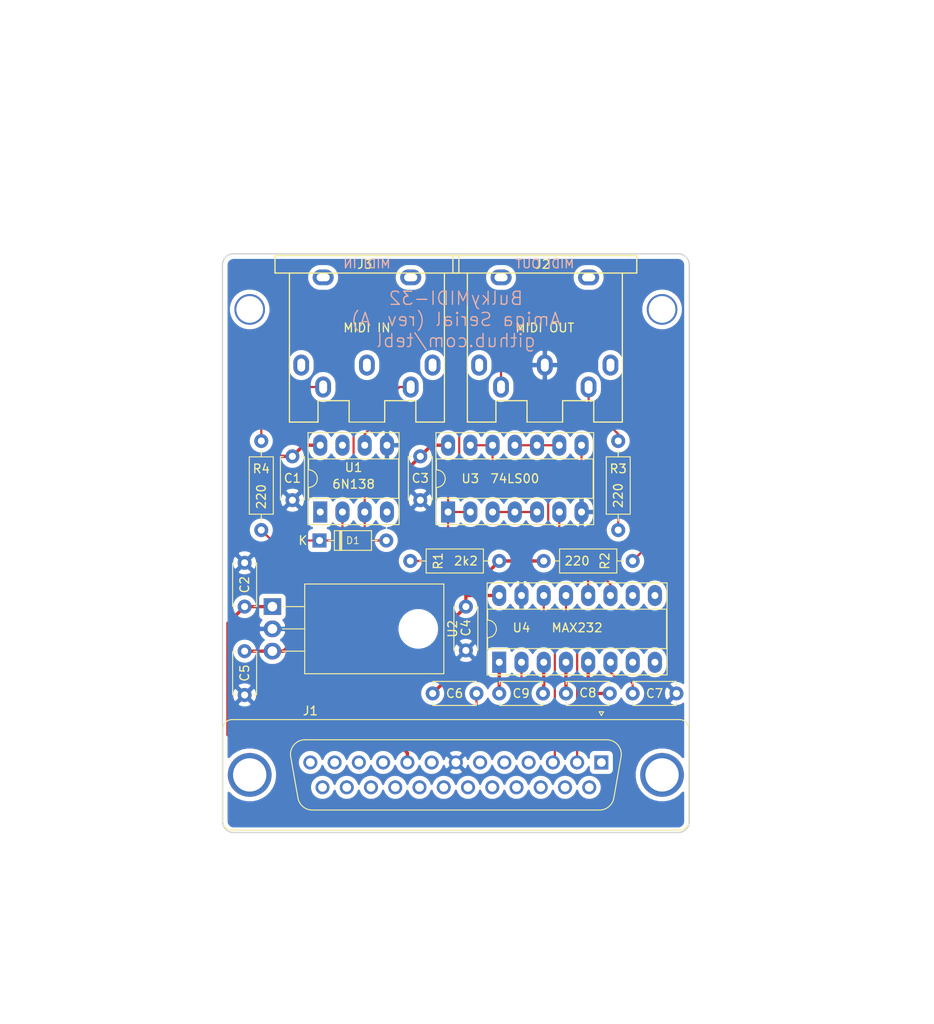
<source format=kicad_pcb>
(kicad_pcb (version 20171130) (host pcbnew "(5.1.8)-1")

  (general
    (thickness 1.6)
    (drawings 11)
    (tracks 117)
    (zones 0)
    (modules 23)
    (nets 23)
  )

  (page A4)
  (layers
    (0 F.Cu signal)
    (31 B.Cu signal)
    (32 B.Adhes user)
    (33 F.Adhes user)
    (34 B.Paste user)
    (35 F.Paste user)
    (36 B.SilkS user)
    (37 F.SilkS user)
    (38 B.Mask user)
    (39 F.Mask user)
    (40 Dwgs.User user)
    (41 Cmts.User user)
    (42 Eco1.User user)
    (43 Eco2.User user)
    (44 Edge.Cuts user)
    (45 Margin user)
    (46 B.CrtYd user)
    (47 F.CrtYd user)
    (48 B.Fab user)
    (49 F.Fab user)
  )

  (setup
    (last_trace_width 0.25)
    (user_trace_width 0.381)
    (trace_clearance 0.2)
    (zone_clearance 0.508)
    (zone_45_only no)
    (trace_min 0.2)
    (via_size 0.6)
    (via_drill 0.4)
    (via_min_size 0.4)
    (via_min_drill 0.3)
    (user_via 1 0.4)
    (uvia_size 0.3)
    (uvia_drill 0.1)
    (uvias_allowed no)
    (uvia_min_size 0.2)
    (uvia_min_drill 0.1)
    (edge_width 0.15)
    (segment_width 0.2)
    (pcb_text_width 0.3)
    (pcb_text_size 1.5 1.5)
    (mod_edge_width 0.15)
    (mod_text_size 1 1)
    (mod_text_width 0.15)
    (pad_size 3.5 3.5)
    (pad_drill 3.048)
    (pad_to_mask_clearance 0)
    (aux_axis_origin 0 0)
    (visible_elements 7FFFFFFF)
    (pcbplotparams
      (layerselection 0x011fc_ffffffff)
      (usegerberextensions true)
      (usegerberattributes false)
      (usegerberadvancedattributes false)
      (creategerberjobfile false)
      (excludeedgelayer true)
      (linewidth 0.100000)
      (plotframeref false)
      (viasonmask false)
      (mode 1)
      (useauxorigin false)
      (hpglpennumber 1)
      (hpglpenspeed 20)
      (hpglpendiameter 15.000000)
      (psnegative false)
      (psa4output false)
      (plotreference true)
      (plotvalue true)
      (plotinvisibletext false)
      (padsonsilk false)
      (subtractmaskfromsilk false)
      (outputformat 1)
      (mirror false)
      (drillshape 0)
      (scaleselection 1)
      (outputdirectory "export/"))
  )

  (net 0 "")
  (net 1 GND)
  (net 2 +5V)
  (net 3 "Net-(D1-Pad1)")
  (net 4 "Net-(D1-Pad2)")
  (net 5 "Net-(J2-Pad5)")
  (net 6 "Net-(J2-Pad4)")
  (net 7 "Net-(J3-Pad4)")
  (net 8 "Net-(R1-Pad2)")
  (net 9 "Net-(R3-Pad2)")
  (net 10 "Net-(U3-Pad10)")
  (net 11 "Net-(U3-Pad3)")
  (net 12 "Net-(C2-Pad1)")
  (net 13 "Net-(C6-Pad2)")
  (net 14 "Net-(C7-Pad1)")
  (net 15 "Net-(C8-Pad1)")
  (net 16 "Net-(C8-Pad2)")
  (net 17 "Net-(C9-Pad2)")
  (net 18 "Net-(C9-Pad1)")
  (net 19 TX)
  (net 20 RX)
  (net 21 MIDI_OUT)
  (net 22 MIDI_IN)

  (net_class Default "This is the default net class."
    (clearance 0.2)
    (trace_width 0.25)
    (via_dia 0.6)
    (via_drill 0.4)
    (uvia_dia 0.3)
    (uvia_drill 0.1)
    (add_net MIDI_IN)
    (add_net MIDI_OUT)
    (add_net "Net-(C6-Pad2)")
    (add_net "Net-(C7-Pad1)")
    (add_net "Net-(D1-Pad1)")
    (add_net "Net-(D1-Pad2)")
    (add_net "Net-(J2-Pad4)")
    (add_net "Net-(J2-Pad5)")
    (add_net "Net-(J3-Pad4)")
    (add_net "Net-(R1-Pad2)")
    (add_net "Net-(R3-Pad2)")
    (add_net "Net-(U3-Pad10)")
    (add_net "Net-(U3-Pad3)")
    (add_net RX)
    (add_net TX)
  )

  (net_class Power ""
    (clearance 0.2)
    (trace_width 0.381)
    (via_dia 1)
    (via_drill 0.4)
    (uvia_dia 0.3)
    (uvia_drill 0.1)
    (add_net +5V)
    (add_net GND)
    (add_net "Net-(C2-Pad1)")
    (add_net "Net-(C8-Pad1)")
    (add_net "Net-(C8-Pad2)")
    (add_net "Net-(C9-Pad1)")
    (add_net "Net-(C9-Pad2)")
  )

  (module RND_DSUB:DSUB-25_Female_Vertical_P2.77x2.84mm_MountingHoles (layer F.Cu) (tedit 6212CFEC) (tstamp 62134088)
    (at 118.11 125.095)
    (descr "25-pin D-Sub connector, straight/vertical, THT-mount, female, pitch 2.77x2.84mm, distance of mounting holes 47.1mm, see https://disti-assets.s3.amazonaws.com/tonar/files/datasheets/16730.pdf")
    (tags "25-pin D-Sub connector straight vertical THT female pitch 2.77x2.84mm mounting holes distance 47.1mm")
    (path /6213E6C9)
    (fp_text reference J1 (at -16.62 -5.89) (layer F.SilkS)
      (effects (font (size 1 1) (thickness 0.15)))
    )
    (fp_text value DB25_Female (at -16.62 8.73) (layer F.Fab)
      (effects (font (size 1 1) (thickness 0.15)))
    )
    (fp_line (start 27.07 -5.35) (end -27.08 -5.35) (layer F.CrtYd) (width 0.05))
    (fp_line (start 27.07 8.2) (end 27.07 -5.35) (layer F.CrtYd) (width 0.05))
    (fp_line (start -27.08 8.2) (end 27.07 8.2) (layer F.CrtYd) (width 0.05))
    (fp_line (start -27.08 -5.35) (end -27.08 8.2) (layer F.CrtYd) (width 0.05))
    (fp_line (start -18.86647 -0.641744) (end -18.037733 4.058256) (layer F.SilkS) (width 0.12))
    (fp_line (start 18.86647 -0.641744) (end 18.037733 4.058256) (layer F.SilkS) (width 0.12))
    (fp_line (start -16.402952 5.43) (end 16.402952 5.43) (layer F.SilkS) (width 0.12))
    (fp_line (start -17.231689 -2.59) (end 17.231689 -2.59) (layer F.SilkS) (width 0.12))
    (fp_line (start -18.818887 -0.652163) (end -17.99015 4.047837) (layer F.Fab) (width 0.1))
    (fp_line (start 18.818887 -0.652163) (end 17.99015 4.047837) (layer F.Fab) (width 0.1))
    (fp_line (start -16.414457 5.37) (end 16.414457 5.37) (layer F.Fab) (width 0.1))
    (fp_line (start -17.243194 -2.53) (end 17.243194 -2.53) (layer F.Fab) (width 0.1))
    (fp_line (start 16.62 -5.351325) (end 16.37 -5.784338) (layer F.SilkS) (width 0.12))
    (fp_line (start 16.87 -5.784338) (end 16.62 -5.351325) (layer F.SilkS) (width 0.12))
    (fp_line (start 16.37 -5.784338) (end 16.87 -5.784338) (layer F.SilkS) (width 0.12))
    (fp_line (start -26.61 6.67) (end -26.61 -3.83) (layer F.SilkS) (width 0.12))
    (fp_line (start 25.55 7.73) (end -25.55 7.73) (layer F.SilkS) (width 0.12))
    (fp_line (start 26.61 -3.83) (end 26.61 6.67) (layer F.SilkS) (width 0.12))
    (fp_line (start -25.55 -4.89) (end 25.55 -4.89) (layer F.SilkS) (width 0.12))
    (fp_line (start -26.55 6.67) (end -26.55 -3.83) (layer F.Fab) (width 0.1))
    (fp_line (start 25.55 7.67) (end -25.55 7.67) (layer F.Fab) (width 0.1))
    (fp_line (start 26.55 -3.83) (end 26.55 6.67) (layer F.Fab) (width 0.1))
    (fp_line (start -25.55 -4.83) (end 25.55 -4.83) (layer F.Fab) (width 0.1))
    (fp_text user %R (at -16.62 1.42) (layer F.Fab)
      (effects (font (size 1 1) (thickness 0.15)))
    )
    (fp_arc (start 16.402952 3.77) (end 16.402952 5.43) (angle -80) (layer F.SilkS) (width 0.12))
    (fp_arc (start -16.402952 3.77) (end -16.402952 5.43) (angle 80) (layer F.SilkS) (width 0.12))
    (fp_arc (start 17.231689 -0.93) (end 17.231689 -2.59) (angle 100) (layer F.SilkS) (width 0.12))
    (fp_arc (start -17.231689 -0.93) (end -17.231689 -2.59) (angle -100) (layer F.SilkS) (width 0.12))
    (fp_arc (start 16.414457 3.77) (end 16.414457 5.37) (angle -80) (layer F.Fab) (width 0.1))
    (fp_arc (start -16.414457 3.77) (end -16.414457 5.37) (angle 80) (layer F.Fab) (width 0.1))
    (fp_arc (start 17.243194 -0.93) (end 17.243194 -2.53) (angle 100) (layer F.Fab) (width 0.1))
    (fp_arc (start -17.243194 -0.93) (end -17.243194 -2.53) (angle -100) (layer F.Fab) (width 0.1))
    (fp_arc (start 25.55 6.67) (end 26.61 6.67) (angle 90) (layer F.SilkS) (width 0.12))
    (fp_arc (start -25.55 6.67) (end -26.61 6.67) (angle -90) (layer F.SilkS) (width 0.12))
    (fp_arc (start 25.55 -3.83) (end 25.55 -4.89) (angle 90) (layer F.SilkS) (width 0.12))
    (fp_arc (start -25.55 -3.83) (end -26.61 -3.83) (angle 90) (layer F.SilkS) (width 0.12))
    (fp_arc (start 25.55 6.67) (end 26.55 6.67) (angle 90) (layer F.Fab) (width 0.1))
    (fp_arc (start -25.55 6.67) (end -26.55 6.67) (angle -90) (layer F.Fab) (width 0.1))
    (fp_arc (start 25.55 -3.83) (end 25.55 -4.83) (angle 90) (layer F.Fab) (width 0.1))
    (fp_arc (start -25.55 -3.83) (end -26.55 -3.83) (angle 90) (layer F.Fab) (width 0.1))
    (pad "" np_thru_hole circle (at 23.55 1.42) (size 5 5) (drill 3.8) (layers *.Cu *.Mask))
    (pad "" np_thru_hole circle (at -23.55 1.42) (size 5 5) (drill 3.8) (layers *.Cu *.Mask))
    (pad 25 thru_hole circle (at -15.235 2.84) (size 1.6 1.6) (drill 1) (layers *.Cu *.Mask))
    (pad 24 thru_hole circle (at -12.465 2.84) (size 1.6 1.6) (drill 1) (layers *.Cu *.Mask))
    (pad 23 thru_hole circle (at -9.695 2.84) (size 1.6 1.6) (drill 1) (layers *.Cu *.Mask))
    (pad 22 thru_hole circle (at -6.925 2.84) (size 1.6 1.6) (drill 1) (layers *.Cu *.Mask))
    (pad 21 thru_hole circle (at -4.155 2.84) (size 1.6 1.6) (drill 1) (layers *.Cu *.Mask))
    (pad 20 thru_hole circle (at -1.385 2.84) (size 1.6 1.6) (drill 1) (layers *.Cu *.Mask))
    (pad 19 thru_hole circle (at 1.385 2.84) (size 1.6 1.6) (drill 1) (layers *.Cu *.Mask))
    (pad 18 thru_hole circle (at 4.155 2.84) (size 1.6 1.6) (drill 1) (layers *.Cu *.Mask))
    (pad 17 thru_hole circle (at 6.925 2.84) (size 1.6 1.6) (drill 1) (layers *.Cu *.Mask))
    (pad 16 thru_hole circle (at 9.695 2.84) (size 1.6 1.6) (drill 1) (layers *.Cu *.Mask))
    (pad 15 thru_hole circle (at 12.465 2.84) (size 1.6 1.6) (drill 1) (layers *.Cu *.Mask))
    (pad 14 thru_hole circle (at 15.235 2.84) (size 1.6 1.6) (drill 1) (layers *.Cu *.Mask))
    (pad 13 thru_hole circle (at -16.62 0) (size 1.6 1.6) (drill 1) (layers *.Cu *.Mask))
    (pad 12 thru_hole circle (at -13.85 0) (size 1.6 1.6) (drill 1) (layers *.Cu *.Mask))
    (pad 11 thru_hole circle (at -11.08 0) (size 1.6 1.6) (drill 1) (layers *.Cu *.Mask))
    (pad 10 thru_hole circle (at -8.31 0) (size 1.6 1.6) (drill 1) (layers *.Cu *.Mask))
    (pad 9 thru_hole circle (at -5.54 0) (size 1.6 1.6) (drill 1) (layers *.Cu *.Mask)
      (net 12 "Net-(C2-Pad1)"))
    (pad 8 thru_hole circle (at -2.77 0) (size 1.6 1.6) (drill 1) (layers *.Cu *.Mask))
    (pad 7 thru_hole circle (at 0 0) (size 1.6 1.6) (drill 1) (layers *.Cu *.Mask)
      (net 1 GND))
    (pad 6 thru_hole circle (at 2.77 0) (size 1.6 1.6) (drill 1) (layers *.Cu *.Mask))
    (pad 5 thru_hole circle (at 5.54 0) (size 1.6 1.6) (drill 1) (layers *.Cu *.Mask))
    (pad 4 thru_hole circle (at 8.31 0) (size 1.6 1.6) (drill 1) (layers *.Cu *.Mask))
    (pad 3 thru_hole circle (at 11.08 0) (size 1.6 1.6) (drill 1) (layers *.Cu *.Mask)
      (net 20 RX))
    (pad 2 thru_hole circle (at 13.85 0) (size 1.6 1.6) (drill 1) (layers *.Cu *.Mask)
      (net 19 TX))
    (pad 1 thru_hole rect (at 16.62 0) (size 1.6 1.6) (drill 1) (layers *.Cu *.Mask))
    (model ${KISYS3DMOD}/Connector_Dsub.3dshapes/DSUB-25_Female_Vertical_P2.77x2.84mm_MountingHoles.wrl
      (offset (xyz 16.5 0 0))
      (scale (xyz 1 1 1))
      (rotate (xyz 0 0 0))
    )
  )

  (module BulkyMIDI-32:DIN5_MIDI locked (layer F.Cu) (tedit 61EDF634) (tstamp 61EEA0A9)
    (at 107.95 79.756 180)
    (path /5F99CA21)
    (fp_text reference J3 (at 0.25 11.5 180) (layer F.SilkS)
      (effects (font (size 1 1) (thickness 0.15)))
    )
    (fp_text value "MIDI IN" (at 0 4.25 180) (layer F.SilkS)
      (effects (font (size 1 1) (thickness 0.15)))
    )
    (fp_line (start -2.032 -6.5) (end 2.032 -6.5) (layer F.SilkS) (width 0.12))
    (fp_line (start 2.032 -6.5) (end 2.032 -4.064) (layer F.SilkS) (width 0.15))
    (fp_line (start -2.032 -6.5) (end -2.032 -4.064) (layer F.SilkS) (width 0.15))
    (fp_line (start 5.588 -6.5) (end 5.588 -4.064) (layer F.SilkS) (width 0.15))
    (fp_line (start -5.588 -6.5) (end -5.588 -4.064) (layer F.SilkS) (width 0.15))
    (fp_line (start 8.85 -6.5) (end 5.588 -6.5) (layer F.SilkS) (width 0.15))
    (fp_line (start 2.032 -4.064) (end 5.588 -4.064) (layer F.SilkS) (width 0.15))
    (fp_line (start -5.588 -4.064) (end -2.032 -4.064) (layer F.SilkS) (width 0.15))
    (fp_line (start -8.85 -6.5) (end -5.588 -6.5) (layer F.SilkS) (width 0.15))
    (fp_line (start -8.85 10.5) (end -8.85 -6.5) (layer F.SilkS) (width 0.15))
    (fp_line (start 8.85 -6.5) (end 8.85 10.5) (layer F.SilkS) (width 0.15))
    (fp_line (start -10.5 12.5) (end -10.5 10.5) (layer F.SilkS) (width 0.15))
    (fp_line (start -10.5 10.5) (end 10.5 10.5) (layer F.SilkS) (width 0.15))
    (fp_line (start 10.5 10.5) (end 10.5 12.5) (layer F.SilkS) (width 0.15))
    (fp_line (start 0 12.5) (end 10.5 12.5) (layer F.SilkS) (width 0.15))
    (fp_line (start 0 12.5) (end -10.5 12.5) (layer F.SilkS) (width 0.15))
    (pad 2 thru_hole oval (at 0 0 180) (size 1.8 2.4) (drill oval 0.9 1.5) (layers *.Cu *.Mask))
    (pad "" np_thru_hole oval (at 5 10 180) (size 2.4 1.8) (drill oval 1.5 0.9) (layers *.Cu *.Mask))
    (pad "" np_thru_hole oval (at -5 10 180) (size 2.4 1.8) (drill oval 1.5 0.9) (layers *.Cu *.Mask))
    (pad 1 thru_hole oval (at 7.5 0 180) (size 1.8 2.4) (drill oval 0.9 1.5) (layers *.Cu *.Mask))
    (pad 3 thru_hole oval (at -7.5 0 180) (size 1.8 2.4) (drill oval 0.9 1.5) (layers *.Cu *.Mask))
    (pad 4 thru_hole oval (at 5 -2.5 180) (size 1.8 2.4) (drill oval 0.9 1.5) (layers *.Cu *.Mask)
      (net 7 "Net-(J3-Pad4)"))
    (pad 5 thru_hole oval (at -5 -2.5 180) (size 1.8 2.4) (drill oval 0.9 1.5) (layers *.Cu *.Mask)
      (net 4 "Net-(D1-Pad2)"))
  )

  (module BulkyMIDI-32:DIN5_MIDI locked (layer F.Cu) (tedit 61EDF634) (tstamp 61EEA08E)
    (at 128.27 79.756 180)
    (path /5FBFBE67)
    (fp_text reference J2 (at 0.25 11.5 180) (layer F.SilkS)
      (effects (font (size 1 1) (thickness 0.15)))
    )
    (fp_text value "MIDI OUT" (at 0 4.25 180) (layer F.SilkS)
      (effects (font (size 1 1) (thickness 0.15)))
    )
    (fp_line (start -2.032 -6.5) (end 2.032 -6.5) (layer F.SilkS) (width 0.12))
    (fp_line (start 2.032 -6.5) (end 2.032 -4.064) (layer F.SilkS) (width 0.15))
    (fp_line (start -2.032 -6.5) (end -2.032 -4.064) (layer F.SilkS) (width 0.15))
    (fp_line (start 5.588 -6.5) (end 5.588 -4.064) (layer F.SilkS) (width 0.15))
    (fp_line (start -5.588 -6.5) (end -5.588 -4.064) (layer F.SilkS) (width 0.15))
    (fp_line (start 8.85 -6.5) (end 5.588 -6.5) (layer F.SilkS) (width 0.15))
    (fp_line (start 2.032 -4.064) (end 5.588 -4.064) (layer F.SilkS) (width 0.15))
    (fp_line (start -5.588 -4.064) (end -2.032 -4.064) (layer F.SilkS) (width 0.15))
    (fp_line (start -8.85 -6.5) (end -5.588 -6.5) (layer F.SilkS) (width 0.15))
    (fp_line (start -8.85 10.5) (end -8.85 -6.5) (layer F.SilkS) (width 0.15))
    (fp_line (start 8.85 -6.5) (end 8.85 10.5) (layer F.SilkS) (width 0.15))
    (fp_line (start -10.5 12.5) (end -10.5 10.5) (layer F.SilkS) (width 0.15))
    (fp_line (start -10.5 10.5) (end 10.5 10.5) (layer F.SilkS) (width 0.15))
    (fp_line (start 10.5 10.5) (end 10.5 12.5) (layer F.SilkS) (width 0.15))
    (fp_line (start 0 12.5) (end 10.5 12.5) (layer F.SilkS) (width 0.15))
    (fp_line (start 0 12.5) (end -10.5 12.5) (layer F.SilkS) (width 0.15))
    (pad 2 thru_hole oval (at 0 0 180) (size 1.8 2.4) (drill oval 0.9 1.5) (layers *.Cu *.Mask)
      (net 1 GND))
    (pad "" np_thru_hole oval (at 5 10 180) (size 2.4 1.8) (drill oval 1.5 0.9) (layers *.Cu *.Mask))
    (pad "" np_thru_hole oval (at -5 10 180) (size 2.4 1.8) (drill oval 1.5 0.9) (layers *.Cu *.Mask))
    (pad 1 thru_hole oval (at 7.5 0 180) (size 1.8 2.4) (drill oval 0.9 1.5) (layers *.Cu *.Mask))
    (pad 3 thru_hole oval (at -7.5 0 180) (size 1.8 2.4) (drill oval 0.9 1.5) (layers *.Cu *.Mask))
    (pad 4 thru_hole oval (at 5 -2.5 180) (size 1.8 2.4) (drill oval 0.9 1.5) (layers *.Cu *.Mask)
      (net 6 "Net-(J2-Pad4)"))
    (pad 5 thru_hole oval (at -5 -2.5 180) (size 1.8 2.4) (drill oval 0.9 1.5) (layers *.Cu *.Mask)
      (net 5 "Net-(J2-Pad5)"))
  )

  (module Diode_THT:D_DO-35_SOD27_P7.62mm_Horizontal (layer F.Cu) (tedit 5AE50CD5) (tstamp 6204C294)
    (at 102.5398 99.7712)
    (descr "Diode, DO-35_SOD27 series, Axial, Horizontal, pin pitch=7.62mm, , length*diameter=4*2mm^2, , http://www.diodes.com/_files/packages/DO-35.pdf")
    (tags "Diode DO-35_SOD27 series Axial Horizontal pin pitch 7.62mm  length 4mm diameter 2mm")
    (path /5F99E152)
    (fp_text reference D1 (at 3.81 0) (layer F.SilkS)
      (effects (font (size 0.8 0.8) (thickness 0.1)))
    )
    (fp_text value 1N4148 (at 3.81 2.12) (layer F.Fab)
      (effects (font (size 1 1) (thickness 0.15)))
    )
    (fp_line (start 8.67 -1.25) (end -1.05 -1.25) (layer F.CrtYd) (width 0.05))
    (fp_line (start 8.67 1.25) (end 8.67 -1.25) (layer F.CrtYd) (width 0.05))
    (fp_line (start -1.05 1.25) (end 8.67 1.25) (layer F.CrtYd) (width 0.05))
    (fp_line (start -1.05 -1.25) (end -1.05 1.25) (layer F.CrtYd) (width 0.05))
    (fp_line (start 2.29 -1.12) (end 2.29 1.12) (layer F.SilkS) (width 0.12))
    (fp_line (start 2.53 -1.12) (end 2.53 1.12) (layer F.SilkS) (width 0.12))
    (fp_line (start 2.41 -1.12) (end 2.41 1.12) (layer F.SilkS) (width 0.12))
    (fp_line (start 6.58 0) (end 5.93 0) (layer F.SilkS) (width 0.12))
    (fp_line (start 1.04 0) (end 1.69 0) (layer F.SilkS) (width 0.12))
    (fp_line (start 5.93 -1.12) (end 1.69 -1.12) (layer F.SilkS) (width 0.12))
    (fp_line (start 5.93 1.12) (end 5.93 -1.12) (layer F.SilkS) (width 0.12))
    (fp_line (start 1.69 1.12) (end 5.93 1.12) (layer F.SilkS) (width 0.12))
    (fp_line (start 1.69 -1.12) (end 1.69 1.12) (layer F.SilkS) (width 0.12))
    (fp_line (start 2.31 -1) (end 2.31 1) (layer F.Fab) (width 0.1))
    (fp_line (start 2.51 -1) (end 2.51 1) (layer F.Fab) (width 0.1))
    (fp_line (start 2.41 -1) (end 2.41 1) (layer F.Fab) (width 0.1))
    (fp_line (start 7.62 0) (end 5.81 0) (layer F.Fab) (width 0.1))
    (fp_line (start 0 0) (end 1.81 0) (layer F.Fab) (width 0.1))
    (fp_line (start 5.81 -1) (end 1.81 -1) (layer F.Fab) (width 0.1))
    (fp_line (start 5.81 1) (end 5.81 -1) (layer F.Fab) (width 0.1))
    (fp_line (start 1.81 1) (end 5.81 1) (layer F.Fab) (width 0.1))
    (fp_line (start 1.81 -1) (end 1.81 1) (layer F.Fab) (width 0.1))
    (fp_text user %R (at 4.11 0) (layer F.Fab)
      (effects (font (size 0.8 0.8) (thickness 0.12)))
    )
    (fp_text user K (at -1.905 0) (layer F.Fab)
      (effects (font (size 1 1) (thickness 0.15)))
    )
    (fp_text user K (at -1.905 0) (layer F.SilkS)
      (effects (font (size 1 1) (thickness 0.15)))
    )
    (pad 1 thru_hole rect (at 0 0) (size 1.6 1.6) (drill 0.8) (layers *.Cu *.Mask)
      (net 3 "Net-(D1-Pad1)"))
    (pad 2 thru_hole oval (at 7.62 0) (size 1.6 1.6) (drill 0.8) (layers *.Cu *.Mask)
      (net 4 "Net-(D1-Pad2)"))
    (model ${KISYS3DMOD}/Diode_THT.3dshapes/D_DO-35_SOD27_P7.62mm_Horizontal.wrl
      (at (xyz 0 0 0))
      (scale (xyz 1 1 1))
      (rotate (xyz 0 0 0))
    )
  )

  (module Resistor_THT:R_Axial_DIN0207_L6.3mm_D2.5mm_P10.16mm_Horizontal (layer F.Cu) (tedit 5AE5139B) (tstamp 6204C2E8)
    (at 123.063 102.108 180)
    (descr "Resistor, Axial_DIN0207 series, Axial, Horizontal, pin pitch=10.16mm, 0.25W = 1/4W, length*diameter=6.3*2.5mm^2, http://cdn-reichelt.de/documents/datenblatt/B400/1_4W%23YAG.pdf")
    (tags "Resistor Axial_DIN0207 series Axial Horizontal pin pitch 10.16mm 0.25W = 1/4W length 6.3mm diameter 2.5mm")
    (path /6219F0FD)
    (fp_text reference R1 (at 6.985 0 90) (layer F.SilkS)
      (effects (font (size 1 1) (thickness 0.15)))
    )
    (fp_text value 2k2 (at 3.81 0) (layer F.SilkS)
      (effects (font (size 1 1) (thickness 0.15)))
    )
    (fp_line (start 1.93 -1.25) (end 1.93 1.25) (layer F.Fab) (width 0.1))
    (fp_line (start 1.93 1.25) (end 8.23 1.25) (layer F.Fab) (width 0.1))
    (fp_line (start 8.23 1.25) (end 8.23 -1.25) (layer F.Fab) (width 0.1))
    (fp_line (start 8.23 -1.25) (end 1.93 -1.25) (layer F.Fab) (width 0.1))
    (fp_line (start 0 0) (end 1.93 0) (layer F.Fab) (width 0.1))
    (fp_line (start 10.16 0) (end 8.23 0) (layer F.Fab) (width 0.1))
    (fp_line (start 1.81 -1.37) (end 1.81 1.37) (layer F.SilkS) (width 0.12))
    (fp_line (start 1.81 1.37) (end 8.35 1.37) (layer F.SilkS) (width 0.12))
    (fp_line (start 8.35 1.37) (end 8.35 -1.37) (layer F.SilkS) (width 0.12))
    (fp_line (start 8.35 -1.37) (end 1.81 -1.37) (layer F.SilkS) (width 0.12))
    (fp_line (start 1.04 0) (end 1.81 0) (layer F.SilkS) (width 0.12))
    (fp_line (start 9.12 0) (end 8.35 0) (layer F.SilkS) (width 0.12))
    (fp_line (start -1.05 -1.5) (end -1.05 1.5) (layer F.CrtYd) (width 0.05))
    (fp_line (start -1.05 1.5) (end 11.21 1.5) (layer F.CrtYd) (width 0.05))
    (fp_line (start 11.21 1.5) (end 11.21 -1.5) (layer F.CrtYd) (width 0.05))
    (fp_line (start 11.21 -1.5) (end -1.05 -1.5) (layer F.CrtYd) (width 0.05))
    (fp_text user %R (at 6.985 0 90) (layer F.Fab)
      (effects (font (size 1 1) (thickness 0.15)))
    )
    (pad 2 thru_hole oval (at 10.16 0 180) (size 1.6 1.6) (drill 0.8) (layers *.Cu *.Mask)
      (net 8 "Net-(R1-Pad2)"))
    (pad 1 thru_hole circle (at 0 0 180) (size 1.6 1.6) (drill 0.8) (layers *.Cu *.Mask)
      (net 2 +5V))
    (model ${KISYS3DMOD}/Resistor_THT.3dshapes/R_Axial_DIN0207_L6.3mm_D2.5mm_P10.16mm_Horizontal.wrl
      (at (xyz 0 0 0))
      (scale (xyz 1 1 1))
      (rotate (xyz 0 0 0))
    )
  )

  (module Resistor_THT:R_Axial_DIN0207_L6.3mm_D2.5mm_P10.16mm_Horizontal (layer F.Cu) (tedit 5AE5139B) (tstamp 6204C2FF)
    (at 128.143 102.108)
    (descr "Resistor, Axial_DIN0207 series, Axial, Horizontal, pin pitch=10.16mm, 0.25W = 1/4W, length*diameter=6.3*2.5mm^2, http://cdn-reichelt.de/documents/datenblatt/B400/1_4W%23YAG.pdf")
    (tags "Resistor Axial_DIN0207 series Axial Horizontal pin pitch 10.16mm 0.25W = 1/4W length 6.3mm diameter 2.5mm")
    (path /5FD00C73)
    (fp_text reference R2 (at 6.985 0 90) (layer F.SilkS)
      (effects (font (size 1 1) (thickness 0.15)))
    )
    (fp_text value 220 (at 3.81 0) (layer F.SilkS)
      (effects (font (size 1 1) (thickness 0.15)))
    )
    (fp_line (start 11.21 -1.5) (end -1.05 -1.5) (layer F.CrtYd) (width 0.05))
    (fp_line (start 11.21 1.5) (end 11.21 -1.5) (layer F.CrtYd) (width 0.05))
    (fp_line (start -1.05 1.5) (end 11.21 1.5) (layer F.CrtYd) (width 0.05))
    (fp_line (start -1.05 -1.5) (end -1.05 1.5) (layer F.CrtYd) (width 0.05))
    (fp_line (start 9.12 0) (end 8.35 0) (layer F.SilkS) (width 0.12))
    (fp_line (start 1.04 0) (end 1.81 0) (layer F.SilkS) (width 0.12))
    (fp_line (start 8.35 -1.37) (end 1.81 -1.37) (layer F.SilkS) (width 0.12))
    (fp_line (start 8.35 1.37) (end 8.35 -1.37) (layer F.SilkS) (width 0.12))
    (fp_line (start 1.81 1.37) (end 8.35 1.37) (layer F.SilkS) (width 0.12))
    (fp_line (start 1.81 -1.37) (end 1.81 1.37) (layer F.SilkS) (width 0.12))
    (fp_line (start 10.16 0) (end 8.23 0) (layer F.Fab) (width 0.1))
    (fp_line (start 0 0) (end 1.93 0) (layer F.Fab) (width 0.1))
    (fp_line (start 8.23 -1.25) (end 1.93 -1.25) (layer F.Fab) (width 0.1))
    (fp_line (start 8.23 1.25) (end 8.23 -1.25) (layer F.Fab) (width 0.1))
    (fp_line (start 1.93 1.25) (end 8.23 1.25) (layer F.Fab) (width 0.1))
    (fp_line (start 1.93 -1.25) (end 1.93 1.25) (layer F.Fab) (width 0.1))
    (fp_text user %R (at 6.985 0 90) (layer F.Fab)
      (effects (font (size 1 1) (thickness 0.15)))
    )
    (pad 1 thru_hole circle (at 0 0) (size 1.6 1.6) (drill 0.8) (layers *.Cu *.Mask)
      (net 2 +5V))
    (pad 2 thru_hole oval (at 10.16 0) (size 1.6 1.6) (drill 0.8) (layers *.Cu *.Mask)
      (net 6 "Net-(J2-Pad4)"))
    (model ${KISYS3DMOD}/Resistor_THT.3dshapes/R_Axial_DIN0207_L6.3mm_D2.5mm_P10.16mm_Horizontal.wrl
      (at (xyz 0 0 0))
      (scale (xyz 1 1 1))
      (rotate (xyz 0 0 0))
    )
  )

  (module Resistor_THT:R_Axial_DIN0207_L6.3mm_D2.5mm_P10.16mm_Horizontal (layer F.Cu) (tedit 5AE5139B) (tstamp 62059B4B)
    (at 136.652 88.4174 270)
    (descr "Resistor, Axial_DIN0207 series, Axial, Horizontal, pin pitch=10.16mm, 0.25W = 1/4W, length*diameter=6.3*2.5mm^2, http://cdn-reichelt.de/documents/datenblatt/B400/1_4W%23YAG.pdf")
    (tags "Resistor Axial_DIN0207 series Axial Horizontal pin pitch 10.16mm 0.25W = 1/4W length 6.3mm diameter 2.5mm")
    (path /622D9678)
    (fp_text reference R3 (at 3.175 0 180) (layer F.SilkS)
      (effects (font (size 1 1) (thickness 0.15)))
    )
    (fp_text value 220 (at 6.223 0 90) (layer F.SilkS)
      (effects (font (size 1 1) (thickness 0.15)))
    )
    (fp_line (start 1.93 -1.25) (end 1.93 1.25) (layer F.Fab) (width 0.1))
    (fp_line (start 1.93 1.25) (end 8.23 1.25) (layer F.Fab) (width 0.1))
    (fp_line (start 8.23 1.25) (end 8.23 -1.25) (layer F.Fab) (width 0.1))
    (fp_line (start 8.23 -1.25) (end 1.93 -1.25) (layer F.Fab) (width 0.1))
    (fp_line (start 0 0) (end 1.93 0) (layer F.Fab) (width 0.1))
    (fp_line (start 10.16 0) (end 8.23 0) (layer F.Fab) (width 0.1))
    (fp_line (start 1.81 -1.37) (end 1.81 1.37) (layer F.SilkS) (width 0.12))
    (fp_line (start 1.81 1.37) (end 8.35 1.37) (layer F.SilkS) (width 0.12))
    (fp_line (start 8.35 1.37) (end 8.35 -1.37) (layer F.SilkS) (width 0.12))
    (fp_line (start 8.35 -1.37) (end 1.81 -1.37) (layer F.SilkS) (width 0.12))
    (fp_line (start 1.04 0) (end 1.81 0) (layer F.SilkS) (width 0.12))
    (fp_line (start 9.12 0) (end 8.35 0) (layer F.SilkS) (width 0.12))
    (fp_line (start -1.05 -1.5) (end -1.05 1.5) (layer F.CrtYd) (width 0.05))
    (fp_line (start -1.05 1.5) (end 11.21 1.5) (layer F.CrtYd) (width 0.05))
    (fp_line (start 11.21 1.5) (end 11.21 -1.5) (layer F.CrtYd) (width 0.05))
    (fp_line (start 11.21 -1.5) (end -1.05 -1.5) (layer F.CrtYd) (width 0.05))
    (fp_text user %R (at 3.175 0 180) (layer F.Fab)
      (effects (font (size 1 1) (thickness 0.15)))
    )
    (pad 2 thru_hole oval (at 10.16 0 270) (size 1.6 1.6) (drill 0.8) (layers *.Cu *.Mask)
      (net 9 "Net-(R3-Pad2)"))
    (pad 1 thru_hole circle (at 0 0 270) (size 1.6 1.6) (drill 0.8) (layers *.Cu *.Mask)
      (net 5 "Net-(J2-Pad5)"))
    (model ${KISYS3DMOD}/Resistor_THT.3dshapes/R_Axial_DIN0207_L6.3mm_D2.5mm_P10.16mm_Horizontal.wrl
      (at (xyz 0 0 0))
      (scale (xyz 1 1 1))
      (rotate (xyz 0 0 0))
    )
  )

  (module Resistor_THT:R_Axial_DIN0207_L6.3mm_D2.5mm_P10.16mm_Horizontal (layer F.Cu) (tedit 5AE5139B) (tstamp 62136CAF)
    (at 95.885 98.5774 90)
    (descr "Resistor, Axial_DIN0207 series, Axial, Horizontal, pin pitch=10.16mm, 0.25W = 1/4W, length*diameter=6.3*2.5mm^2, http://cdn-reichelt.de/documents/datenblatt/B400/1_4W%23YAG.pdf")
    (tags "Resistor Axial_DIN0207 series Axial Horizontal pin pitch 10.16mm 0.25W = 1/4W length 6.3mm diameter 2.5mm")
    (path /5F99E885)
    (fp_text reference R4 (at 6.985 0) (layer F.SilkS)
      (effects (font (size 1 1) (thickness 0.15)))
    )
    (fp_text value 220 (at 3.81 0 90) (layer F.SilkS)
      (effects (font (size 1 1) (thickness 0.15)))
    )
    (fp_line (start 11.21 -1.5) (end -1.05 -1.5) (layer F.CrtYd) (width 0.05))
    (fp_line (start 11.21 1.5) (end 11.21 -1.5) (layer F.CrtYd) (width 0.05))
    (fp_line (start -1.05 1.5) (end 11.21 1.5) (layer F.CrtYd) (width 0.05))
    (fp_line (start -1.05 -1.5) (end -1.05 1.5) (layer F.CrtYd) (width 0.05))
    (fp_line (start 9.12 0) (end 8.35 0) (layer F.SilkS) (width 0.12))
    (fp_line (start 1.04 0) (end 1.81 0) (layer F.SilkS) (width 0.12))
    (fp_line (start 8.35 -1.37) (end 1.81 -1.37) (layer F.SilkS) (width 0.12))
    (fp_line (start 8.35 1.37) (end 8.35 -1.37) (layer F.SilkS) (width 0.12))
    (fp_line (start 1.81 1.37) (end 8.35 1.37) (layer F.SilkS) (width 0.12))
    (fp_line (start 1.81 -1.37) (end 1.81 1.37) (layer F.SilkS) (width 0.12))
    (fp_line (start 10.16 0) (end 8.23 0) (layer F.Fab) (width 0.1))
    (fp_line (start 0 0) (end 1.93 0) (layer F.Fab) (width 0.1))
    (fp_line (start 8.23 -1.25) (end 1.93 -1.25) (layer F.Fab) (width 0.1))
    (fp_line (start 8.23 1.25) (end 8.23 -1.25) (layer F.Fab) (width 0.1))
    (fp_line (start 1.93 1.25) (end 8.23 1.25) (layer F.Fab) (width 0.1))
    (fp_line (start 1.93 -1.25) (end 1.93 1.25) (layer F.Fab) (width 0.1))
    (fp_text user %R (at 6.985 0) (layer F.Fab)
      (effects (font (size 1 1) (thickness 0.15)))
    )
    (pad 1 thru_hole circle (at 0 0 90) (size 1.6 1.6) (drill 0.8) (layers *.Cu *.Mask)
      (net 3 "Net-(D1-Pad1)"))
    (pad 2 thru_hole oval (at 10.16 0 90) (size 1.6 1.6) (drill 0.8) (layers *.Cu *.Mask)
      (net 7 "Net-(J3-Pad4)"))
    (model ${KISYS3DMOD}/Resistor_THT.3dshapes/R_Axial_DIN0207_L6.3mm_D2.5mm_P10.16mm_Horizontal.wrl
      (at (xyz 0 0 0))
      (scale (xyz 1 1 1))
      (rotate (xyz 0 0 0))
    )
  )

  (module Package_DIP:DIP-8_W7.62mm_Socket_LongPads (layer F.Cu) (tedit 5A02E8C5) (tstamp 6204C351)
    (at 102.616 96.52 90)
    (descr "8-lead though-hole mounted DIP package, row spacing 7.62 mm (300 mils), Socket, LongPads")
    (tags "THT DIP DIL PDIP 2.54mm 7.62mm 300mil Socket LongPads")
    (path /62109585)
    (fp_text reference U1 (at 5.08 3.81 180) (layer F.SilkS)
      (effects (font (size 1 1) (thickness 0.15)))
    )
    (fp_text value 6N138 (at 3.175 3.81 180) (layer F.SilkS)
      (effects (font (size 1 1) (thickness 0.15)))
    )
    (fp_line (start 9.15 -1.6) (end -1.55 -1.6) (layer F.CrtYd) (width 0.05))
    (fp_line (start 9.15 9.2) (end 9.15 -1.6) (layer F.CrtYd) (width 0.05))
    (fp_line (start -1.55 9.2) (end 9.15 9.2) (layer F.CrtYd) (width 0.05))
    (fp_line (start -1.55 -1.6) (end -1.55 9.2) (layer F.CrtYd) (width 0.05))
    (fp_line (start 9.06 -1.39) (end -1.44 -1.39) (layer F.SilkS) (width 0.12))
    (fp_line (start 9.06 9.01) (end 9.06 -1.39) (layer F.SilkS) (width 0.12))
    (fp_line (start -1.44 9.01) (end 9.06 9.01) (layer F.SilkS) (width 0.12))
    (fp_line (start -1.44 -1.39) (end -1.44 9.01) (layer F.SilkS) (width 0.12))
    (fp_line (start 6.06 -1.33) (end 4.81 -1.33) (layer F.SilkS) (width 0.12))
    (fp_line (start 6.06 8.95) (end 6.06 -1.33) (layer F.SilkS) (width 0.12))
    (fp_line (start 1.56 8.95) (end 6.06 8.95) (layer F.SilkS) (width 0.12))
    (fp_line (start 1.56 -1.33) (end 1.56 8.95) (layer F.SilkS) (width 0.12))
    (fp_line (start 2.81 -1.33) (end 1.56 -1.33) (layer F.SilkS) (width 0.12))
    (fp_line (start 8.89 -1.33) (end -1.27 -1.33) (layer F.Fab) (width 0.1))
    (fp_line (start 8.89 8.95) (end 8.89 -1.33) (layer F.Fab) (width 0.1))
    (fp_line (start -1.27 8.95) (end 8.89 8.95) (layer F.Fab) (width 0.1))
    (fp_line (start -1.27 -1.33) (end -1.27 8.95) (layer F.Fab) (width 0.1))
    (fp_line (start 0.635 -0.27) (end 1.635 -1.27) (layer F.Fab) (width 0.1))
    (fp_line (start 0.635 8.89) (end 0.635 -0.27) (layer F.Fab) (width 0.1))
    (fp_line (start 6.985 8.89) (end 0.635 8.89) (layer F.Fab) (width 0.1))
    (fp_line (start 6.985 -1.27) (end 6.985 8.89) (layer F.Fab) (width 0.1))
    (fp_line (start 1.635 -1.27) (end 6.985 -1.27) (layer F.Fab) (width 0.1))
    (fp_arc (start 3.81 -1.33) (end 2.81 -1.33) (angle -180) (layer F.SilkS) (width 0.12))
    (fp_text user %R (at 5.08 3.81 180) (layer F.Fab)
      (effects (font (size 1 1) (thickness 0.15)))
    )
    (pad 1 thru_hole rect (at 0 0 90) (size 2.4 1.6) (drill 0.8) (layers *.Cu *.Mask))
    (pad 5 thru_hole oval (at 7.62 7.62 90) (size 2.4 1.6) (drill 0.8) (layers *.Cu *.Mask)
      (net 1 GND))
    (pad 2 thru_hole oval (at 0 2.54 90) (size 2.4 1.6) (drill 0.8) (layers *.Cu *.Mask)
      (net 3 "Net-(D1-Pad1)"))
    (pad 6 thru_hole oval (at 7.62 5.08 90) (size 2.4 1.6) (drill 0.8) (layers *.Cu *.Mask)
      (net 8 "Net-(R1-Pad2)"))
    (pad 3 thru_hole oval (at 0 5.08 90) (size 2.4 1.6) (drill 0.8) (layers *.Cu *.Mask)
      (net 4 "Net-(D1-Pad2)"))
    (pad 7 thru_hole oval (at 7.62 2.54 90) (size 2.4 1.6) (drill 0.8) (layers *.Cu *.Mask))
    (pad 4 thru_hole oval (at 0 7.62 90) (size 2.4 1.6) (drill 0.8) (layers *.Cu *.Mask))
    (pad 8 thru_hole oval (at 7.62 0 90) (size 2.4 1.6) (drill 0.8) (layers *.Cu *.Mask)
      (net 2 +5V))
    (model ${KISYS3DMOD}/Package_DIP.3dshapes/DIP-8_W7.62mm_Socket.wrl
      (at (xyz 0 0 0))
      (scale (xyz 1 1 1))
      (rotate (xyz 0 0 0))
    )
  )

  (module Package_DIP:DIP-14_W7.62mm_Socket_LongPads (layer F.Cu) (tedit 5A02E8C5) (tstamp 6204C37B)
    (at 117.221 96.52 90)
    (descr "14-lead though-hole mounted DIP package, row spacing 7.62 mm (300 mils), Socket, LongPads")
    (tags "THT DIP DIL PDIP 2.54mm 7.62mm 300mil Socket LongPads")
    (path /620D2C7D)
    (fp_text reference U3 (at 3.81 2.54 180) (layer F.SilkS)
      (effects (font (size 1 1) (thickness 0.15)))
    )
    (fp_text value 74LS00 (at 3.81 7.62 180) (layer F.SilkS)
      (effects (font (size 1 1) (thickness 0.15)))
    )
    (fp_line (start 9.15 -1.6) (end -1.55 -1.6) (layer F.CrtYd) (width 0.05))
    (fp_line (start 9.15 16.85) (end 9.15 -1.6) (layer F.CrtYd) (width 0.05))
    (fp_line (start -1.55 16.85) (end 9.15 16.85) (layer F.CrtYd) (width 0.05))
    (fp_line (start -1.55 -1.6) (end -1.55 16.85) (layer F.CrtYd) (width 0.05))
    (fp_line (start 9.06 -1.39) (end -1.44 -1.39) (layer F.SilkS) (width 0.12))
    (fp_line (start 9.06 16.63) (end 9.06 -1.39) (layer F.SilkS) (width 0.12))
    (fp_line (start -1.44 16.63) (end 9.06 16.63) (layer F.SilkS) (width 0.12))
    (fp_line (start -1.44 -1.39) (end -1.44 16.63) (layer F.SilkS) (width 0.12))
    (fp_line (start 6.06 -1.33) (end 4.81 -1.33) (layer F.SilkS) (width 0.12))
    (fp_line (start 6.06 16.57) (end 6.06 -1.33) (layer F.SilkS) (width 0.12))
    (fp_line (start 1.56 16.57) (end 6.06 16.57) (layer F.SilkS) (width 0.12))
    (fp_line (start 1.56 -1.33) (end 1.56 16.57) (layer F.SilkS) (width 0.12))
    (fp_line (start 2.81 -1.33) (end 1.56 -1.33) (layer F.SilkS) (width 0.12))
    (fp_line (start 8.89 -1.33) (end -1.27 -1.33) (layer F.Fab) (width 0.1))
    (fp_line (start 8.89 16.57) (end 8.89 -1.33) (layer F.Fab) (width 0.1))
    (fp_line (start -1.27 16.57) (end 8.89 16.57) (layer F.Fab) (width 0.1))
    (fp_line (start -1.27 -1.33) (end -1.27 16.57) (layer F.Fab) (width 0.1))
    (fp_line (start 0.635 -0.27) (end 1.635 -1.27) (layer F.Fab) (width 0.1))
    (fp_line (start 0.635 16.51) (end 0.635 -0.27) (layer F.Fab) (width 0.1))
    (fp_line (start 6.985 16.51) (end 0.635 16.51) (layer F.Fab) (width 0.1))
    (fp_line (start 6.985 -1.27) (end 6.985 16.51) (layer F.Fab) (width 0.1))
    (fp_line (start 1.635 -1.27) (end 6.985 -1.27) (layer F.Fab) (width 0.1))
    (fp_arc (start 3.81 -1.33) (end 2.81 -1.33) (angle -180) (layer F.SilkS) (width 0.12))
    (fp_text user %R (at 3.81 2.54 180) (layer F.Fab)
      (effects (font (size 1 1) (thickness 0.15)))
    )
    (pad 1 thru_hole rect (at 0 0 90) (size 2.4 1.6) (drill 0.8) (layers *.Cu *.Mask)
      (net 8 "Net-(R1-Pad2)"))
    (pad 8 thru_hole oval (at 7.62 15.24 90) (size 2.4 1.6) (drill 0.8) (layers *.Cu *.Mask)
      (net 9 "Net-(R3-Pad2)"))
    (pad 2 thru_hole oval (at 0 2.54 90) (size 2.4 1.6) (drill 0.8) (layers *.Cu *.Mask)
      (net 8 "Net-(R1-Pad2)"))
    (pad 9 thru_hole oval (at 7.62 12.7 90) (size 2.4 1.6) (drill 0.8) (layers *.Cu *.Mask)
      (net 10 "Net-(U3-Pad10)"))
    (pad 3 thru_hole oval (at 0 5.08 90) (size 2.4 1.6) (drill 0.8) (layers *.Cu *.Mask)
      (net 11 "Net-(U3-Pad3)"))
    (pad 10 thru_hole oval (at 7.62 10.16 90) (size 2.4 1.6) (drill 0.8) (layers *.Cu *.Mask)
      (net 10 "Net-(U3-Pad10)"))
    (pad 4 thru_hole oval (at 0 7.62 90) (size 2.4 1.6) (drill 0.8) (layers *.Cu *.Mask)
      (net 11 "Net-(U3-Pad3)"))
    (pad 11 thru_hole oval (at 7.62 7.62 90) (size 2.4 1.6) (drill 0.8) (layers *.Cu *.Mask)
      (net 10 "Net-(U3-Pad10)"))
    (pad 5 thru_hole oval (at 0 10.16 90) (size 2.4 1.6) (drill 0.8) (layers *.Cu *.Mask)
      (net 11 "Net-(U3-Pad3)"))
    (pad 12 thru_hole oval (at 7.62 5.08 90) (size 2.4 1.6) (drill 0.8) (layers *.Cu *.Mask)
      (net 21 MIDI_OUT))
    (pad 6 thru_hole oval (at 0 12.7 90) (size 2.4 1.6) (drill 0.8) (layers *.Cu *.Mask)
      (net 22 MIDI_IN))
    (pad 13 thru_hole oval (at 7.62 2.54 90) (size 2.4 1.6) (drill 0.8) (layers *.Cu *.Mask)
      (net 21 MIDI_OUT))
    (pad 7 thru_hole oval (at 0 15.24 90) (size 2.4 1.6) (drill 0.8) (layers *.Cu *.Mask)
      (net 1 GND))
    (pad 14 thru_hole oval (at 7.62 0 90) (size 2.4 1.6) (drill 0.8) (layers *.Cu *.Mask)
      (net 2 +5V))
    (model ${KISYS3DMOD}/Package_DIP.3dshapes/DIP-14_W7.62mm_Socket.wrl
      (at (xyz 0 0 0))
      (scale (xyz 1 1 1))
      (rotate (xyz 0 0 0))
    )
  )

  (module Capacitor_THT:C_Disc_D4.7mm_W2.5mm_P5.00mm (layer F.Cu) (tedit 5AE50EF0) (tstamp 6205996A)
    (at 99.441 90.17 270)
    (descr "C, Disc series, Radial, pin pitch=5.00mm, , diameter*width=4.7*2.5mm^2, Capacitor, http://www.vishay.com/docs/45233/krseries.pdf")
    (tags "C Disc series Radial pin pitch 5.00mm  diameter 4.7mm width 2.5mm Capacitor")
    (path /5F0DF157)
    (fp_text reference C1 (at 2.5 0 180) (layer F.SilkS)
      (effects (font (size 1 1) (thickness 0.15)))
    )
    (fp_text value 100nF (at 2.5 2.5 90) (layer F.Fab)
      (effects (font (size 1 1) (thickness 0.15)))
    )
    (fp_line (start 0.15 -1.25) (end 0.15 1.25) (layer F.Fab) (width 0.1))
    (fp_line (start 0.15 1.25) (end 4.85 1.25) (layer F.Fab) (width 0.1))
    (fp_line (start 4.85 1.25) (end 4.85 -1.25) (layer F.Fab) (width 0.1))
    (fp_line (start 4.85 -1.25) (end 0.15 -1.25) (layer F.Fab) (width 0.1))
    (fp_line (start 0.03 -1.37) (end 4.97 -1.37) (layer F.SilkS) (width 0.12))
    (fp_line (start 0.03 1.37) (end 4.97 1.37) (layer F.SilkS) (width 0.12))
    (fp_line (start 0.03 -1.37) (end 0.03 -1.055) (layer F.SilkS) (width 0.12))
    (fp_line (start 0.03 1.055) (end 0.03 1.37) (layer F.SilkS) (width 0.12))
    (fp_line (start 4.97 -1.37) (end 4.97 -1.055) (layer F.SilkS) (width 0.12))
    (fp_line (start 4.97 1.055) (end 4.97 1.37) (layer F.SilkS) (width 0.12))
    (fp_line (start -1.05 -1.5) (end -1.05 1.5) (layer F.CrtYd) (width 0.05))
    (fp_line (start -1.05 1.5) (end 6.05 1.5) (layer F.CrtYd) (width 0.05))
    (fp_line (start 6.05 1.5) (end 6.05 -1.5) (layer F.CrtYd) (width 0.05))
    (fp_line (start 6.05 -1.5) (end -1.05 -1.5) (layer F.CrtYd) (width 0.05))
    (fp_text user %R (at 2.5 0 180) (layer F.Fab)
      (effects (font (size 0.94 0.94) (thickness 0.141)))
    )
    (pad 1 thru_hole circle (at 0 0 270) (size 1.6 1.6) (drill 0.8) (layers *.Cu *.Mask)
      (net 2 +5V))
    (pad 2 thru_hole circle (at 5 0 270) (size 1.6 1.6) (drill 0.8) (layers *.Cu *.Mask)
      (net 1 GND))
    (model ${KISYS3DMOD}/Capacitor_THT.3dshapes/C_Disc_D4.7mm_W2.5mm_P5.00mm.wrl
      (at (xyz 0 0 0))
      (scale (xyz 1 1 1))
      (rotate (xyz 0 0 0))
    )
  )

  (module Capacitor_THT:C_Disc_D4.7mm_W2.5mm_P5.00mm (layer F.Cu) (tedit 5AE50EF0) (tstamp 6205997E)
    (at 114.046 90.17 270)
    (descr "C, Disc series, Radial, pin pitch=5.00mm, , diameter*width=4.7*2.5mm^2, Capacitor, http://www.vishay.com/docs/45233/krseries.pdf")
    (tags "C Disc series Radial pin pitch 5.00mm  diameter 4.7mm width 2.5mm Capacitor")
    (path /6257FB01)
    (fp_text reference C3 (at 2.5 0 180) (layer F.SilkS)
      (effects (font (size 1 1) (thickness 0.15)))
    )
    (fp_text value 100nF (at 2.5 2.5 90) (layer F.Fab)
      (effects (font (size 1 1) (thickness 0.15)))
    )
    (fp_line (start 6.05 -1.5) (end -1.05 -1.5) (layer F.CrtYd) (width 0.05))
    (fp_line (start 6.05 1.5) (end 6.05 -1.5) (layer F.CrtYd) (width 0.05))
    (fp_line (start -1.05 1.5) (end 6.05 1.5) (layer F.CrtYd) (width 0.05))
    (fp_line (start -1.05 -1.5) (end -1.05 1.5) (layer F.CrtYd) (width 0.05))
    (fp_line (start 4.97 1.055) (end 4.97 1.37) (layer F.SilkS) (width 0.12))
    (fp_line (start 4.97 -1.37) (end 4.97 -1.055) (layer F.SilkS) (width 0.12))
    (fp_line (start 0.03 1.055) (end 0.03 1.37) (layer F.SilkS) (width 0.12))
    (fp_line (start 0.03 -1.37) (end 0.03 -1.055) (layer F.SilkS) (width 0.12))
    (fp_line (start 0.03 1.37) (end 4.97 1.37) (layer F.SilkS) (width 0.12))
    (fp_line (start 0.03 -1.37) (end 4.97 -1.37) (layer F.SilkS) (width 0.12))
    (fp_line (start 4.85 -1.25) (end 0.15 -1.25) (layer F.Fab) (width 0.1))
    (fp_line (start 4.85 1.25) (end 4.85 -1.25) (layer F.Fab) (width 0.1))
    (fp_line (start 0.15 1.25) (end 4.85 1.25) (layer F.Fab) (width 0.1))
    (fp_line (start 0.15 -1.25) (end 0.15 1.25) (layer F.Fab) (width 0.1))
    (fp_text user %R (at 2.5 0 180) (layer F.Fab)
      (effects (font (size 0.94 0.94) (thickness 0.141)))
    )
    (pad 2 thru_hole circle (at 5 0 270) (size 1.6 1.6) (drill 0.8) (layers *.Cu *.Mask)
      (net 1 GND))
    (pad 1 thru_hole circle (at 0 0 270) (size 1.6 1.6) (drill 0.8) (layers *.Cu *.Mask)
      (net 2 +5V))
    (model ${KISYS3DMOD}/Capacitor_THT.3dshapes/C_Disc_D4.7mm_W2.5mm_P5.00mm.wrl
      (at (xyz 0 0 0))
      (scale (xyz 1 1 1))
      (rotate (xyz 0 0 0))
    )
  )

  (module mounting:M3 (layer F.Cu) (tedit 5F7625BA) (tstamp 62058E75)
    (at 94.56 73.406)
    (descr "module 1 pin (ou trou mecanique de percage)")
    (tags DEV)
    (path /5E3B603D)
    (fp_text reference M1 (at 0 -3.048) (layer F.Fab) hide
      (effects (font (size 1 1) (thickness 0.15)))
    )
    (fp_text value Mounting (at 0 3) (layer F.Fab) hide
      (effects (font (size 1 1) (thickness 0.15)))
    )
    (fp_circle (center 0 0) (end 2.6 0) (layer F.CrtYd) (width 0.05))
    (fp_circle (center 0 0) (end 2 0.8) (layer F.Fab) (width 0.1))
    (pad "" np_thru_hole circle (at 0 0) (size 3.5 3.5) (drill 3.048) (layers *.Cu *.Mask)
      (solder_mask_margin 0.8))
  )

  (module mounting:M3 (layer F.Cu) (tedit 5F7625BA) (tstamp 62058E7C)
    (at 141.66 73.406)
    (descr "module 1 pin (ou trou mecanique de percage)")
    (tags DEV)
    (path /5E3B604F)
    (fp_text reference M2 (at 0 -3.048) (layer F.Fab) hide
      (effects (font (size 1 1) (thickness 0.15)))
    )
    (fp_text value Mounting (at 0 3) (layer F.Fab) hide
      (effects (font (size 1 1) (thickness 0.15)))
    )
    (fp_circle (center 0 0) (end 2 0.8) (layer F.Fab) (width 0.1))
    (fp_circle (center 0 0) (end 2.6 0) (layer F.CrtYd) (width 0.05))
    (pad "" np_thru_hole circle (at 0 0) (size 3.5 3.5) (drill 3.048) (layers *.Cu *.Mask)
      (solder_mask_margin 0.8))
  )

  (module Capacitor_THT:C_Disc_D4.7mm_W2.5mm_P5.00mm (layer F.Cu) (tedit 5AE50EF0) (tstamp 62133BA8)
    (at 93.98 107.315 90)
    (descr "C, Disc series, Radial, pin pitch=5.00mm, , diameter*width=4.7*2.5mm^2, Capacitor, http://www.vishay.com/docs/45233/krseries.pdf")
    (tags "C Disc series Radial pin pitch 5.00mm  diameter 4.7mm width 2.5mm Capacitor")
    (path /621B71F7)
    (fp_text reference C2 (at 2.5 0 90) (layer F.SilkS)
      (effects (font (size 1 1) (thickness 0.15)))
    )
    (fp_text value 100nF (at 2.5 2.5 90) (layer F.Fab)
      (effects (font (size 1 1) (thickness 0.15)))
    )
    (fp_line (start 6.05 -1.5) (end -1.05 -1.5) (layer F.CrtYd) (width 0.05))
    (fp_line (start 6.05 1.5) (end 6.05 -1.5) (layer F.CrtYd) (width 0.05))
    (fp_line (start -1.05 1.5) (end 6.05 1.5) (layer F.CrtYd) (width 0.05))
    (fp_line (start -1.05 -1.5) (end -1.05 1.5) (layer F.CrtYd) (width 0.05))
    (fp_line (start 4.97 1.055) (end 4.97 1.37) (layer F.SilkS) (width 0.12))
    (fp_line (start 4.97 -1.37) (end 4.97 -1.055) (layer F.SilkS) (width 0.12))
    (fp_line (start 0.03 1.055) (end 0.03 1.37) (layer F.SilkS) (width 0.12))
    (fp_line (start 0.03 -1.37) (end 0.03 -1.055) (layer F.SilkS) (width 0.12))
    (fp_line (start 0.03 1.37) (end 4.97 1.37) (layer F.SilkS) (width 0.12))
    (fp_line (start 0.03 -1.37) (end 4.97 -1.37) (layer F.SilkS) (width 0.12))
    (fp_line (start 4.85 -1.25) (end 0.15 -1.25) (layer F.Fab) (width 0.1))
    (fp_line (start 4.85 1.25) (end 4.85 -1.25) (layer F.Fab) (width 0.1))
    (fp_line (start 0.15 1.25) (end 4.85 1.25) (layer F.Fab) (width 0.1))
    (fp_line (start 0.15 -1.25) (end 0.15 1.25) (layer F.Fab) (width 0.1))
    (fp_text user %R (at 2.5 0 90) (layer F.Fab)
      (effects (font (size 0.94 0.94) (thickness 0.141)))
    )
    (pad 1 thru_hole circle (at 0 0 90) (size 1.6 1.6) (drill 0.8) (layers *.Cu *.Mask)
      (net 12 "Net-(C2-Pad1)"))
    (pad 2 thru_hole circle (at 5 0 90) (size 1.6 1.6) (drill 0.8) (layers *.Cu *.Mask)
      (net 1 GND))
    (model ${KISYS3DMOD}/Capacitor_THT.3dshapes/C_Disc_D4.7mm_W2.5mm_P5.00mm.wrl
      (at (xyz 0 0 0))
      (scale (xyz 1 1 1))
      (rotate (xyz 0 0 0))
    )
  )

  (module Capacitor_THT:C_Disc_D4.7mm_W2.5mm_P5.00mm (layer F.Cu) (tedit 5AE50EF0) (tstamp 62133BBD)
    (at 119.253 107.315 270)
    (descr "C, Disc series, Radial, pin pitch=5.00mm, , diameter*width=4.7*2.5mm^2, Capacitor, http://www.vishay.com/docs/45233/krseries.pdf")
    (tags "C Disc series Radial pin pitch 5.00mm  diameter 4.7mm width 2.5mm Capacitor")
    (path /622B7AD7)
    (fp_text reference C4 (at 2.413 0 90) (layer F.SilkS)
      (effects (font (size 1 1) (thickness 0.15)))
    )
    (fp_text value 100nF (at 2.5 2.5 90) (layer F.Fab)
      (effects (font (size 1 1) (thickness 0.15)))
    )
    (fp_line (start 0.15 -1.25) (end 0.15 1.25) (layer F.Fab) (width 0.1))
    (fp_line (start 0.15 1.25) (end 4.85 1.25) (layer F.Fab) (width 0.1))
    (fp_line (start 4.85 1.25) (end 4.85 -1.25) (layer F.Fab) (width 0.1))
    (fp_line (start 4.85 -1.25) (end 0.15 -1.25) (layer F.Fab) (width 0.1))
    (fp_line (start 0.03 -1.37) (end 4.97 -1.37) (layer F.SilkS) (width 0.12))
    (fp_line (start 0.03 1.37) (end 4.97 1.37) (layer F.SilkS) (width 0.12))
    (fp_line (start 0.03 -1.37) (end 0.03 -1.055) (layer F.SilkS) (width 0.12))
    (fp_line (start 0.03 1.055) (end 0.03 1.37) (layer F.SilkS) (width 0.12))
    (fp_line (start 4.97 -1.37) (end 4.97 -1.055) (layer F.SilkS) (width 0.12))
    (fp_line (start 4.97 1.055) (end 4.97 1.37) (layer F.SilkS) (width 0.12))
    (fp_line (start -1.05 -1.5) (end -1.05 1.5) (layer F.CrtYd) (width 0.05))
    (fp_line (start -1.05 1.5) (end 6.05 1.5) (layer F.CrtYd) (width 0.05))
    (fp_line (start 6.05 1.5) (end 6.05 -1.5) (layer F.CrtYd) (width 0.05))
    (fp_line (start 6.05 -1.5) (end -1.05 -1.5) (layer F.CrtYd) (width 0.05))
    (fp_text user %R (at 2.413 0 90) (layer F.Fab)
      (effects (font (size 0.94 0.94) (thickness 0.141)))
    )
    (pad 2 thru_hole circle (at 5 0 270) (size 1.6 1.6) (drill 0.8) (layers *.Cu *.Mask)
      (net 1 GND))
    (pad 1 thru_hole circle (at 0 0 270) (size 1.6 1.6) (drill 0.8) (layers *.Cu *.Mask)
      (net 2 +5V))
    (model ${KISYS3DMOD}/Capacitor_THT.3dshapes/C_Disc_D4.7mm_W2.5mm_P5.00mm.wrl
      (at (xyz 0 0 0))
      (scale (xyz 1 1 1))
      (rotate (xyz 0 0 0))
    )
  )

  (module Capacitor_THT:C_Disc_D4.7mm_W2.5mm_P5.00mm (layer F.Cu) (tedit 5AE50EF0) (tstamp 62133BD2)
    (at 93.98 112.395 270)
    (descr "C, Disc series, Radial, pin pitch=5.00mm, , diameter*width=4.7*2.5mm^2, Capacitor, http://www.vishay.com/docs/45233/krseries.pdf")
    (tags "C Disc series Radial pin pitch 5.00mm  diameter 4.7mm width 2.5mm Capacitor")
    (path /621C0BC8)
    (fp_text reference C5 (at 2.5 0 90) (layer F.SilkS)
      (effects (font (size 1 1) (thickness 0.15)))
    )
    (fp_text value 100nF (at 2.5 2.5 90) (layer F.Fab)
      (effects (font (size 1 1) (thickness 0.15)))
    )
    (fp_line (start 0.15 -1.25) (end 0.15 1.25) (layer F.Fab) (width 0.1))
    (fp_line (start 0.15 1.25) (end 4.85 1.25) (layer F.Fab) (width 0.1))
    (fp_line (start 4.85 1.25) (end 4.85 -1.25) (layer F.Fab) (width 0.1))
    (fp_line (start 4.85 -1.25) (end 0.15 -1.25) (layer F.Fab) (width 0.1))
    (fp_line (start 0.03 -1.37) (end 4.97 -1.37) (layer F.SilkS) (width 0.12))
    (fp_line (start 0.03 1.37) (end 4.97 1.37) (layer F.SilkS) (width 0.12))
    (fp_line (start 0.03 -1.37) (end 0.03 -1.055) (layer F.SilkS) (width 0.12))
    (fp_line (start 0.03 1.055) (end 0.03 1.37) (layer F.SilkS) (width 0.12))
    (fp_line (start 4.97 -1.37) (end 4.97 -1.055) (layer F.SilkS) (width 0.12))
    (fp_line (start 4.97 1.055) (end 4.97 1.37) (layer F.SilkS) (width 0.12))
    (fp_line (start -1.05 -1.5) (end -1.05 1.5) (layer F.CrtYd) (width 0.05))
    (fp_line (start -1.05 1.5) (end 6.05 1.5) (layer F.CrtYd) (width 0.05))
    (fp_line (start 6.05 1.5) (end 6.05 -1.5) (layer F.CrtYd) (width 0.05))
    (fp_line (start 6.05 -1.5) (end -1.05 -1.5) (layer F.CrtYd) (width 0.05))
    (fp_text user %R (at 2.5 0 90) (layer F.Fab)
      (effects (font (size 0.94 0.94) (thickness 0.141)))
    )
    (pad 2 thru_hole circle (at 5 0 270) (size 1.6 1.6) (drill 0.8) (layers *.Cu *.Mask)
      (net 1 GND))
    (pad 1 thru_hole circle (at 0 0 270) (size 1.6 1.6) (drill 0.8) (layers *.Cu *.Mask)
      (net 2 +5V))
    (model ${KISYS3DMOD}/Capacitor_THT.3dshapes/C_Disc_D4.7mm_W2.5mm_P5.00mm.wrl
      (at (xyz 0 0 0))
      (scale (xyz 1 1 1))
      (rotate (xyz 0 0 0))
    )
  )

  (module Capacitor_THT:C_Disc_D4.7mm_W2.5mm_P5.00mm (layer F.Cu) (tedit 5AE50EF0) (tstamp 62133BE7)
    (at 115.4595 117.221)
    (descr "C, Disc series, Radial, pin pitch=5.00mm, , diameter*width=4.7*2.5mm^2, Capacitor, http://www.vishay.com/docs/45233/krseries.pdf")
    (tags "C Disc series Radial pin pitch 5.00mm  diameter 4.7mm width 2.5mm Capacitor")
    (path /62311EE3)
    (fp_text reference C6 (at 2.5 0) (layer F.SilkS)
      (effects (font (size 1 1) (thickness 0.15)))
    )
    (fp_text value 100nF (at 2.5 2.5) (layer F.Fab)
      (effects (font (size 1 1) (thickness 0.15)))
    )
    (fp_line (start 6.05 -1.5) (end -1.05 -1.5) (layer F.CrtYd) (width 0.05))
    (fp_line (start 6.05 1.5) (end 6.05 -1.5) (layer F.CrtYd) (width 0.05))
    (fp_line (start -1.05 1.5) (end 6.05 1.5) (layer F.CrtYd) (width 0.05))
    (fp_line (start -1.05 -1.5) (end -1.05 1.5) (layer F.CrtYd) (width 0.05))
    (fp_line (start 4.97 1.055) (end 4.97 1.37) (layer F.SilkS) (width 0.12))
    (fp_line (start 4.97 -1.37) (end 4.97 -1.055) (layer F.SilkS) (width 0.12))
    (fp_line (start 0.03 1.055) (end 0.03 1.37) (layer F.SilkS) (width 0.12))
    (fp_line (start 0.03 -1.37) (end 0.03 -1.055) (layer F.SilkS) (width 0.12))
    (fp_line (start 0.03 1.37) (end 4.97 1.37) (layer F.SilkS) (width 0.12))
    (fp_line (start 0.03 -1.37) (end 4.97 -1.37) (layer F.SilkS) (width 0.12))
    (fp_line (start 4.85 -1.25) (end 0.15 -1.25) (layer F.Fab) (width 0.1))
    (fp_line (start 4.85 1.25) (end 4.85 -1.25) (layer F.Fab) (width 0.1))
    (fp_line (start 0.15 1.25) (end 4.85 1.25) (layer F.Fab) (width 0.1))
    (fp_line (start 0.15 -1.25) (end 0.15 1.25) (layer F.Fab) (width 0.1))
    (fp_text user %R (at 2.5 0) (layer F.Fab)
      (effects (font (size 0.94 0.94) (thickness 0.141)))
    )
    (pad 1 thru_hole circle (at 0 0) (size 1.6 1.6) (drill 0.8) (layers *.Cu *.Mask)
      (net 2 +5V))
    (pad 2 thru_hole circle (at 5 0) (size 1.6 1.6) (drill 0.8) (layers *.Cu *.Mask)
      (net 13 "Net-(C6-Pad2)"))
    (model ${KISYS3DMOD}/Capacitor_THT.3dshapes/C_Disc_D4.7mm_W2.5mm_P5.00mm.wrl
      (at (xyz 0 0 0))
      (scale (xyz 1 1 1))
      (rotate (xyz 0 0 0))
    )
  )

  (module Capacitor_THT:C_Disc_D4.7mm_W2.5mm_P5.00mm (layer F.Cu) (tedit 5AE50EF0) (tstamp 62133BFC)
    (at 138.303 117.221)
    (descr "C, Disc series, Radial, pin pitch=5.00mm, , diameter*width=4.7*2.5mm^2, Capacitor, http://www.vishay.com/docs/45233/krseries.pdf")
    (tags "C Disc series Radial pin pitch 5.00mm  diameter 4.7mm width 2.5mm Capacitor")
    (path /62348A89)
    (fp_text reference C7 (at 2.5 0) (layer F.SilkS)
      (effects (font (size 1 1) (thickness 0.15)))
    )
    (fp_text value 100nF (at 2.5 2.5) (layer F.Fab)
      (effects (font (size 1 1) (thickness 0.15)))
    )
    (fp_line (start 6.05 -1.5) (end -1.05 -1.5) (layer F.CrtYd) (width 0.05))
    (fp_line (start 6.05 1.5) (end 6.05 -1.5) (layer F.CrtYd) (width 0.05))
    (fp_line (start -1.05 1.5) (end 6.05 1.5) (layer F.CrtYd) (width 0.05))
    (fp_line (start -1.05 -1.5) (end -1.05 1.5) (layer F.CrtYd) (width 0.05))
    (fp_line (start 4.97 1.055) (end 4.97 1.37) (layer F.SilkS) (width 0.12))
    (fp_line (start 4.97 -1.37) (end 4.97 -1.055) (layer F.SilkS) (width 0.12))
    (fp_line (start 0.03 1.055) (end 0.03 1.37) (layer F.SilkS) (width 0.12))
    (fp_line (start 0.03 -1.37) (end 0.03 -1.055) (layer F.SilkS) (width 0.12))
    (fp_line (start 0.03 1.37) (end 4.97 1.37) (layer F.SilkS) (width 0.12))
    (fp_line (start 0.03 -1.37) (end 4.97 -1.37) (layer F.SilkS) (width 0.12))
    (fp_line (start 4.85 -1.25) (end 0.15 -1.25) (layer F.Fab) (width 0.1))
    (fp_line (start 4.85 1.25) (end 4.85 -1.25) (layer F.Fab) (width 0.1))
    (fp_line (start 0.15 1.25) (end 4.85 1.25) (layer F.Fab) (width 0.1))
    (fp_line (start 0.15 -1.25) (end 0.15 1.25) (layer F.Fab) (width 0.1))
    (fp_text user %R (at 2.5 0) (layer F.Fab)
      (effects (font (size 0.94 0.94) (thickness 0.141)))
    )
    (pad 1 thru_hole circle (at 0 0) (size 1.6 1.6) (drill 0.8) (layers *.Cu *.Mask)
      (net 14 "Net-(C7-Pad1)"))
    (pad 2 thru_hole circle (at 5 0) (size 1.6 1.6) (drill 0.8) (layers *.Cu *.Mask)
      (net 1 GND))
    (model ${KISYS3DMOD}/Capacitor_THT.3dshapes/C_Disc_D4.7mm_W2.5mm_P5.00mm.wrl
      (at (xyz 0 0 0))
      (scale (xyz 1 1 1))
      (rotate (xyz 0 0 0))
    )
  )

  (module Capacitor_THT:C_Disc_D4.7mm_W2.5mm_P5.00mm (layer F.Cu) (tedit 5AE50EF0) (tstamp 62133C11)
    (at 130.683 117.221)
    (descr "C, Disc series, Radial, pin pitch=5.00mm, , diameter*width=4.7*2.5mm^2, Capacitor, http://www.vishay.com/docs/45233/krseries.pdf")
    (tags "C Disc series Radial pin pitch 5.00mm  diameter 4.7mm width 2.5mm Capacitor")
    (path /6232AAF8)
    (fp_text reference C8 (at 2.5 -0.066001) (layer F.SilkS)
      (effects (font (size 1 1) (thickness 0.15)))
    )
    (fp_text value 100nF (at 2.5 2.5) (layer F.Fab)
      (effects (font (size 1 1) (thickness 0.15)))
    )
    (fp_line (start 6.05 -1.5) (end -1.05 -1.5) (layer F.CrtYd) (width 0.05))
    (fp_line (start 6.05 1.5) (end 6.05 -1.5) (layer F.CrtYd) (width 0.05))
    (fp_line (start -1.05 1.5) (end 6.05 1.5) (layer F.CrtYd) (width 0.05))
    (fp_line (start -1.05 -1.5) (end -1.05 1.5) (layer F.CrtYd) (width 0.05))
    (fp_line (start 4.97 1.055) (end 4.97 1.37) (layer F.SilkS) (width 0.12))
    (fp_line (start 4.97 -1.37) (end 4.97 -1.055) (layer F.SilkS) (width 0.12))
    (fp_line (start 0.03 1.055) (end 0.03 1.37) (layer F.SilkS) (width 0.12))
    (fp_line (start 0.03 -1.37) (end 0.03 -1.055) (layer F.SilkS) (width 0.12))
    (fp_line (start 0.03 1.37) (end 4.97 1.37) (layer F.SilkS) (width 0.12))
    (fp_line (start 0.03 -1.37) (end 4.97 -1.37) (layer F.SilkS) (width 0.12))
    (fp_line (start 4.85 -1.25) (end 0.15 -1.25) (layer F.Fab) (width 0.1))
    (fp_line (start 4.85 1.25) (end 4.85 -1.25) (layer F.Fab) (width 0.1))
    (fp_line (start 0.15 1.25) (end 4.85 1.25) (layer F.Fab) (width 0.1))
    (fp_line (start 0.15 -1.25) (end 0.15 1.25) (layer F.Fab) (width 0.1))
    (fp_text user %R (at 2.5 0) (layer F.Fab)
      (effects (font (size 0.94 0.94) (thickness 0.141)))
    )
    (pad 1 thru_hole circle (at 0 0) (size 1.6 1.6) (drill 0.8) (layers *.Cu *.Mask)
      (net 15 "Net-(C8-Pad1)"))
    (pad 2 thru_hole circle (at 5 0) (size 1.6 1.6) (drill 0.8) (layers *.Cu *.Mask)
      (net 16 "Net-(C8-Pad2)"))
    (model ${KISYS3DMOD}/Capacitor_THT.3dshapes/C_Disc_D4.7mm_W2.5mm_P5.00mm.wrl
      (at (xyz 0 0 0))
      (scale (xyz 1 1 1))
      (rotate (xyz 0 0 0))
    )
  )

  (module Capacitor_THT:C_Disc_D4.7mm_W2.5mm_P5.00mm (layer F.Cu) (tedit 5AE50EF0) (tstamp 621368A8)
    (at 123.063 117.221)
    (descr "C, Disc series, Radial, pin pitch=5.00mm, , diameter*width=4.7*2.5mm^2, Capacitor, http://www.vishay.com/docs/45233/krseries.pdf")
    (tags "C Disc series Radial pin pitch 5.00mm  diameter 4.7mm width 2.5mm Capacitor")
    (path /623393BE)
    (fp_text reference C9 (at 2.5 0) (layer F.SilkS)
      (effects (font (size 1 1) (thickness 0.15)))
    )
    (fp_text value 100nF (at 2.5 2.5) (layer F.Fab)
      (effects (font (size 1 1) (thickness 0.15)))
    )
    (fp_line (start 0.15 -1.25) (end 0.15 1.25) (layer F.Fab) (width 0.1))
    (fp_line (start 0.15 1.25) (end 4.85 1.25) (layer F.Fab) (width 0.1))
    (fp_line (start 4.85 1.25) (end 4.85 -1.25) (layer F.Fab) (width 0.1))
    (fp_line (start 4.85 -1.25) (end 0.15 -1.25) (layer F.Fab) (width 0.1))
    (fp_line (start 0.03 -1.37) (end 4.97 -1.37) (layer F.SilkS) (width 0.12))
    (fp_line (start 0.03 1.37) (end 4.97 1.37) (layer F.SilkS) (width 0.12))
    (fp_line (start 0.03 -1.37) (end 0.03 -1.055) (layer F.SilkS) (width 0.12))
    (fp_line (start 0.03 1.055) (end 0.03 1.37) (layer F.SilkS) (width 0.12))
    (fp_line (start 4.97 -1.37) (end 4.97 -1.055) (layer F.SilkS) (width 0.12))
    (fp_line (start 4.97 1.055) (end 4.97 1.37) (layer F.SilkS) (width 0.12))
    (fp_line (start -1.05 -1.5) (end -1.05 1.5) (layer F.CrtYd) (width 0.05))
    (fp_line (start -1.05 1.5) (end 6.05 1.5) (layer F.CrtYd) (width 0.05))
    (fp_line (start 6.05 1.5) (end 6.05 -1.5) (layer F.CrtYd) (width 0.05))
    (fp_line (start 6.05 -1.5) (end -1.05 -1.5) (layer F.CrtYd) (width 0.05))
    (fp_text user %R (at 2.5 0) (layer F.Fab)
      (effects (font (size 0.94 0.94) (thickness 0.141)))
    )
    (pad 2 thru_hole circle (at 5 0) (size 1.6 1.6) (drill 0.8) (layers *.Cu *.Mask)
      (net 17 "Net-(C9-Pad2)"))
    (pad 1 thru_hole circle (at 0 0) (size 1.6 1.6) (drill 0.8) (layers *.Cu *.Mask)
      (net 18 "Net-(C9-Pad1)"))
    (model ${KISYS3DMOD}/Capacitor_THT.3dshapes/C_Disc_D4.7mm_W2.5mm_P5.00mm.wrl
      (at (xyz 0 0 0))
      (scale (xyz 1 1 1))
      (rotate (xyz 0 0 0))
    )
  )

  (module Package_DIP:DIP-16_W7.62mm_Socket_LongPads (layer F.Cu) (tedit 5A02E8C5) (tstamp 621367EA)
    (at 123.063 113.665 90)
    (descr "16-lead though-hole mounted DIP package, row spacing 7.62 mm (300 mils), Socket, LongPads")
    (tags "THT DIP DIL PDIP 2.54mm 7.62mm 300mil Socket LongPads")
    (path /621F53D6)
    (fp_text reference U4 (at 3.937 2.54 180) (layer F.SilkS)
      (effects (font (size 1 1) (thickness 0.15)))
    )
    (fp_text value MAX232 (at 3.937 8.89 180) (layer F.SilkS)
      (effects (font (size 1 1) (thickness 0.15)))
    )
    (fp_line (start 9.15 -1.6) (end -1.55 -1.6) (layer F.CrtYd) (width 0.05))
    (fp_line (start 9.15 19.4) (end 9.15 -1.6) (layer F.CrtYd) (width 0.05))
    (fp_line (start -1.55 19.4) (end 9.15 19.4) (layer F.CrtYd) (width 0.05))
    (fp_line (start -1.55 -1.6) (end -1.55 19.4) (layer F.CrtYd) (width 0.05))
    (fp_line (start 9.06 -1.39) (end -1.44 -1.39) (layer F.SilkS) (width 0.12))
    (fp_line (start 9.06 19.17) (end 9.06 -1.39) (layer F.SilkS) (width 0.12))
    (fp_line (start -1.44 19.17) (end 9.06 19.17) (layer F.SilkS) (width 0.12))
    (fp_line (start -1.44 -1.39) (end -1.44 19.17) (layer F.SilkS) (width 0.12))
    (fp_line (start 6.06 -1.33) (end 4.81 -1.33) (layer F.SilkS) (width 0.12))
    (fp_line (start 6.06 19.11) (end 6.06 -1.33) (layer F.SilkS) (width 0.12))
    (fp_line (start 1.56 19.11) (end 6.06 19.11) (layer F.SilkS) (width 0.12))
    (fp_line (start 1.56 -1.33) (end 1.56 19.11) (layer F.SilkS) (width 0.12))
    (fp_line (start 2.81 -1.33) (end 1.56 -1.33) (layer F.SilkS) (width 0.12))
    (fp_line (start 8.89 -1.33) (end -1.27 -1.33) (layer F.Fab) (width 0.1))
    (fp_line (start 8.89 19.11) (end 8.89 -1.33) (layer F.Fab) (width 0.1))
    (fp_line (start -1.27 19.11) (end 8.89 19.11) (layer F.Fab) (width 0.1))
    (fp_line (start -1.27 -1.33) (end -1.27 19.11) (layer F.Fab) (width 0.1))
    (fp_line (start 0.635 -0.27) (end 1.635 -1.27) (layer F.Fab) (width 0.1))
    (fp_line (start 0.635 19.05) (end 0.635 -0.27) (layer F.Fab) (width 0.1))
    (fp_line (start 6.985 19.05) (end 0.635 19.05) (layer F.Fab) (width 0.1))
    (fp_line (start 6.985 -1.27) (end 6.985 19.05) (layer F.Fab) (width 0.1))
    (fp_line (start 1.635 -1.27) (end 6.985 -1.27) (layer F.Fab) (width 0.1))
    (fp_arc (start 3.81 -1.33) (end 2.81 -1.33) (angle -180) (layer F.SilkS) (width 0.12))
    (fp_text user %R (at 3.937 2.54 180) (layer F.Fab)
      (effects (font (size 1 1) (thickness 0.15)))
    )
    (pad 1 thru_hole rect (at 0 0 90) (size 2.4 1.6) (drill 0.8) (layers *.Cu *.Mask)
      (net 18 "Net-(C9-Pad1)"))
    (pad 9 thru_hole oval (at 7.62 17.78 90) (size 2.4 1.6) (drill 0.8) (layers *.Cu *.Mask))
    (pad 2 thru_hole oval (at 0 2.54 90) (size 2.4 1.6) (drill 0.8) (layers *.Cu *.Mask)
      (net 13 "Net-(C6-Pad2)"))
    (pad 10 thru_hole oval (at 7.62 15.24 90) (size 2.4 1.6) (drill 0.8) (layers *.Cu *.Mask))
    (pad 3 thru_hole oval (at 0 5.08 90) (size 2.4 1.6) (drill 0.8) (layers *.Cu *.Mask)
      (net 17 "Net-(C9-Pad2)"))
    (pad 11 thru_hole oval (at 7.62 12.7 90) (size 2.4 1.6) (drill 0.8) (layers *.Cu *.Mask)
      (net 22 MIDI_IN))
    (pad 4 thru_hole oval (at 0 7.62 90) (size 2.4 1.6) (drill 0.8) (layers *.Cu *.Mask)
      (net 15 "Net-(C8-Pad1)"))
    (pad 12 thru_hole oval (at 7.62 10.16 90) (size 2.4 1.6) (drill 0.8) (layers *.Cu *.Mask)
      (net 21 MIDI_OUT))
    (pad 5 thru_hole oval (at 0 10.16 90) (size 2.4 1.6) (drill 0.8) (layers *.Cu *.Mask)
      (net 16 "Net-(C8-Pad2)"))
    (pad 13 thru_hole oval (at 7.62 7.62 90) (size 2.4 1.6) (drill 0.8) (layers *.Cu *.Mask)
      (net 19 TX))
    (pad 6 thru_hole oval (at 0 12.7 90) (size 2.4 1.6) (drill 0.8) (layers *.Cu *.Mask)
      (net 14 "Net-(C7-Pad1)"))
    (pad 14 thru_hole oval (at 7.62 5.08 90) (size 2.4 1.6) (drill 0.8) (layers *.Cu *.Mask)
      (net 20 RX))
    (pad 7 thru_hole oval (at 0 15.24 90) (size 2.4 1.6) (drill 0.8) (layers *.Cu *.Mask))
    (pad 15 thru_hole oval (at 7.62 2.54 90) (size 2.4 1.6) (drill 0.8) (layers *.Cu *.Mask)
      (net 1 GND))
    (pad 8 thru_hole oval (at 0 17.78 90) (size 2.4 1.6) (drill 0.8) (layers *.Cu *.Mask))
    (pad 16 thru_hole oval (at 7.62 0 90) (size 2.4 1.6) (drill 0.8) (layers *.Cu *.Mask)
      (net 2 +5V))
    (model ${KISYS3DMOD}/Package_DIP.3dshapes/DIP-16_W7.62mm_Socket.wrl
      (at (xyz 0 0 0))
      (scale (xyz 1 1 1))
      (rotate (xyz 0 0 0))
    )
  )

  (module Package_TO_SOT_THT:TO-220-3_Horizontal_TabDown (layer F.Cu) (tedit 5AC8BA0D) (tstamp 62135F63)
    (at 97.155 107.315 270)
    (descr "TO-220-3, Horizontal, RM 2.54mm, see https://www.vishay.com/docs/66542/to-220-1.pdf")
    (tags "TO-220-3 Horizontal RM 2.54mm")
    (path /621AF123)
    (fp_text reference U2 (at 2.54 -20.58 90) (layer F.SilkS)
      (effects (font (size 1 1) (thickness 0.15)))
    )
    (fp_text value LM7805_TO220 (at 2.54 2 90) (layer F.Fab)
      (effects (font (size 1 1) (thickness 0.15)))
    )
    (fp_line (start 7.79 -19.71) (end -2.71 -19.71) (layer F.CrtYd) (width 0.05))
    (fp_line (start 7.79 1.25) (end 7.79 -19.71) (layer F.CrtYd) (width 0.05))
    (fp_line (start -2.71 1.25) (end 7.79 1.25) (layer F.CrtYd) (width 0.05))
    (fp_line (start -2.71 -19.71) (end -2.71 1.25) (layer F.CrtYd) (width 0.05))
    (fp_line (start 5.08 -3.69) (end 5.08 -1.15) (layer F.SilkS) (width 0.12))
    (fp_line (start 2.54 -3.69) (end 2.54 -1.15) (layer F.SilkS) (width 0.12))
    (fp_line (start 0 -3.69) (end 0 -1.15) (layer F.SilkS) (width 0.12))
    (fp_line (start 7.66 -19.58) (end 7.66 -3.69) (layer F.SilkS) (width 0.12))
    (fp_line (start -2.58 -19.58) (end -2.58 -3.69) (layer F.SilkS) (width 0.12))
    (fp_line (start -2.58 -19.58) (end 7.66 -19.58) (layer F.SilkS) (width 0.12))
    (fp_line (start -2.58 -3.69) (end 7.66 -3.69) (layer F.SilkS) (width 0.12))
    (fp_line (start 5.08 -3.81) (end 5.08 0) (layer F.Fab) (width 0.1))
    (fp_line (start 2.54 -3.81) (end 2.54 0) (layer F.Fab) (width 0.1))
    (fp_line (start 0 -3.81) (end 0 0) (layer F.Fab) (width 0.1))
    (fp_line (start 7.54 -3.81) (end -2.46 -3.81) (layer F.Fab) (width 0.1))
    (fp_line (start 7.54 -13.06) (end 7.54 -3.81) (layer F.Fab) (width 0.1))
    (fp_line (start -2.46 -13.06) (end 7.54 -13.06) (layer F.Fab) (width 0.1))
    (fp_line (start -2.46 -3.81) (end -2.46 -13.06) (layer F.Fab) (width 0.1))
    (fp_line (start 7.54 -13.06) (end -2.46 -13.06) (layer F.Fab) (width 0.1))
    (fp_line (start 7.54 -19.46) (end 7.54 -13.06) (layer F.Fab) (width 0.1))
    (fp_line (start -2.46 -19.46) (end 7.54 -19.46) (layer F.Fab) (width 0.1))
    (fp_line (start -2.46 -13.06) (end -2.46 -19.46) (layer F.Fab) (width 0.1))
    (fp_circle (center 2.54 -16.66) (end 4.39 -16.66) (layer F.Fab) (width 0.1))
    (fp_text user %R (at 2.54 -20.58 90) (layer F.Fab)
      (effects (font (size 1 1) (thickness 0.15)))
    )
    (pad "" np_thru_hole oval (at 2.54 -16.66 270) (size 3.5 3.5) (drill 3.5) (layers *.Cu *.Mask))
    (pad 1 thru_hole rect (at 0 0 270) (size 1.905 2) (drill 1.1) (layers *.Cu *.Mask)
      (net 12 "Net-(C2-Pad1)"))
    (pad 2 thru_hole oval (at 2.54 0 270) (size 1.905 2) (drill 1.1) (layers *.Cu *.Mask)
      (net 1 GND))
    (pad 3 thru_hole oval (at 5.08 0 270) (size 1.905 2) (drill 1.1) (layers *.Cu *.Mask)
      (net 2 +5V))
    (model ${KISYS3DMOD}/Package_TO_SOT_THT.3dshapes/TO-220-3_Horizontal_TabDown.wrl
      (at (xyz 0 0 0))
      (scale (xyz 1 1 1))
      (rotate (xyz 0 0 0))
    )
  )

  (gr_text "MIDI OUT" (at 128.27 68.199) (layer B.SilkS)
    (effects (font (size 1 1) (thickness 0.15)) (justify mirror))
  )
  (gr_text "MIDI IN" (at 107.95 68.199) (layer B.SilkS)
    (effects (font (size 1 1) (thickness 0.15)) (justify mirror))
  )
  (gr_line (start 92.719 133.0912) (end 143.501 133.0912) (angle 90) (layer Edge.Cuts) (width 0.15) (tstamp 62058083))
  (gr_arc (start 92.719 131.8212) (end 92.719 133.0912) (angle 90) (layer Edge.Cuts) (width 0.15) (tstamp 62058082))
  (gr_arc (start 143.501 131.8212) (end 144.771 131.8212) (angle 90) (layer Edge.Cuts) (width 0.15) (tstamp 62058081))
  (gr_line (start 91.449 131.8212) (end 91.449 68.326) (layer Edge.Cuts) (width 0.15) (tstamp 6205807C))
  (gr_text "BulkyMIDI-32\nAmiga Serial (rev. A)\ngithub.com/tebl" (at 118.11 74.549) (layer B.SilkS)
    (effects (font (size 1.5 1.5) (thickness 0.15)) (justify mirror))
  )
  (gr_line (start 144.771 131.8212) (end 144.771 68.326) (layer Edge.Cuts) (width 0.15) (tstamp 5FFCF9EB))
  (gr_line (start 143.501 67.056) (end 92.719 67.056) (angle 90) (layer Edge.Cuts) (width 0.15))
  (gr_arc (start 92.719 68.326) (end 91.449 68.326) (angle 90) (layer Edge.Cuts) (width 0.15))
  (gr_arc (start 143.501 68.326) (end 143.501 67.056) (angle 90) (layer Edge.Cuts) (width 0.15))

  (segment (start 100.711 88.9) (end 99.441 90.17) (width 0.381) (layer F.Cu) (net 2) (status 20))
  (segment (start 102.616 88.9) (end 100.711 88.9) (width 0.381) (layer F.Cu) (net 2) (status 10))
  (segment (start 115.316 88.9) (end 114.046 90.17) (width 0.381) (layer F.Cu) (net 2) (status 20))
  (segment (start 117.221 88.9) (end 115.316 88.9) (width 0.381) (layer F.Cu) (net 2) (status 10))
  (segment (start 97.155 112.395) (end 93.98 112.395) (width 0.381) (layer F.Cu) (net 2))
  (segment (start 99.06 111.76) (end 98.425 112.395) (width 0.381) (layer F.Cu) (net 2))
  (segment (start 98.425 112.395) (end 97.155 112.395) (width 0.381) (layer F.Cu) (net 2))
  (segment (start 123.063 106.045) (end 120.523 106.045) (width 0.381) (layer F.Cu) (net 2))
  (segment (start 119.253 107.315) (end 117.475 109.093) (width 0.381) (layer F.Cu) (net 2))
  (segment (start 117.475 115.2055) (end 115.4595 117.221) (width 0.381) (layer F.Cu) (net 2))
  (segment (start 117.475 109.093) (end 117.475 115.2055) (width 0.381) (layer F.Cu) (net 2))
  (segment (start 119.253 107.315) (end 119.253 106.045) (width 0.381) (layer F.Cu) (net 2))
  (segment (start 119.253 106.045) (end 120.523 106.045) (width 0.381) (layer F.Cu) (net 2))
  (segment (start 99.06 106.045) (end 99.06 111.76) (width 0.381) (layer F.Cu) (net 2))
  (segment (start 99.06 103.9114) (end 99.06 106.045) (width 0.381) (layer F.Cu) (net 2))
  (segment (start 123.063 102.108) (end 128.143 102.108) (width 0.381) (layer F.Cu) (net 2))
  (segment (start 99.187 104.0384) (end 99.06 103.9114) (width 0.381) (layer F.Cu) (net 2))
  (segment (start 97.282 90.17) (end 99.441 90.17) (width 0.381) (layer F.Cu) (net 2))
  (segment (start 94.234 93.218) (end 97.282 90.17) (width 0.381) (layer F.Cu) (net 2))
  (segment (start 94.234 99.0854) (end 94.234 93.218) (width 0.381) (layer F.Cu) (net 2))
  (segment (start 99.06 103.9114) (end 94.234 99.0854) (width 0.381) (layer F.Cu) (net 2))
  (segment (start 109.8296 104.0384) (end 99.187 104.0384) (width 0.381) (layer F.Cu) (net 2))
  (segment (start 110.998 102.87) (end 109.8296 104.0384) (width 0.381) (layer F.Cu) (net 2))
  (segment (start 110.998 101.346) (end 110.998 102.87) (width 0.381) (layer F.Cu) (net 2))
  (segment (start 112.1664 100.1776) (end 110.998 101.346) (width 0.381) (layer F.Cu) (net 2))
  (segment (start 112.1664 92.0496) (end 112.1664 100.1776) (width 0.381) (layer F.Cu) (net 2))
  (segment (start 114.046 90.17) (end 112.1664 92.0496) (width 0.381) (layer F.Cu) (net 2))
  (segment (start 119.253 105.029) (end 118.2624 104.0384) (width 0.381) (layer F.Cu) (net 2))
  (segment (start 119.253 106.045) (end 119.253 105.029) (width 0.381) (layer F.Cu) (net 2))
  (segment (start 118.2624 104.0384) (end 109.8296 104.0384) (width 0.381) (layer F.Cu) (net 2))
  (segment (start 121.1326 104.0384) (end 118.2624 104.0384) (width 0.381) (layer F.Cu) (net 2))
  (segment (start 123.063 102.108) (end 121.1326 104.0384) (width 0.381) (layer F.Cu) (net 2))
  (segment (start 104.1146 99.7712) (end 102.5398 99.7712) (width 0.25) (layer F.Cu) (net 3))
  (segment (start 105.156 98.7298) (end 104.1146 99.7712) (width 0.25) (layer F.Cu) (net 3))
  (segment (start 105.156 96.52) (end 105.156 98.7298) (width 0.25) (layer F.Cu) (net 3))
  (segment (start 97.0788 99.7712) (end 95.885 98.5774) (width 0.25) (layer F.Cu) (net 3))
  (segment (start 102.5398 99.7712) (end 97.0788 99.7712) (width 0.25) (layer F.Cu) (net 3))
  (segment (start 107.696 94.488) (end 107.696 96.52) (width 0.25) (layer F.Cu) (net 4) (status 20))
  (segment (start 106.426 93.218) (end 107.696 94.488) (width 0.25) (layer F.Cu) (net 4))
  (segment (start 106.426 87.503) (end 106.426 93.218) (width 0.25) (layer F.Cu) (net 4))
  (segment (start 111.673 82.256) (end 106.426 87.503) (width 0.25) (layer F.Cu) (net 4))
  (segment (start 112.95 82.256) (end 111.673 82.256) (width 0.25) (layer F.Cu) (net 4) (status 10))
  (segment (start 108.7374 99.7712) (end 110.1598 99.7712) (width 0.25) (layer F.Cu) (net 4))
  (segment (start 107.696 98.7298) (end 108.7374 99.7712) (width 0.25) (layer F.Cu) (net 4))
  (segment (start 107.696 96.52) (end 107.696 98.7298) (width 0.25) (layer F.Cu) (net 4))
  (segment (start 136.652 87.63) (end 136.652 88.9) (width 0.25) (layer F.Cu) (net 5) (status 20))
  (segment (start 133.27 84.248) (end 136.652 87.63) (width 0.25) (layer F.Cu) (net 5))
  (segment (start 133.27 82.256) (end 133.27 84.248) (width 0.25) (layer F.Cu) (net 5) (status 10))
  (segment (start 140.208 100.203) (end 138.303 102.108) (width 0.25) (layer F.Cu) (net 6))
  (segment (start 138.43 77.47) (end 140.208 79.248) (width 0.25) (layer F.Cu) (net 6))
  (segment (start 140.208 79.248) (end 140.208 100.203) (width 0.25) (layer F.Cu) (net 6))
  (segment (start 124.968 77.47) (end 138.43 77.47) (width 0.25) (layer F.Cu) (net 6))
  (segment (start 123.27 79.168) (end 124.968 77.47) (width 0.25) (layer F.Cu) (net 6))
  (segment (start 123.27 82.256) (end 123.27 79.168) (width 0.25) (layer F.Cu) (net 6))
  (segment (start 102.95 82.256) (end 98.719 82.256) (width 0.25) (layer F.Cu) (net 7) (status 10))
  (segment (start 98.719 82.256) (end 95.885 85.09) (width 0.25) (layer F.Cu) (net 7))
  (segment (start 95.885 88.4174) (end 95.885 85.09) (width 0.25) (layer F.Cu) (net 7))
  (segment (start 117.221 96.52) (end 119.761 96.52) (width 0.25) (layer F.Cu) (net 8) (status 30))
  (segment (start 117.221 93.2815) (end 117.221 96.52) (width 0.25) (layer F.Cu) (net 8))
  (segment (start 118.491 92.0115) (end 117.221 93.2815) (width 0.25) (layer F.Cu) (net 8))
  (segment (start 118.491 87.63) (end 118.491 92.0115) (width 0.25) (layer F.Cu) (net 8))
  (segment (start 117.856 86.995) (end 118.491 87.63) (width 0.25) (layer F.Cu) (net 8))
  (segment (start 108.331 86.995) (end 117.856 86.995) (width 0.25) (layer F.Cu) (net 8))
  (segment (start 107.696 87.63) (end 108.331 86.995) (width 0.25) (layer F.Cu) (net 8))
  (segment (start 107.696 88.9) (end 107.696 87.63) (width 0.25) (layer F.Cu) (net 8))
  (segment (start 112.903 102.108) (end 115.8748 102.108) (width 0.25) (layer F.Cu) (net 8))
  (segment (start 117.221 100.7618) (end 117.221 96.52) (width 0.25) (layer F.Cu) (net 8))
  (segment (start 115.8748 102.108) (end 117.221 100.7618) (width 0.25) (layer F.Cu) (net 8))
  (segment (start 136.652 96.52) (end 136.652 98.552) (width 0.25) (layer F.Cu) (net 9) (status 20))
  (segment (start 132.461 92.329) (end 136.652 96.52) (width 0.25) (layer F.Cu) (net 9))
  (segment (start 132.461 88.9) (end 132.461 92.329) (width 0.25) (layer F.Cu) (net 9) (status 10))
  (segment (start 129.921 88.9) (end 127.381 88.9) (width 0.25) (layer F.Cu) (net 10) (status 30))
  (segment (start 124.841 88.9) (end 127.381 88.9) (width 0.25) (layer F.Cu) (net 10) (status 30))
  (segment (start 122.301 96.52) (end 124.841 96.52) (width 0.25) (layer F.Cu) (net 11) (status 30))
  (segment (start 124.841 96.52) (end 127.381 96.52) (width 0.25) (layer F.Cu) (net 11) (status 30))
  (segment (start 97.155 107.315) (end 93.98 107.315) (width 0.381) (layer F.Cu) (net 12))
  (segment (start 112.57 124) (end 112.57 125.095) (width 0.381) (layer F.Cu) (net 12))
  (segment (start 93.345 123.19) (end 111.76 123.19) (width 0.381) (layer F.Cu) (net 12))
  (segment (start 92.075 121.92) (end 93.345 123.19) (width 0.381) (layer F.Cu) (net 12))
  (segment (start 111.76 123.19) (end 112.57 124) (width 0.381) (layer F.Cu) (net 12))
  (segment (start 92.075 109.22) (end 92.075 121.92) (width 0.381) (layer F.Cu) (net 12))
  (segment (start 93.98 107.315) (end 92.075 109.22) (width 0.381) (layer F.Cu) (net 12))
  (segment (start 120.4595 117.221) (end 120.4595 118.5545) (width 0.25) (layer F.Cu) (net 13))
  (segment (start 120.4595 118.5545) (end 121.285 119.38) (width 0.25) (layer F.Cu) (net 13))
  (segment (start 121.285 119.38) (end 124.46 119.38) (width 0.25) (layer F.Cu) (net 13))
  (segment (start 125.603 118.237) (end 125.603 113.665) (width 0.25) (layer F.Cu) (net 13))
  (segment (start 124.46 119.38) (end 125.603 118.237) (width 0.25) (layer F.Cu) (net 13))
  (segment (start 135.763 113.665) (end 135.763 114.808) (width 0.25) (layer F.Cu) (net 14))
  (segment (start 135.763 114.808) (end 136.525 115.57) (width 0.25) (layer F.Cu) (net 14))
  (segment (start 136.525 115.57) (end 137.795 115.57) (width 0.25) (layer F.Cu) (net 14))
  (segment (start 138.303 116.078) (end 138.303 117.221) (width 0.25) (layer F.Cu) (net 14))
  (segment (start 137.795 115.57) (end 138.303 116.078) (width 0.25) (layer F.Cu) (net 14))
  (segment (start 130.683 113.665) (end 130.683 117.221) (width 0.381) (layer F.Cu) (net 15))
  (segment (start 133.223 113.665) (end 133.223 116.332) (width 0.381) (layer F.Cu) (net 16))
  (segment (start 134.112 117.221) (end 135.683 117.221) (width 0.381) (layer F.Cu) (net 16))
  (segment (start 133.223 116.332) (end 134.112 117.221) (width 0.381) (layer F.Cu) (net 16))
  (segment (start 128.143 117.141) (end 128.063 117.221) (width 0.381) (layer F.Cu) (net 17))
  (segment (start 128.143 113.665) (end 128.143 117.141) (width 0.381) (layer F.Cu) (net 17))
  (segment (start 123.063 113.665) (end 123.063 117.221) (width 0.381) (layer F.Cu) (net 18))
  (segment (start 130.683 109.093) (end 130.683 106.045) (width 0.25) (layer F.Cu) (net 19))
  (segment (start 131.96 110.37) (end 130.683 109.093) (width 0.25) (layer F.Cu) (net 19))
  (segment (start 131.96 125.095) (end 131.96 110.37) (width 0.25) (layer F.Cu) (net 19))
  (segment (start 128.143 109.093) (end 128.143 106.045) (width 0.25) (layer F.Cu) (net 20))
  (segment (start 129.413 110.363) (end 128.143 109.093) (width 0.25) (layer F.Cu) (net 20))
  (segment (start 129.413 124.872) (end 129.413 110.363) (width 0.25) (layer F.Cu) (net 20))
  (segment (start 129.19 125.095) (end 129.413 124.872) (width 0.25) (layer F.Cu) (net 20))
  (segment (start 122.301 88.9) (end 119.761 88.9) (width 0.25) (layer F.Cu) (net 21) (status 30))
  (segment (start 133.223 104.394) (end 133.223 106.045) (width 0.25) (layer F.Cu) (net 21))
  (segment (start 128.651 99.822) (end 133.223 104.394) (width 0.25) (layer F.Cu) (net 21))
  (segment (start 128.651 94.996) (end 128.651 99.822) (width 0.25) (layer F.Cu) (net 21))
  (segment (start 127.635 93.98) (end 128.651 94.996) (width 0.25) (layer F.Cu) (net 21))
  (segment (start 123.19 93.98) (end 127.635 93.98) (width 0.25) (layer F.Cu) (net 21))
  (segment (start 122.301 93.091) (end 123.19 93.98) (width 0.25) (layer F.Cu) (net 21))
  (segment (start 122.301 88.9) (end 122.301 93.091) (width 0.25) (layer F.Cu) (net 21))
  (segment (start 135.763 106.045) (end 135.763 104.775) (width 0.25) (layer F.Cu) (net 22))
  (segment (start 129.921 98.933) (end 129.921 96.52) (width 0.25) (layer F.Cu) (net 22))
  (segment (start 135.763 104.775) (end 129.921 98.933) (width 0.25) (layer F.Cu) (net 22))

  (zone (net 1) (net_name GND) (layer B.Cu) (tstamp 620596A6) (hatch edge 0.508)
    (connect_pads (clearance 0.508))
    (min_thickness 0.254)
    (fill yes (arc_segments 16) (thermal_gap 0.508) (thermal_bridge_width 0.508))
    (polygon
      (pts
        (xy 66.04 38.1) (xy 172.72 38.1) (xy 172.72 154.94) (xy 66.04 154.305)
      )
    )
    (filled_polygon
      (pts
        (xy 143.609109 67.780005) (xy 143.713101 67.811402) (xy 143.809014 67.862399) (xy 143.893194 67.931055) (xy 143.96244 68.014758)
        (xy 144.014105 68.110311) (xy 144.046227 68.214078) (xy 144.061001 68.35465) (xy 144.061 116.040517) (xy 144.044514 115.984329)
        (xy 143.789004 115.863429) (xy 143.514816 115.7947) (xy 143.232488 115.780783) (xy 142.95287 115.822213) (xy 142.686708 115.917397)
        (xy 142.561486 115.984329) (xy 142.489903 116.228298) (xy 143.303 117.041395) (xy 143.317143 117.027253) (xy 143.496748 117.206858)
        (xy 143.482605 117.221) (xy 143.496748 117.235143) (xy 143.317143 117.414748) (xy 143.303 117.400605) (xy 142.489903 118.213702)
        (xy 142.561486 118.457671) (xy 142.816996 118.578571) (xy 143.091184 118.6473) (xy 143.373512 118.661217) (xy 143.65313 118.619787)
        (xy 143.919292 118.524603) (xy 144.044514 118.457671) (xy 144.061 118.401483) (xy 144.061 124.48244) (xy 143.658446 124.079886)
        (xy 143.144979 123.736799) (xy 142.574446 123.500476) (xy 141.968771 123.38) (xy 141.351229 123.38) (xy 140.745554 123.500476)
        (xy 140.175021 123.736799) (xy 139.661554 124.079886) (xy 139.224886 124.516554) (xy 138.881799 125.030021) (xy 138.645476 125.600554)
        (xy 138.525 126.206229) (xy 138.525 126.823771) (xy 138.645476 127.429446) (xy 138.881799 127.999979) (xy 139.224886 128.513446)
        (xy 139.661554 128.950114) (xy 140.175021 129.293201) (xy 140.745554 129.529524) (xy 141.351229 129.65) (xy 141.968771 129.65)
        (xy 142.574446 129.529524) (xy 143.144979 129.293201) (xy 143.658446 128.950114) (xy 144.061 128.54756) (xy 144.061 131.78648)
        (xy 144.046995 131.929309) (xy 144.015599 132.033299) (xy 143.964601 132.129213) (xy 143.895941 132.213399) (xy 143.812243 132.282639)
        (xy 143.716689 132.334305) (xy 143.612922 132.366427) (xy 143.472359 132.3812) (xy 92.75372 132.3812) (xy 92.610891 132.367195)
        (xy 92.506901 132.335799) (xy 92.410987 132.284801) (xy 92.326801 132.216141) (xy 92.257561 132.132443) (xy 92.205895 132.036889)
        (xy 92.173773 131.933122) (xy 92.159 131.792559) (xy 92.159 128.54756) (xy 92.561554 128.950114) (xy 93.075021 129.293201)
        (xy 93.645554 129.529524) (xy 94.251229 129.65) (xy 94.868771 129.65) (xy 95.474446 129.529524) (xy 96.044979 129.293201)
        (xy 96.558446 128.950114) (xy 96.995114 128.513446) (xy 97.338201 127.999979) (xy 97.423659 127.793665) (xy 101.44 127.793665)
        (xy 101.44 128.076335) (xy 101.495147 128.353574) (xy 101.60332 128.614727) (xy 101.760363 128.849759) (xy 101.960241 129.049637)
        (xy 102.195273 129.20668) (xy 102.456426 129.314853) (xy 102.733665 129.37) (xy 103.016335 129.37) (xy 103.293574 129.314853)
        (xy 103.554727 129.20668) (xy 103.789759 129.049637) (xy 103.989637 128.849759) (xy 104.14668 128.614727) (xy 104.254853 128.353574)
        (xy 104.26 128.327699) (xy 104.265147 128.353574) (xy 104.37332 128.614727) (xy 104.530363 128.849759) (xy 104.730241 129.049637)
        (xy 104.965273 129.20668) (xy 105.226426 129.314853) (xy 105.503665 129.37) (xy 105.786335 129.37) (xy 106.063574 129.314853)
        (xy 106.324727 129.20668) (xy 106.559759 129.049637) (xy 106.759637 128.849759) (xy 106.91668 128.614727) (xy 107.024853 128.353574)
        (xy 107.03 128.327699) (xy 107.035147 128.353574) (xy 107.14332 128.614727) (xy 107.300363 128.849759) (xy 107.500241 129.049637)
        (xy 107.735273 129.20668) (xy 107.996426 129.314853) (xy 108.273665 129.37) (xy 108.556335 129.37) (xy 108.833574 129.314853)
        (xy 109.094727 129.20668) (xy 109.329759 129.049637) (xy 109.529637 128.849759) (xy 109.68668 128.614727) (xy 109.794853 128.353574)
        (xy 109.8 128.327699) (xy 109.805147 128.353574) (xy 109.91332 128.614727) (xy 110.070363 128.849759) (xy 110.270241 129.049637)
        (xy 110.505273 129.20668) (xy 110.766426 129.314853) (xy 111.043665 129.37) (xy 111.326335 129.37) (xy 111.603574 129.314853)
        (xy 111.864727 129.20668) (xy 112.099759 129.049637) (xy 112.299637 128.849759) (xy 112.45668 128.614727) (xy 112.564853 128.353574)
        (xy 112.57 128.327699) (xy 112.575147 128.353574) (xy 112.68332 128.614727) (xy 112.840363 128.849759) (xy 113.040241 129.049637)
        (xy 113.275273 129.20668) (xy 113.536426 129.314853) (xy 113.813665 129.37) (xy 114.096335 129.37) (xy 114.373574 129.314853)
        (xy 114.634727 129.20668) (xy 114.869759 129.049637) (xy 115.069637 128.849759) (xy 115.22668 128.614727) (xy 115.334853 128.353574)
        (xy 115.34 128.327699) (xy 115.345147 128.353574) (xy 115.45332 128.614727) (xy 115.610363 128.849759) (xy 115.810241 129.049637)
        (xy 116.045273 129.20668) (xy 116.306426 129.314853) (xy 116.583665 129.37) (xy 116.866335 129.37) (xy 117.143574 129.314853)
        (xy 117.404727 129.20668) (xy 117.639759 129.049637) (xy 117.839637 128.849759) (xy 117.99668 128.614727) (xy 118.104853 128.353574)
        (xy 118.11 128.327699) (xy 118.115147 128.353574) (xy 118.22332 128.614727) (xy 118.380363 128.849759) (xy 118.580241 129.049637)
        (xy 118.815273 129.20668) (xy 119.076426 129.314853) (xy 119.353665 129.37) (xy 119.636335 129.37) (xy 119.913574 129.314853)
        (xy 120.174727 129.20668) (xy 120.409759 129.049637) (xy 120.609637 128.849759) (xy 120.76668 128.614727) (xy 120.874853 128.353574)
        (xy 120.88 128.327699) (xy 120.885147 128.353574) (xy 120.99332 128.614727) (xy 121.150363 128.849759) (xy 121.350241 129.049637)
        (xy 121.585273 129.20668) (xy 121.846426 129.314853) (xy 122.123665 129.37) (xy 122.406335 129.37) (xy 122.683574 129.314853)
        (xy 122.944727 129.20668) (xy 123.179759 129.049637) (xy 123.379637 128.849759) (xy 123.53668 128.614727) (xy 123.644853 128.353574)
        (xy 123.65 128.327699) (xy 123.655147 128.353574) (xy 123.76332 128.614727) (xy 123.920363 128.849759) (xy 124.120241 129.049637)
        (xy 124.355273 129.20668) (xy 124.616426 129.314853) (xy 124.893665 129.37) (xy 125.176335 129.37) (xy 125.453574 129.314853)
        (xy 125.714727 129.20668) (xy 125.949759 129.049637) (xy 126.149637 128.849759) (xy 126.30668 128.614727) (xy 126.414853 128.353574)
        (xy 126.42 128.327699) (xy 126.425147 128.353574) (xy 126.53332 128.614727) (xy 126.690363 128.849759) (xy 126.890241 129.049637)
        (xy 127.125273 129.20668) (xy 127.386426 129.314853) (xy 127.663665 129.37) (xy 127.946335 129.37) (xy 128.223574 129.314853)
        (xy 128.484727 129.20668) (xy 128.719759 129.049637) (xy 128.919637 128.849759) (xy 129.07668 128.614727) (xy 129.184853 128.353574)
        (xy 129.19 128.327699) (xy 129.195147 128.353574) (xy 129.30332 128.614727) (xy 129.460363 128.849759) (xy 129.660241 129.049637)
        (xy 129.895273 129.20668) (xy 130.156426 129.314853) (xy 130.433665 129.37) (xy 130.716335 129.37) (xy 130.993574 129.314853)
        (xy 131.254727 129.20668) (xy 131.489759 129.049637) (xy 131.689637 128.849759) (xy 131.84668 128.614727) (xy 131.954853 128.353574)
        (xy 131.96 128.327699) (xy 131.965147 128.353574) (xy 132.07332 128.614727) (xy 132.230363 128.849759) (xy 132.430241 129.049637)
        (xy 132.665273 129.20668) (xy 132.926426 129.314853) (xy 133.203665 129.37) (xy 133.486335 129.37) (xy 133.763574 129.314853)
        (xy 134.024727 129.20668) (xy 134.259759 129.049637) (xy 134.459637 128.849759) (xy 134.61668 128.614727) (xy 134.724853 128.353574)
        (xy 134.78 128.076335) (xy 134.78 127.793665) (xy 134.724853 127.516426) (xy 134.61668 127.255273) (xy 134.459637 127.020241)
        (xy 134.259759 126.820363) (xy 134.024727 126.66332) (xy 133.763574 126.555147) (xy 133.486335 126.5) (xy 133.203665 126.5)
        (xy 132.926426 126.555147) (xy 132.665273 126.66332) (xy 132.430241 126.820363) (xy 132.230363 127.020241) (xy 132.07332 127.255273)
        (xy 131.965147 127.516426) (xy 131.96 127.542301) (xy 131.954853 127.516426) (xy 131.84668 127.255273) (xy 131.689637 127.020241)
        (xy 131.489759 126.820363) (xy 131.254727 126.66332) (xy 130.993574 126.555147) (xy 130.716335 126.5) (xy 130.433665 126.5)
        (xy 130.156426 126.555147) (xy 129.895273 126.66332) (xy 129.660241 126.820363) (xy 129.460363 127.020241) (xy 129.30332 127.255273)
        (xy 129.195147 127.516426) (xy 129.19 127.542301) (xy 129.184853 127.516426) (xy 129.07668 127.255273) (xy 128.919637 127.020241)
        (xy 128.719759 126.820363) (xy 128.484727 126.66332) (xy 128.223574 126.555147) (xy 127.946335 126.5) (xy 127.663665 126.5)
        (xy 127.386426 126.555147) (xy 127.125273 126.66332) (xy 126.890241 126.820363) (xy 126.690363 127.020241) (xy 126.53332 127.255273)
        (xy 126.425147 127.516426) (xy 126.42 127.542301) (xy 126.414853 127.516426) (xy 126.30668 127.255273) (xy 126.149637 127.020241)
        (xy 125.949759 126.820363) (xy 125.714727 126.66332) (xy 125.453574 126.555147) (xy 125.176335 126.5) (xy 124.893665 126.5)
        (xy 124.616426 126.555147) (xy 124.355273 126.66332) (xy 124.120241 126.820363) (xy 123.920363 127.020241) (xy 123.76332 127.255273)
        (xy 123.655147 127.516426) (xy 123.65 127.542301) (xy 123.644853 127.516426) (xy 123.53668 127.255273) (xy 123.379637 127.020241)
        (xy 123.179759 126.820363) (xy 122.944727 126.66332) (xy 122.683574 126.555147) (xy 122.406335 126.5) (xy 122.123665 126.5)
        (xy 121.846426 126.555147) (xy 121.585273 126.66332) (xy 121.350241 126.820363) (xy 121.150363 127.020241) (xy 120.99332 127.255273)
        (xy 120.885147 127.516426) (xy 120.88 127.542301) (xy 120.874853 127.516426) (xy 120.76668 127.255273) (xy 120.609637 127.020241)
        (xy 120.409759 126.820363) (xy 120.174727 126.66332) (xy 119.913574 126.555147) (xy 119.636335 126.5) (xy 119.353665 126.5)
        (xy 119.076426 126.555147) (xy 118.815273 126.66332) (xy 118.580241 126.820363) (xy 118.380363 127.020241) (xy 118.22332 127.255273)
        (xy 118.115147 127.516426) (xy 118.11 127.542301) (xy 118.104853 127.516426) (xy 117.99668 127.255273) (xy 117.839637 127.020241)
        (xy 117.639759 126.820363) (xy 117.404727 126.66332) (xy 117.143574 126.555147) (xy 116.866335 126.5) (xy 116.583665 126.5)
        (xy 116.306426 126.555147) (xy 116.045273 126.66332) (xy 115.810241 126.820363) (xy 115.610363 127.020241) (xy 115.45332 127.255273)
        (xy 115.345147 127.516426) (xy 115.34 127.542301) (xy 115.334853 127.516426) (xy 115.22668 127.255273) (xy 115.069637 127.020241)
        (xy 114.869759 126.820363) (xy 114.634727 126.66332) (xy 114.373574 126.555147) (xy 114.096335 126.5) (xy 113.813665 126.5)
        (xy 113.536426 126.555147) (xy 113.275273 126.66332) (xy 113.040241 126.820363) (xy 112.840363 127.020241) (xy 112.68332 127.255273)
        (xy 112.575147 127.516426) (xy 112.57 127.542301) (xy 112.564853 127.516426) (xy 112.45668 127.255273) (xy 112.299637 127.020241)
        (xy 112.099759 126.820363) (xy 111.864727 126.66332) (xy 111.603574 126.555147) (xy 111.326335 126.5) (xy 111.043665 126.5)
        (xy 110.766426 126.555147) (xy 110.505273 126.66332) (xy 110.270241 126.820363) (xy 110.070363 127.020241) (xy 109.91332 127.255273)
        (xy 109.805147 127.516426) (xy 109.8 127.542301) (xy 109.794853 127.516426) (xy 109.68668 127.255273) (xy 109.529637 127.020241)
        (xy 109.329759 126.820363) (xy 109.094727 126.66332) (xy 108.833574 126.555147) (xy 108.556335 126.5) (xy 108.273665 126.5)
        (xy 107.996426 126.555147) (xy 107.735273 126.66332) (xy 107.500241 126.820363) (xy 107.300363 127.020241) (xy 107.14332 127.255273)
        (xy 107.035147 127.516426) (xy 107.03 127.542301) (xy 107.024853 127.516426) (xy 106.91668 127.255273) (xy 106.759637 127.020241)
        (xy 106.559759 126.820363) (xy 106.324727 126.66332) (xy 106.063574 126.555147) (xy 105.786335 126.5) (xy 105.503665 126.5)
        (xy 105.226426 126.555147) (xy 104.965273 126.66332) (xy 104.730241 126.820363) (xy 104.530363 127.020241) (xy 104.37332 127.255273)
        (xy 104.265147 127.516426) (xy 104.26 127.542301) (xy 104.254853 127.516426) (xy 104.14668 127.255273) (xy 103.989637 127.020241)
        (xy 103.789759 126.820363) (xy 103.554727 126.66332) (xy 103.293574 126.555147) (xy 103.016335 126.5) (xy 102.733665 126.5)
        (xy 102.456426 126.555147) (xy 102.195273 126.66332) (xy 101.960241 126.820363) (xy 101.760363 127.020241) (xy 101.60332 127.255273)
        (xy 101.495147 127.516426) (xy 101.44 127.793665) (xy 97.423659 127.793665) (xy 97.574524 127.429446) (xy 97.695 126.823771)
        (xy 97.695 126.206229) (xy 97.574524 125.600554) (xy 97.338201 125.030021) (xy 97.287182 124.953665) (xy 100.055 124.953665)
        (xy 100.055 125.236335) (xy 100.110147 125.513574) (xy 100.21832 125.774727) (xy 100.375363 126.009759) (xy 100.575241 126.209637)
        (xy 100.810273 126.36668) (xy 101.071426 126.474853) (xy 101.348665 126.53) (xy 101.631335 126.53) (xy 101.908574 126.474853)
        (xy 102.169727 126.36668) (xy 102.404759 126.209637) (xy 102.604637 126.009759) (xy 102.76168 125.774727) (xy 102.869853 125.513574)
        (xy 102.875 125.487699) (xy 102.880147 125.513574) (xy 102.98832 125.774727) (xy 103.145363 126.009759) (xy 103.345241 126.209637)
        (xy 103.580273 126.36668) (xy 103.841426 126.474853) (xy 104.118665 126.53) (xy 104.401335 126.53) (xy 104.678574 126.474853)
        (xy 104.939727 126.36668) (xy 105.174759 126.209637) (xy 105.374637 126.009759) (xy 105.53168 125.774727) (xy 105.639853 125.513574)
        (xy 105.645 125.487699) (xy 105.650147 125.513574) (xy 105.75832 125.774727) (xy 105.915363 126.009759) (xy 106.115241 126.209637)
        (xy 106.350273 126.36668) (xy 106.611426 126.474853) (xy 106.888665 126.53) (xy 107.171335 126.53) (xy 107.448574 126.474853)
        (xy 107.709727 126.36668) (xy 107.944759 126.209637) (xy 108.144637 126.009759) (xy 108.30168 125.774727) (xy 108.409853 125.513574)
        (xy 108.415 125.487699) (xy 108.420147 125.513574) (xy 108.52832 125.774727) (xy 108.685363 126.009759) (xy 108.885241 126.209637)
        (xy 109.120273 126.36668) (xy 109.381426 126.474853) (xy 109.658665 126.53) (xy 109.941335 126.53) (xy 110.218574 126.474853)
        (xy 110.479727 126.36668) (xy 110.714759 126.209637) (xy 110.914637 126.009759) (xy 111.07168 125.774727) (xy 111.179853 125.513574)
        (xy 111.185 125.487699) (xy 111.190147 125.513574) (xy 111.29832 125.774727) (xy 111.455363 126.009759) (xy 111.655241 126.209637)
        (xy 111.890273 126.36668) (xy 112.151426 126.474853) (xy 112.428665 126.53) (xy 112.711335 126.53) (xy 112.988574 126.474853)
        (xy 113.249727 126.36668) (xy 113.484759 126.209637) (xy 113.684637 126.009759) (xy 113.84168 125.774727) (xy 113.949853 125.513574)
        (xy 113.955 125.487699) (xy 113.960147 125.513574) (xy 114.06832 125.774727) (xy 114.225363 126.009759) (xy 114.425241 126.209637)
        (xy 114.660273 126.36668) (xy 114.921426 126.474853) (xy 115.198665 126.53) (xy 115.481335 126.53) (xy 115.758574 126.474853)
        (xy 116.019727 126.36668) (xy 116.254759 126.209637) (xy 116.376694 126.087702) (xy 117.296903 126.087702) (xy 117.368486 126.331671)
        (xy 117.623996 126.452571) (xy 117.898184 126.5213) (xy 118.180512 126.535217) (xy 118.46013 126.493787) (xy 118.726292 126.398603)
        (xy 118.851514 126.331671) (xy 118.923097 126.087702) (xy 118.11 125.274605) (xy 117.296903 126.087702) (xy 116.376694 126.087702)
        (xy 116.454637 126.009759) (xy 116.61168 125.774727) (xy 116.719853 125.513574) (xy 116.725513 125.485118) (xy 116.806397 125.711292)
        (xy 116.873329 125.836514) (xy 117.117298 125.908097) (xy 117.930395 125.095) (xy 118.289605 125.095) (xy 119.102702 125.908097)
        (xy 119.346671 125.836514) (xy 119.467571 125.581004) (xy 119.493212 125.478711) (xy 119.500147 125.513574) (xy 119.60832 125.774727)
        (xy 119.765363 126.009759) (xy 119.965241 126.209637) (xy 120.200273 126.36668) (xy 120.461426 126.474853) (xy 120.738665 126.53)
        (xy 121.021335 126.53) (xy 121.298574 126.474853) (xy 121.559727 126.36668) (xy 121.794759 126.209637) (xy 121.994637 126.009759)
        (xy 122.15168 125.774727) (xy 122.259853 125.513574) (xy 122.265 125.487699) (xy 122.270147 125.513574) (xy 122.37832 125.774727)
        (xy 122.535363 126.009759) (xy 122.735241 126.209637) (xy 122.970273 126.36668) (xy 123.231426 126.474853) (xy 123.508665 126.53)
        (xy 123.791335 126.53) (xy 124.068574 126.474853) (xy 124.329727 126.36668) (xy 124.564759 126.209637) (xy 124.764637 126.009759)
        (xy 124.92168 125.774727) (xy 125.029853 125.513574) (xy 125.035 125.487699) (xy 125.040147 125.513574) (xy 125.14832 125.774727)
        (xy 125.305363 126.009759) (xy 125.505241 126.209637) (xy 125.740273 126.36668) (xy 126.001426 126.474853) (xy 126.278665 126.53)
        (xy 126.561335 126.53) (xy 126.838574 126.474853) (xy 127.099727 126.36668) (xy 127.334759 126.209637) (xy 127.534637 126.009759)
        (xy 127.69168 125.774727) (xy 127.799853 125.513574) (xy 127.805 125.487699) (xy 127.810147 125.513574) (xy 127.91832 125.774727)
        (xy 128.075363 126.009759) (xy 128.275241 126.209637) (xy 128.510273 126.36668) (xy 128.771426 126.474853) (xy 129.048665 126.53)
        (xy 129.331335 126.53) (xy 129.608574 126.474853) (xy 129.869727 126.36668) (xy 130.104759 126.209637) (xy 130.304637 126.009759)
        (xy 130.46168 125.774727) (xy 130.569853 125.513574) (xy 130.575 125.487699) (xy 130.580147 125.513574) (xy 130.68832 125.774727)
        (xy 130.845363 126.009759) (xy 131.045241 126.209637) (xy 131.280273 126.36668) (xy 131.541426 126.474853) (xy 131.818665 126.53)
        (xy 132.101335 126.53) (xy 132.378574 126.474853) (xy 132.639727 126.36668) (xy 132.874759 126.209637) (xy 133.074637 126.009759)
        (xy 133.23168 125.774727) (xy 133.291928 125.629275) (xy 133.291928 125.895) (xy 133.304188 126.019482) (xy 133.340498 126.13918)
        (xy 133.399463 126.249494) (xy 133.478815 126.346185) (xy 133.575506 126.425537) (xy 133.68582 126.484502) (xy 133.805518 126.520812)
        (xy 133.93 126.533072) (xy 135.53 126.533072) (xy 135.654482 126.520812) (xy 135.77418 126.484502) (xy 135.884494 126.425537)
        (xy 135.981185 126.346185) (xy 136.060537 126.249494) (xy 136.119502 126.13918) (xy 136.155812 126.019482) (xy 136.168072 125.895)
        (xy 136.168072 124.295) (xy 136.155812 124.170518) (xy 136.119502 124.05082) (xy 136.060537 123.940506) (xy 135.981185 123.843815)
        (xy 135.884494 123.764463) (xy 135.77418 123.705498) (xy 135.654482 123.669188) (xy 135.53 123.656928) (xy 133.93 123.656928)
        (xy 133.805518 123.669188) (xy 133.68582 123.705498) (xy 133.575506 123.764463) (xy 133.478815 123.843815) (xy 133.399463 123.940506)
        (xy 133.340498 124.05082) (xy 133.304188 124.170518) (xy 133.291928 124.295) (xy 133.291928 124.560725) (xy 133.23168 124.415273)
        (xy 133.074637 124.180241) (xy 132.874759 123.980363) (xy 132.639727 123.82332) (xy 132.378574 123.715147) (xy 132.101335 123.66)
        (xy 131.818665 123.66) (xy 131.541426 123.715147) (xy 131.280273 123.82332) (xy 131.045241 123.980363) (xy 130.845363 124.180241)
        (xy 130.68832 124.415273) (xy 130.580147 124.676426) (xy 130.575 124.702301) (xy 130.569853 124.676426) (xy 130.46168 124.415273)
        (xy 130.304637 124.180241) (xy 130.104759 123.980363) (xy 129.869727 123.82332) (xy 129.608574 123.715147) (xy 129.331335 123.66)
        (xy 129.048665 123.66) (xy 128.771426 123.715147) (xy 128.510273 123.82332) (xy 128.275241 123.980363) (xy 128.075363 124.180241)
        (xy 127.91832 124.415273) (xy 127.810147 124.676426) (xy 127.805 124.702301) (xy 127.799853 124.676426) (xy 127.69168 124.415273)
        (xy 127.534637 124.180241) (xy 127.334759 123.980363) (xy 127.099727 123.82332) (xy 126.838574 123.715147) (xy 126.561335 123.66)
        (xy 126.278665 123.66) (xy 126.001426 123.715147) (xy 125.740273 123.82332) (xy 125.505241 123.980363) (xy 125.305363 124.180241)
        (xy 125.14832 124.415273) (xy 125.040147 124.676426) (xy 125.035 124.702301) (xy 125.029853 124.676426) (xy 124.92168 124.415273)
        (xy 124.764637 124.180241) (xy 124.564759 123.980363) (xy 124.329727 123.82332) (xy 124.068574 123.715147) (xy 123.791335 123.66)
        (xy 123.508665 123.66) (xy 123.231426 123.715147) (xy 122.970273 123.82332) (xy 122.735241 123.980363) (xy 122.535363 124.180241)
        (xy 122.37832 124.415273) (xy 122.270147 124.676426) (xy 122.265 124.702301) (xy 122.259853 124.676426) (xy 122.15168 124.415273)
        (xy 121.994637 124.180241) (xy 121.794759 123.980363) (xy 121.559727 123.82332) (xy 121.298574 123.715147) (xy 121.021335 123.66)
        (xy 120.738665 123.66) (xy 120.461426 123.715147) (xy 120.200273 123.82332) (xy 119.965241 123.980363) (xy 119.765363 124.180241)
        (xy 119.60832 124.415273) (xy 119.500147 124.676426) (xy 119.494487 124.704882) (xy 119.413603 124.478708) (xy 119.346671 124.353486)
        (xy 119.102702 124.281903) (xy 118.289605 125.095) (xy 117.930395 125.095) (xy 117.117298 124.281903) (xy 116.873329 124.353486)
        (xy 116.752429 124.608996) (xy 116.726788 124.711289) (xy 116.719853 124.676426) (xy 116.61168 124.415273) (xy 116.454637 124.180241)
        (xy 116.376694 124.102298) (xy 117.296903 124.102298) (xy 118.11 124.915395) (xy 118.923097 124.102298) (xy 118.851514 123.858329)
        (xy 118.596004 123.737429) (xy 118.321816 123.6687) (xy 118.039488 123.654783) (xy 117.75987 123.696213) (xy 117.493708 123.791397)
        (xy 117.368486 123.858329) (xy 117.296903 124.102298) (xy 116.376694 124.102298) (xy 116.254759 123.980363) (xy 116.019727 123.82332)
        (xy 115.758574 123.715147) (xy 115.481335 123.66) (xy 115.198665 123.66) (xy 114.921426 123.715147) (xy 114.660273 123.82332)
        (xy 114.425241 123.980363) (xy 114.225363 124.180241) (xy 114.06832 124.415273) (xy 113.960147 124.676426) (xy 113.955 124.702301)
        (xy 113.949853 124.676426) (xy 113.84168 124.415273) (xy 113.684637 124.180241) (xy 113.484759 123.980363) (xy 113.249727 123.82332)
        (xy 112.988574 123.715147) (xy 112.711335 123.66) (xy 112.428665 123.66) (xy 112.151426 123.715147) (xy 111.890273 123.82332)
        (xy 111.655241 123.980363) (xy 111.455363 124.180241) (xy 111.29832 124.415273) (xy 111.190147 124.676426) (xy 111.185 124.702301)
        (xy 111.179853 124.676426) (xy 111.07168 124.415273) (xy 110.914637 124.180241) (xy 110.714759 123.980363) (xy 110.479727 123.82332)
        (xy 110.218574 123.715147) (xy 109.941335 123.66) (xy 109.658665 123.66) (xy 109.381426 123.715147) (xy 109.120273 123.82332)
        (xy 108.885241 123.980363) (xy 108.685363 124.180241) (xy 108.52832 124.415273) (xy 108.420147 124.676426) (xy 108.415 124.702301)
        (xy 108.409853 124.676426) (xy 108.30168 124.415273) (xy 108.144637 124.180241) (xy 107.944759 123.980363) (xy 107.709727 123.82332)
        (xy 107.448574 123.715147) (xy 107.171335 123.66) (xy 106.888665 123.66) (xy 106.611426 123.715147) (xy 106.350273 123.82332)
        (xy 106.115241 123.980363) (xy 105.915363 124.180241) (xy 105.75832 124.415273) (xy 105.650147 124.676426) (xy 105.645 124.702301)
        (xy 105.639853 124.676426) (xy 105.53168 124.415273) (xy 105.374637 124.180241) (xy 105.174759 123.980363) (xy 104.939727 123.82332)
        (xy 104.678574 123.715147) (xy 104.401335 123.66) (xy 104.118665 123.66) (xy 103.841426 123.715147) (xy 103.580273 123.82332)
        (xy 103.345241 123.980363) (xy 103.145363 124.180241) (xy 102.98832 124.415273) (xy 102.880147 124.676426) (xy 102.875 124.702301)
        (xy 102.869853 124.676426) (xy 102.76168 124.415273) (xy 102.604637 124.180241) (xy 102.404759 123.980363) (xy 102.169727 123.82332)
        (xy 101.908574 123.715147) (xy 101.631335 123.66) (xy 101.348665 123.66) (xy 101.071426 123.715147) (xy 100.810273 123.82332)
        (xy 100.575241 123.980363) (xy 100.375363 124.180241) (xy 100.21832 124.415273) (xy 100.110147 124.676426) (xy 100.055 124.953665)
        (xy 97.287182 124.953665) (xy 96.995114 124.516554) (xy 96.558446 124.079886) (xy 96.044979 123.736799) (xy 95.474446 123.500476)
        (xy 94.868771 123.38) (xy 94.251229 123.38) (xy 93.645554 123.500476) (xy 93.075021 123.736799) (xy 92.561554 124.079886)
        (xy 92.159 124.48244) (xy 92.159 118.387702) (xy 93.166903 118.387702) (xy 93.238486 118.631671) (xy 93.493996 118.752571)
        (xy 93.768184 118.8213) (xy 94.050512 118.835217) (xy 94.33013 118.793787) (xy 94.596292 118.698603) (xy 94.721514 118.631671)
        (xy 94.793097 118.387702) (xy 93.98 117.574605) (xy 93.166903 118.387702) (xy 92.159 118.387702) (xy 92.159 117.465512)
        (xy 92.539783 117.465512) (xy 92.581213 117.74513) (xy 92.676397 118.011292) (xy 92.743329 118.136514) (xy 92.987298 118.208097)
        (xy 93.800395 117.395) (xy 94.159605 117.395) (xy 94.972702 118.208097) (xy 95.216671 118.136514) (xy 95.337571 117.881004)
        (xy 95.4063 117.606816) (xy 95.420217 117.324488) (xy 95.383943 117.079665) (xy 114.0245 117.079665) (xy 114.0245 117.362335)
        (xy 114.079647 117.639574) (xy 114.18782 117.900727) (xy 114.344863 118.135759) (xy 114.544741 118.335637) (xy 114.779773 118.49268)
        (xy 115.040926 118.600853) (xy 115.318165 118.656) (xy 115.600835 118.656) (xy 115.878074 118.600853) (xy 116.139227 118.49268)
        (xy 116.374259 118.335637) (xy 116.574137 118.135759) (xy 116.73118 117.900727) (xy 116.839353 117.639574) (xy 116.8945 117.362335)
        (xy 116.8945 117.079665) (xy 119.0245 117.079665) (xy 119.0245 117.362335) (xy 119.079647 117.639574) (xy 119.18782 117.900727)
        (xy 119.344863 118.135759) (xy 119.544741 118.335637) (xy 119.779773 118.49268) (xy 120.040926 118.600853) (xy 120.318165 118.656)
        (xy 120.600835 118.656) (xy 120.878074 118.600853) (xy 121.139227 118.49268) (xy 121.374259 118.335637) (xy 121.574137 118.135759)
        (xy 121.73118 117.900727) (xy 121.76125 117.828132) (xy 121.79132 117.900727) (xy 121.948363 118.135759) (xy 122.148241 118.335637)
        (xy 122.383273 118.49268) (xy 122.644426 118.600853) (xy 122.921665 118.656) (xy 123.204335 118.656) (xy 123.481574 118.600853)
        (xy 123.742727 118.49268) (xy 123.977759 118.335637) (xy 124.177637 118.135759) (xy 124.33468 117.900727) (xy 124.442853 117.639574)
        (xy 124.498 117.362335) (xy 124.498 117.079665) (xy 126.628 117.079665) (xy 126.628 117.362335) (xy 126.683147 117.639574)
        (xy 126.79132 117.900727) (xy 126.948363 118.135759) (xy 127.148241 118.335637) (xy 127.383273 118.49268) (xy 127.644426 118.600853)
        (xy 127.921665 118.656) (xy 128.204335 118.656) (xy 128.481574 118.600853) (xy 128.742727 118.49268) (xy 128.977759 118.335637)
        (xy 129.177637 118.135759) (xy 129.33468 117.900727) (xy 129.373 117.808214) (xy 129.41132 117.900727) (xy 129.568363 118.135759)
        (xy 129.768241 118.335637) (xy 130.003273 118.49268) (xy 130.264426 118.600853) (xy 130.541665 118.656) (xy 130.824335 118.656)
        (xy 131.101574 118.600853) (xy 131.362727 118.49268) (xy 131.597759 118.335637) (xy 131.797637 118.135759) (xy 131.95468 117.900727)
        (xy 132.062853 117.639574) (xy 132.118 117.362335) (xy 132.118 117.079665) (xy 134.248 117.079665) (xy 134.248 117.362335)
        (xy 134.303147 117.639574) (xy 134.41132 117.900727) (xy 134.568363 118.135759) (xy 134.768241 118.335637) (xy 135.003273 118.49268)
        (xy 135.264426 118.600853) (xy 135.541665 118.656) (xy 135.824335 118.656) (xy 136.101574 118.600853) (xy 136.362727 118.49268)
        (xy 136.597759 118.335637) (xy 136.797637 118.135759) (xy 136.95468 117.900727) (xy 136.993 117.808214) (xy 137.03132 117.900727)
        (xy 137.188363 118.135759) (xy 137.388241 118.335637) (xy 137.623273 118.49268) (xy 137.884426 118.600853) (xy 138.161665 118.656)
        (xy 138.444335 118.656) (xy 138.721574 118.600853) (xy 138.982727 118.49268) (xy 139.217759 118.335637) (xy 139.417637 118.135759)
        (xy 139.57468 117.900727) (xy 139.682853 117.639574) (xy 139.738 117.362335) (xy 139.738 117.291512) (xy 141.862783 117.291512)
        (xy 141.904213 117.57113) (xy 141.999397 117.837292) (xy 142.066329 117.962514) (xy 142.310298 118.034097) (xy 143.123395 117.221)
        (xy 142.310298 116.407903) (xy 142.066329 116.479486) (xy 141.945429 116.734996) (xy 141.8767 117.009184) (xy 141.862783 117.291512)
        (xy 139.738 117.291512) (xy 139.738 117.079665) (xy 139.682853 116.802426) (xy 139.57468 116.541273) (xy 139.417637 116.306241)
        (xy 139.217759 116.106363) (xy 138.982727 115.94932) (xy 138.721574 115.841147) (xy 138.444335 115.786) (xy 138.161665 115.786)
        (xy 137.884426 115.841147) (xy 137.623273 115.94932) (xy 137.388241 116.106363) (xy 137.188363 116.306241) (xy 137.03132 116.541273)
        (xy 136.993 116.633786) (xy 136.95468 116.541273) (xy 136.797637 116.306241) (xy 136.597759 116.106363) (xy 136.362727 115.94932)
        (xy 136.101574 115.841147) (xy 135.824335 115.786) (xy 135.541665 115.786) (xy 135.264426 115.841147) (xy 135.003273 115.94932)
        (xy 134.768241 116.106363) (xy 134.568363 116.306241) (xy 134.41132 116.541273) (xy 134.303147 116.802426) (xy 134.248 117.079665)
        (xy 132.118 117.079665) (xy 132.062853 116.802426) (xy 131.95468 116.541273) (xy 131.797637 116.306241) (xy 131.597759 116.106363)
        (xy 131.362727 115.94932) (xy 131.101574 115.841147) (xy 130.824335 115.786) (xy 130.541665 115.786) (xy 130.264426 115.841147)
        (xy 130.003273 115.94932) (xy 129.768241 116.106363) (xy 129.568363 116.306241) (xy 129.41132 116.541273) (xy 129.373 116.633786)
        (xy 129.33468 116.541273) (xy 129.177637 116.306241) (xy 128.977759 116.106363) (xy 128.742727 115.94932) (xy 128.481574 115.841147)
        (xy 128.204335 115.786) (xy 127.921665 115.786) (xy 127.644426 115.841147) (xy 127.383273 115.94932) (xy 127.148241 116.106363)
        (xy 126.948363 116.306241) (xy 126.79132 116.541273) (xy 126.683147 116.802426) (xy 126.628 117.079665) (xy 124.498 117.079665)
        (xy 124.442853 116.802426) (xy 124.33468 116.541273) (xy 124.177637 116.306241) (xy 123.977759 116.106363) (xy 123.742727 115.94932)
        (xy 123.481574 115.841147) (xy 123.204335 115.786) (xy 122.921665 115.786) (xy 122.644426 115.841147) (xy 122.383273 115.94932)
        (xy 122.148241 116.106363) (xy 121.948363 116.306241) (xy 121.79132 116.541273) (xy 121.76125 116.613868) (xy 121.73118 116.541273)
        (xy 121.574137 116.306241) (xy 121.374259 116.106363) (xy 121.139227 115.94932) (xy 120.878074 115.841147) (xy 120.600835 115.786)
        (xy 120.318165 115.786) (xy 120.040926 115.841147) (xy 119.779773 115.94932) (xy 119.544741 116.106363) (xy 119.344863 116.306241)
        (xy 119.18782 116.541273) (xy 119.079647 116.802426) (xy 119.0245 117.079665) (xy 116.8945 117.079665) (xy 116.839353 116.802426)
        (xy 116.73118 116.541273) (xy 116.574137 116.306241) (xy 116.374259 116.106363) (xy 116.139227 115.94932) (xy 115.878074 115.841147)
        (xy 115.600835 115.786) (xy 115.318165 115.786) (xy 115.040926 115.841147) (xy 114.779773 115.94932) (xy 114.544741 116.106363)
        (xy 114.344863 116.306241) (xy 114.18782 116.541273) (xy 114.079647 116.802426) (xy 114.0245 117.079665) (xy 95.383943 117.079665)
        (xy 95.378787 117.04487) (xy 95.283603 116.778708) (xy 95.216671 116.653486) (xy 94.972702 116.581903) (xy 94.159605 117.395)
        (xy 93.800395 117.395) (xy 92.987298 116.581903) (xy 92.743329 116.653486) (xy 92.622429 116.908996) (xy 92.5537 117.183184)
        (xy 92.539783 117.465512) (xy 92.159 117.465512) (xy 92.159 116.402298) (xy 93.166903 116.402298) (xy 93.98 117.215395)
        (xy 94.793097 116.402298) (xy 94.721514 116.158329) (xy 94.466004 116.037429) (xy 94.191816 115.9687) (xy 93.909488 115.954783)
        (xy 93.62987 115.996213) (xy 93.363708 116.091397) (xy 93.238486 116.158329) (xy 93.166903 116.402298) (xy 92.159 116.402298)
        (xy 92.159 112.253665) (xy 92.545 112.253665) (xy 92.545 112.536335) (xy 92.600147 112.813574) (xy 92.70832 113.074727)
        (xy 92.865363 113.309759) (xy 93.065241 113.509637) (xy 93.300273 113.66668) (xy 93.561426 113.774853) (xy 93.838665 113.83)
        (xy 94.121335 113.83) (xy 94.398574 113.774853) (xy 94.659727 113.66668) (xy 94.894759 113.509637) (xy 95.094637 113.309759)
        (xy 95.25168 113.074727) (xy 95.359853 112.813574) (xy 95.415 112.536335) (xy 95.415 112.395) (xy 95.512319 112.395)
        (xy 95.54297 112.706204) (xy 95.633745 113.005449) (xy 95.781155 113.281235) (xy 95.979537 113.522963) (xy 96.221265 113.721345)
        (xy 96.497051 113.868755) (xy 96.796296 113.95953) (xy 97.029514 113.9825) (xy 97.280486 113.9825) (xy 97.513704 113.95953)
        (xy 97.812949 113.868755) (xy 98.088735 113.721345) (xy 98.330463 113.522963) (xy 98.507123 113.307702) (xy 118.439903 113.307702)
        (xy 118.511486 113.551671) (xy 118.766996 113.672571) (xy 119.041184 113.7413) (xy 119.323512 113.755217) (xy 119.60313 113.713787)
        (xy 119.869292 113.618603) (xy 119.994514 113.551671) (xy 120.066097 113.307702) (xy 119.253 112.494605) (xy 118.439903 113.307702)
        (xy 98.507123 113.307702) (xy 98.528845 113.281235) (xy 98.676255 113.005449) (xy 98.76703 112.706204) (xy 98.797681 112.395)
        (xy 98.796747 112.385512) (xy 117.812783 112.385512) (xy 117.854213 112.66513) (xy 117.949397 112.931292) (xy 118.016329 113.056514)
        (xy 118.260298 113.128097) (xy 119.073395 112.315) (xy 119.432605 112.315) (xy 120.245702 113.128097) (xy 120.489671 113.056514)
        (xy 120.610571 112.801004) (xy 120.6793 112.526816) (xy 120.682347 112.465) (xy 121.624928 112.465) (xy 121.624928 114.865)
        (xy 121.637188 114.989482) (xy 121.673498 115.10918) (xy 121.732463 115.219494) (xy 121.811815 115.316185) (xy 121.908506 115.395537)
        (xy 122.01882 115.454502) (xy 122.138518 115.490812) (xy 122.263 115.503072) (xy 123.863 115.503072) (xy 123.987482 115.490812)
        (xy 124.10718 115.454502) (xy 124.217494 115.395537) (xy 124.314185 115.316185) (xy 124.393537 115.219494) (xy 124.452502 115.10918)
        (xy 124.488812 114.989482) (xy 124.490581 114.971517) (xy 124.583393 115.084608) (xy 124.8019 115.263932) (xy 125.051193 115.397182)
        (xy 125.321692 115.479236) (xy 125.603 115.506943) (xy 125.884309 115.479236) (xy 126.154808 115.397182) (xy 126.404101 115.263932)
        (xy 126.622608 115.084608) (xy 126.801932 114.866101) (xy 126.873 114.733142) (xy 126.944068 114.866101) (xy 127.123393 115.084608)
        (xy 127.3419 115.263932) (xy 127.591193 115.397182) (xy 127.861692 115.479236) (xy 128.143 115.506943) (xy 128.424309 115.479236)
        (xy 128.694808 115.397182) (xy 128.944101 115.263932) (xy 129.162608 115.084608) (xy 129.341932 114.866101) (xy 129.413 114.733142)
        (xy 129.484068 114.866101) (xy 129.663393 115.084608) (xy 129.8819 115.263932) (xy 130.131193 115.397182) (xy 130.401692 115.479236)
        (xy 130.683 115.506943) (xy 130.964309 115.479236) (xy 131.234808 115.397182) (xy 131.484101 115.263932) (xy 131.702608 115.084608)
        (xy 131.881932 114.866101) (xy 131.953 114.733142) (xy 132.024068 114.866101) (xy 132.203393 115.084608) (xy 132.4219 115.263932)
        (xy 132.671193 115.397182) (xy 132.941692 115.479236) (xy 133.223 115.506943) (xy 133.504309 115.479236) (xy 133.774808 115.397182)
        (xy 134.024101 115.263932) (xy 134.242608 115.084608) (xy 134.421932 114.866101) (xy 134.493 114.733142) (xy 134.564068 114.866101)
        (xy 134.743393 115.084608) (xy 134.9619 115.263932) (xy 135.211193 115.397182) (xy 135.481692 115.479236) (xy 135.763 115.506943)
        (xy 136.044309 115.479236) (xy 136.314808 115.397182) (xy 136.564101 115.263932) (xy 136.782608 115.084608) (xy 136.961932 114.866101)
        (xy 137.033 114.733142) (xy 137.104068 114.866101) (xy 137.283393 115.084608) (xy 137.5019 115.263932) (xy 137.751193 115.397182)
        (xy 138.021692 115.479236) (xy 138.303 115.506943) (xy 138.584309 115.479236) (xy 138.854808 115.397182) (xy 139.104101 115.263932)
        (xy 139.322608 115.084608) (xy 139.501932 114.866101) (xy 139.573 114.733142) (xy 139.644068 114.866101) (xy 139.823393 115.084608)
        (xy 140.0419 115.263932) (xy 140.291193 115.397182) (xy 140.561692 115.479236) (xy 140.843 115.506943) (xy 141.124309 115.479236)
        (xy 141.394808 115.397182) (xy 141.644101 115.263932) (xy 141.862608 115.084608) (xy 142.041932 114.866101) (xy 142.175182 114.616808)
        (xy 142.257236 114.346309) (xy 142.278 114.135491) (xy 142.278 113.194508) (xy 142.257236 112.983691) (xy 142.175182 112.713192)
        (xy 142.041932 112.463899) (xy 141.862607 112.245392) (xy 141.6441 112.066068) (xy 141.394807 111.932818) (xy 141.124308 111.850764)
        (xy 140.843 111.823057) (xy 140.561691 111.850764) (xy 140.291192 111.932818) (xy 140.041899 112.066068) (xy 139.823392 112.245393)
        (xy 139.644068 112.4639) (xy 139.573 112.596858) (xy 139.501932 112.463899) (xy 139.322607 112.245392) (xy 139.1041 112.066068)
        (xy 138.854807 111.932818) (xy 138.584308 111.850764) (xy 138.303 111.823057) (xy 138.021691 111.850764) (xy 137.751192 111.932818)
        (xy 137.501899 112.066068) (xy 137.283392 112.245393) (xy 137.104068 112.4639) (xy 137.033 112.596858) (xy 136.961932 112.463899)
        (xy 136.782607 112.245392) (xy 136.5641 112.066068) (xy 136.314807 111.932818) (xy 136.044308 111.850764) (xy 135.763 111.823057)
        (xy 135.481691 111.850764) (xy 135.211192 111.932818) (xy 134.961899 112.066068) (xy 134.743392 112.245393) (xy 134.564068 112.4639)
        (xy 134.493 112.596858) (xy 134.421932 112.463899) (xy 134.242607 112.245392) (xy 134.0241 112.066068) (xy 133.774807 111.932818)
        (xy 133.504308 111.850764) (xy 133.223 111.823057) (xy 132.941691 111.850764) (xy 132.671192 111.932818) (xy 132.421899 112.066068)
        (xy 132.203392 112.245393) (xy 132.024068 112.4639) (xy 131.953 112.596858) (xy 131.881932 112.463899) (xy 131.702607 112.245392)
        (xy 131.4841 112.066068) (xy 131.234807 111.932818) (xy 130.964308 111.850764) (xy 130.683 111.823057) (xy 130.401691 111.850764)
        (xy 130.131192 111.932818) (xy 129.881899 112.066068) (xy 129.663392 112.245393) (xy 129.484068 112.4639) (xy 129.413 112.596858)
        (xy 129.341932 112.463899) (xy 129.162607 112.245392) (xy 128.9441 112.066068) (xy 128.694807 111.932818) (xy 128.424308 111.850764)
        (xy 128.143 111.823057) (xy 127.861691 111.850764) (xy 127.591192 111.932818) (xy 127.341899 112.066068) (xy 127.123392 112.245393)
        (xy 126.944068 112.4639) (xy 126.873 112.596858) (xy 126.801932 112.463899) (xy 126.622607 112.245392) (xy 126.4041 112.066068)
        (xy 126.154807 111.932818) (xy 125.884308 111.850764) (xy 125.603 111.823057) (xy 125.321691 111.850764) (xy 125.051192 111.932818)
        (xy 124.801899 112.066068) (xy 124.583392 112.245393) (xy 124.490581 112.358483) (xy 124.488812 112.340518) (xy 124.452502 112.22082)
        (xy 124.393537 112.110506) (xy 124.314185 112.013815) (xy 124.217494 111.934463) (xy 124.10718 111.875498) (xy 123.987482 111.839188)
        (xy 123.863 111.826928) (xy 122.263 111.826928) (xy 122.138518 111.839188) (xy 122.01882 111.875498) (xy 121.908506 111.934463)
        (xy 121.811815 112.013815) (xy 121.732463 112.110506) (xy 121.673498 112.22082) (xy 121.637188 112.340518) (xy 121.624928 112.465)
        (xy 120.682347 112.465) (xy 120.693217 112.244488) (xy 120.651787 111.96487) (xy 120.556603 111.698708) (xy 120.489671 111.573486)
        (xy 120.245702 111.501903) (xy 119.432605 112.315) (xy 119.073395 112.315) (xy 118.260298 111.501903) (xy 118.016329 111.573486)
        (xy 117.895429 111.828996) (xy 117.8267 112.103184) (xy 117.812783 112.385512) (xy 98.796747 112.385512) (xy 98.76703 112.083796)
        (xy 98.676255 111.784551) (xy 98.528845 111.508765) (xy 98.330463 111.267037) (xy 98.151101 111.119837) (xy 98.336315 110.964437)
        (xy 98.530969 110.721923) (xy 98.674571 110.446094) (xy 98.745563 110.22798) (xy 98.625594 109.982) (xy 97.282 109.982)
        (xy 97.282 110.002) (xy 97.028 110.002) (xy 97.028 109.982) (xy 95.684406 109.982) (xy 95.564437 110.22798)
        (xy 95.635429 110.446094) (xy 95.779031 110.721923) (xy 95.973685 110.964437) (xy 96.158899 111.119837) (xy 95.979537 111.267037)
        (xy 95.781155 111.508765) (xy 95.633745 111.784551) (xy 95.54297 112.083796) (xy 95.512319 112.395) (xy 95.415 112.395)
        (xy 95.415 112.253665) (xy 95.359853 111.976426) (xy 95.25168 111.715273) (xy 95.094637 111.480241) (xy 94.894759 111.280363)
        (xy 94.659727 111.12332) (xy 94.398574 111.015147) (xy 94.121335 110.96) (xy 93.838665 110.96) (xy 93.561426 111.015147)
        (xy 93.300273 111.12332) (xy 93.065241 111.280363) (xy 92.865363 111.480241) (xy 92.70832 111.715273) (xy 92.600147 111.976426)
        (xy 92.545 112.253665) (xy 92.159 112.253665) (xy 92.159 107.173665) (xy 92.545 107.173665) (xy 92.545 107.456335)
        (xy 92.600147 107.733574) (xy 92.70832 107.994727) (xy 92.865363 108.229759) (xy 93.065241 108.429637) (xy 93.300273 108.58668)
        (xy 93.561426 108.694853) (xy 93.838665 108.75) (xy 94.121335 108.75) (xy 94.398574 108.694853) (xy 94.659727 108.58668)
        (xy 94.894759 108.429637) (xy 95.094637 108.229759) (xy 95.25168 107.994727) (xy 95.359853 107.733574) (xy 95.415 107.456335)
        (xy 95.415 107.173665) (xy 95.359853 106.896426) (xy 95.25168 106.635273) (xy 95.094637 106.400241) (xy 95.056896 106.3625)
        (xy 95.516928 106.3625) (xy 95.516928 108.2675) (xy 95.529188 108.391982) (xy 95.565498 108.51168) (xy 95.624463 108.621994)
        (xy 95.703815 108.718685) (xy 95.800506 108.798037) (xy 95.892219 108.847059) (xy 95.779031 108.988077) (xy 95.635429 109.263906)
        (xy 95.564437 109.48202) (xy 95.684406 109.728) (xy 97.028 109.728) (xy 97.028 109.708) (xy 97.282 109.708)
        (xy 97.282 109.728) (xy 98.625594 109.728) (xy 98.678219 109.620098) (xy 111.43 109.620098) (xy 111.43 110.089902)
        (xy 111.521654 110.550679) (xy 111.70144 110.984721) (xy 111.96245 111.375349) (xy 112.294651 111.70755) (xy 112.685279 111.96856)
        (xy 113.119321 112.148346) (xy 113.580098 112.24) (xy 114.049902 112.24) (xy 114.510679 112.148346) (xy 114.944721 111.96856)
        (xy 115.335349 111.70755) (xy 115.66755 111.375349) (xy 115.702997 111.322298) (xy 118.439903 111.322298) (xy 119.253 112.135395)
        (xy 120.066097 111.322298) (xy 119.994514 111.078329) (xy 119.739004 110.957429) (xy 119.464816 110.8887) (xy 119.182488 110.874783)
        (xy 118.90287 110.916213) (xy 118.636708 111.011397) (xy 118.511486 111.078329) (xy 118.439903 111.322298) (xy 115.702997 111.322298)
        (xy 115.92856 110.984721) (xy 116.108346 110.550679) (xy 116.2 110.089902) (xy 116.2 109.620098) (xy 116.108346 109.159321)
        (xy 115.92856 108.725279) (xy 115.66755 108.334651) (xy 115.335349 108.00245) (xy 114.944721 107.74144) (xy 114.510679 107.561654)
        (xy 114.049902 107.47) (xy 113.580098 107.47) (xy 113.119321 107.561654) (xy 112.685279 107.74144) (xy 112.294651 108.00245)
        (xy 111.96245 108.334651) (xy 111.70144 108.725279) (xy 111.521654 109.159321) (xy 111.43 109.620098) (xy 98.678219 109.620098)
        (xy 98.745563 109.48202) (xy 98.674571 109.263906) (xy 98.530969 108.988077) (xy 98.417781 108.847059) (xy 98.509494 108.798037)
        (xy 98.606185 108.718685) (xy 98.685537 108.621994) (xy 98.744502 108.51168) (xy 98.780812 108.391982) (xy 98.793072 108.2675)
        (xy 98.793072 107.173665) (xy 117.818 107.173665) (xy 117.818 107.456335) (xy 117.873147 107.733574) (xy 117.98132 107.994727)
        (xy 118.138363 108.229759) (xy 118.338241 108.429637) (xy 118.573273 108.58668) (xy 118.834426 108.694853) (xy 119.111665 108.75)
        (xy 119.394335 108.75) (xy 119.671574 108.694853) (xy 119.932727 108.58668) (xy 120.167759 108.429637) (xy 120.367637 108.229759)
        (xy 120.52468 107.994727) (xy 120.632853 107.733574) (xy 120.688 107.456335) (xy 120.688 107.173665) (xy 120.632853 106.896426)
        (xy 120.52468 106.635273) (xy 120.367637 106.400241) (xy 120.167759 106.200363) (xy 119.932727 106.04332) (xy 119.671574 105.935147)
        (xy 119.394335 105.88) (xy 119.111665 105.88) (xy 118.834426 105.935147) (xy 118.573273 106.04332) (xy 118.338241 106.200363)
        (xy 118.138363 106.400241) (xy 117.98132 106.635273) (xy 117.873147 106.896426) (xy 117.818 107.173665) (xy 98.793072 107.173665)
        (xy 98.793072 106.3625) (xy 98.780812 106.238018) (xy 98.744502 106.11832) (xy 98.685537 106.008006) (xy 98.606185 105.911315)
        (xy 98.509494 105.831963) (xy 98.39918 105.772998) (xy 98.279482 105.736688) (xy 98.155 105.724428) (xy 96.155 105.724428)
        (xy 96.030518 105.736688) (xy 95.91082 105.772998) (xy 95.800506 105.831963) (xy 95.703815 105.911315) (xy 95.624463 106.008006)
        (xy 95.565498 106.11832) (xy 95.529188 106.238018) (xy 95.516928 106.3625) (xy 95.056896 106.3625) (xy 94.894759 106.200363)
        (xy 94.659727 106.04332) (xy 94.398574 105.935147) (xy 94.121335 105.88) (xy 93.838665 105.88) (xy 93.561426 105.935147)
        (xy 93.300273 106.04332) (xy 93.065241 106.200363) (xy 92.865363 106.400241) (xy 92.70832 106.635273) (xy 92.600147 106.896426)
        (xy 92.545 107.173665) (xy 92.159 107.173665) (xy 92.159 105.574509) (xy 121.628 105.574509) (xy 121.628 106.515492)
        (xy 121.648764 106.726309) (xy 121.730818 106.996808) (xy 121.864068 107.246101) (xy 122.043393 107.464608) (xy 122.2619 107.643932)
        (xy 122.511193 107.777182) (xy 122.781692 107.859236) (xy 123.063 107.886943) (xy 123.344309 107.859236) (xy 123.614808 107.777182)
        (xy 123.864101 107.643932) (xy 124.082608 107.464608) (xy 124.261932 107.246101) (xy 124.330265 107.118259) (xy 124.480399 107.347839)
        (xy 124.678105 107.5495) (xy 124.911354 107.708715) (xy 125.171182 107.819367) (xy 125.253961 107.836904) (xy 125.476 107.714915)
        (xy 125.476 106.172) (xy 125.456 106.172) (xy 125.456 105.918) (xy 125.476 105.918) (xy 125.476 104.375085)
        (xy 125.73 104.375085) (xy 125.73 105.918) (xy 125.75 105.918) (xy 125.75 106.172) (xy 125.73 106.172)
        (xy 125.73 107.714915) (xy 125.952039 107.836904) (xy 126.034818 107.819367) (xy 126.294646 107.708715) (xy 126.527895 107.5495)
        (xy 126.725601 107.347839) (xy 126.875735 107.118259) (xy 126.944068 107.246101) (xy 127.123393 107.464608) (xy 127.3419 107.643932)
        (xy 127.591193 107.777182) (xy 127.861692 107.859236) (xy 128.143 107.886943) (xy 128.424309 107.859236) (xy 128.694808 107.777182)
        (xy 128.944101 107.643932) (xy 129.162608 107.464608) (xy 129.341932 107.246101) (xy 129.413 107.113142) (xy 129.484068 107.246101)
        (xy 129.663393 107.464608) (xy 129.8819 107.643932) (xy 130.131193 107.777182) (xy 130.401692 107.859236) (xy 130.683 107.886943)
        (xy 130.964309 107.859236) (xy 131.234808 107.777182) (xy 131.484101 107.643932) (xy 131.702608 107.464608) (xy 131.881932 107.246101)
        (xy 131.953 107.113142) (xy 132.024068 107.246101) (xy 132.203393 107.464608) (xy 132.4219 107.643932) (xy 132.671193 107.777182)
        (xy 132.941692 107.859236) (xy 133.223 107.886943) (xy 133.504309 107.859236) (xy 133.774808 107.777182) (xy 134.024101 107.643932)
        (xy 134.242608 107.464608) (xy 134.421932 107.246101) (xy 134.493 107.113142) (xy 134.564068 107.246101) (xy 134.743393 107.464608)
        (xy 134.9619 107.643932) (xy 135.211193 107.777182) (xy 135.481692 107.859236) (xy 135.763 107.886943) (xy 136.044309 107.859236)
        (xy 136.314808 107.777182) (xy 136.564101 107.643932) (xy 136.782608 107.464608) (xy 136.961932 107.246101) (xy 137.033 107.113142)
        (xy 137.104068 107.246101) (xy 137.283393 107.464608) (xy 137.5019 107.643932) (xy 137.751193 107.777182) (xy 138.021692 107.859236)
        (xy 138.303 107.886943) (xy 138.584309 107.859236) (xy 138.854808 107.777182) (xy 139.104101 107.643932) (xy 139.322608 107.464608)
        (xy 139.501932 107.246101) (xy 139.573 107.113142) (xy 139.644068 107.246101) (xy 139.823393 107.464608) (xy 140.0419 107.643932)
        (xy 140.291193 107.777182) (xy 140.561692 107.859236) (xy 140.843 107.886943) (xy 141.124309 107.859236) (xy 141.394808 107.777182)
        (xy 141.644101 107.643932) (xy 141.862608 107.464608) (xy 142.041932 107.246101) (xy 142.175182 106.996808) (xy 142.257236 106.726309)
        (xy 142.278 106.515491) (xy 142.278 105.574508) (xy 142.257236 105.363691) (xy 142.175182 105.093192) (xy 142.041932 104.843899)
        (xy 141.862607 104.625392) (xy 141.6441 104.446068) (xy 141.394807 104.312818) (xy 141.124308 104.230764) (xy 140.843 104.203057)
        (xy 140.561691 104.230764) (xy 140.291192 104.312818) (xy 140.041899 104.446068) (xy 139.823392 104.625393) (xy 139.644068 104.8439)
        (xy 139.573 104.976858) (xy 139.501932 104.843899) (xy 139.322607 104.625392) (xy 139.1041 104.446068) (xy 138.854807 104.312818)
        (xy 138.584308 104.230764) (xy 138.303 104.203057) (xy 138.021691 104.230764) (xy 137.751192 104.312818) (xy 137.501899 104.446068)
        (xy 137.283392 104.625393) (xy 137.104068 104.8439) (xy 137.033 104.976858) (xy 136.961932 104.843899) (xy 136.782607 104.625392)
        (xy 136.5641 104.446068) (xy 136.314807 104.312818) (xy 136.044308 104.230764) (xy 135.763 104.203057) (xy 135.481691 104.230764)
        (xy 135.211192 104.312818) (xy 134.961899 104.446068) (xy 134.743392 104.625393) (xy 134.564068 104.8439) (xy 134.493 104.976858)
        (xy 134.421932 104.843899) (xy 134.242607 104.625392) (xy 134.0241 104.446068) (xy 133.774807 104.312818) (xy 133.504308 104.230764)
        (xy 133.223 104.203057) (xy 132.941691 104.230764) (xy 132.671192 104.312818) (xy 132.421899 104.446068) (xy 132.203392 104.625393)
        (xy 132.024068 104.8439) (xy 131.953 104.976858) (xy 131.881932 104.843899) (xy 131.702607 104.625392) (xy 131.4841 104.446068)
        (xy 131.234807 104.312818) (xy 130.964308 104.230764) (xy 130.683 104.203057) (xy 130.401691 104.230764) (xy 130.131192 104.312818)
        (xy 129.881899 104.446068) (xy 129.663392 104.625393) (xy 129.484068 104.8439) (xy 129.413 104.976858) (xy 129.341932 104.843899)
        (xy 129.162607 104.625392) (xy 128.9441 104.446068) (xy 128.694807 104.312818) (xy 128.424308 104.230764) (xy 128.143 104.203057)
        (xy 127.861691 104.230764) (xy 127.591192 104.312818) (xy 127.341899 104.446068) (xy 127.123392 104.625393) (xy 126.944068 104.8439)
        (xy 126.875735 104.971742) (xy 126.725601 104.742161) (xy 126.527895 104.5405) (xy 126.294646 104.381285) (xy 126.034818 104.270633)
        (xy 125.952039 104.253096) (xy 125.73 104.375085) (xy 125.476 104.375085) (xy 125.253961 104.253096) (xy 125.171182 104.270633)
        (xy 124.911354 104.381285) (xy 124.678105 104.5405) (xy 124.480399 104.742161) (xy 124.330265 104.971741) (xy 124.261932 104.843899)
        (xy 124.082607 104.625392) (xy 123.8641 104.446068) (xy 123.614807 104.312818) (xy 123.344308 104.230764) (xy 123.063 104.203057)
        (xy 122.781691 104.230764) (xy 122.511192 104.312818) (xy 122.261899 104.446068) (xy 122.043392 104.625393) (xy 121.864068 104.8439)
        (xy 121.730818 105.093193) (xy 121.648764 105.363692) (xy 121.628 105.574509) (xy 92.159 105.574509) (xy 92.159 103.307702)
        (xy 93.166903 103.307702) (xy 93.238486 103.551671) (xy 93.493996 103.672571) (xy 93.768184 103.7413) (xy 94.050512 103.755217)
        (xy 94.33013 103.713787) (xy 94.596292 103.618603) (xy 94.721514 103.551671) (xy 94.793097 103.307702) (xy 93.98 102.494605)
        (xy 93.166903 103.307702) (xy 92.159 103.307702) (xy 92.159 102.385512) (xy 92.539783 102.385512) (xy 92.581213 102.66513)
        (xy 92.676397 102.931292) (xy 92.743329 103.056514) (xy 92.987298 103.128097) (xy 93.800395 102.315) (xy 94.159605 102.315)
        (xy 94.972702 103.128097) (xy 95.216671 103.056514) (xy 95.337571 102.801004) (xy 95.4063 102.526816) (xy 95.420217 102.244488)
        (xy 95.379053 101.966665) (xy 111.468 101.966665) (xy 111.468 102.249335) (xy 111.523147 102.526574) (xy 111.63132 102.787727)
        (xy 111.788363 103.022759) (xy 111.988241 103.222637) (xy 112.223273 103.37968) (xy 112.484426 103.487853) (xy 112.761665 103.543)
        (xy 113.044335 103.543) (xy 113.321574 103.487853) (xy 113.582727 103.37968) (xy 113.817759 103.222637) (xy 114.017637 103.022759)
        (xy 114.17468 102.787727) (xy 114.282853 102.526574) (xy 114.338 102.249335) (xy 114.338 101.966665) (xy 121.628 101.966665)
        (xy 121.628 102.249335) (xy 121.683147 102.526574) (xy 121.79132 102.787727) (xy 121.948363 103.022759) (xy 122.148241 103.222637)
        (xy 122.383273 103.37968) (xy 122.644426 103.487853) (xy 122.921665 103.543) (xy 123.204335 103.543) (xy 123.481574 103.487853)
        (xy 123.742727 103.37968) (xy 123.977759 103.222637) (xy 124.177637 103.022759) (xy 124.33468 102.787727) (xy 124.442853 102.526574)
        (xy 124.498 102.249335) (xy 124.498 101.966665) (xy 126.708 101.966665) (xy 126.708 102.249335) (xy 126.763147 102.526574)
        (xy 126.87132 102.787727) (xy 127.028363 103.022759) (xy 127.228241 103.222637) (xy 127.463273 103.37968) (xy 127.724426 103.487853)
        (xy 128.001665 103.543) (xy 128.284335 103.543) (xy 128.561574 103.487853) (xy 128.822727 103.37968) (xy 129.057759 103.222637)
        (xy 129.257637 103.022759) (xy 129.41468 102.787727) (xy 129.522853 102.526574) (xy 129.578 102.249335) (xy 129.578 101.966665)
        (xy 136.868 101.966665) (xy 136.868 102.249335) (xy 136.923147 102.526574) (xy 137.03132 102.787727) (xy 137.188363 103.022759)
        (xy 137.388241 103.222637) (xy 137.623273 103.37968) (xy 137.884426 103.487853) (xy 138.161665 103.543) (xy 138.444335 103.543)
        (xy 138.721574 103.487853) (xy 138.982727 103.37968) (xy 139.217759 103.222637) (xy 139.417637 103.022759) (xy 139.57468 102.787727)
        (xy 139.682853 102.526574) (xy 139.738 102.249335) (xy 139.738 101.966665) (xy 139.682853 101.689426) (xy 139.57468 101.428273)
        (xy 139.417637 101.193241) (xy 139.217759 100.993363) (xy 138.982727 100.83632) (xy 138.721574 100.728147) (xy 138.444335 100.673)
        (xy 138.161665 100.673) (xy 137.884426 100.728147) (xy 137.623273 100.83632) (xy 137.388241 100.993363) (xy 137.188363 101.193241)
        (xy 137.03132 101.428273) (xy 136.923147 101.689426) (xy 136.868 101.966665) (xy 129.578 101.966665) (xy 129.522853 101.689426)
        (xy 129.41468 101.428273) (xy 129.257637 101.193241) (xy 129.057759 100.993363) (xy 128.822727 100.83632) (xy 128.561574 100.728147)
        (xy 128.284335 100.673) (xy 128.001665 100.673) (xy 127.724426 100.728147) (xy 127.463273 100.83632) (xy 127.228241 100.993363)
        (xy 127.028363 101.193241) (xy 126.87132 101.428273) (xy 126.763147 101.689426) (xy 126.708 101.966665) (xy 124.498 101.966665)
        (xy 124.442853 101.689426) (xy 124.33468 101.428273) (xy 124.177637 101.193241) (xy 123.977759 100.993363) (xy 123.742727 100.83632)
        (xy 123.481574 100.728147) (xy 123.204335 100.673) (xy 122.921665 100.673) (xy 122.644426 100.728147) (xy 122.383273 100.83632)
        (xy 122.148241 100.993363) (xy 121.948363 101.193241) (xy 121.79132 101.428273) (xy 121.683147 101.689426) (xy 121.628 101.966665)
        (xy 114.338 101.966665) (xy 114.282853 101.689426) (xy 114.17468 101.428273) (xy 114.017637 101.193241) (xy 113.817759 100.993363)
        (xy 113.582727 100.83632) (xy 113.321574 100.728147) (xy 113.044335 100.673) (xy 112.761665 100.673) (xy 112.484426 100.728147)
        (xy 112.223273 100.83632) (xy 111.988241 100.993363) (xy 111.788363 101.193241) (xy 111.63132 101.428273) (xy 111.523147 101.689426)
        (xy 111.468 101.966665) (xy 95.379053 101.966665) (xy 95.378787 101.96487) (xy 95.283603 101.698708) (xy 95.216671 101.573486)
        (xy 94.972702 101.501903) (xy 94.159605 102.315) (xy 93.800395 102.315) (xy 92.987298 101.501903) (xy 92.743329 101.573486)
        (xy 92.622429 101.828996) (xy 92.5537 102.103184) (xy 92.539783 102.385512) (xy 92.159 102.385512) (xy 92.159 101.322298)
        (xy 93.166903 101.322298) (xy 93.98 102.135395) (xy 94.793097 101.322298) (xy 94.721514 101.078329) (xy 94.466004 100.957429)
        (xy 94.191816 100.8887) (xy 93.909488 100.874783) (xy 93.62987 100.916213) (xy 93.363708 101.011397) (xy 93.238486 101.078329)
        (xy 93.166903 101.322298) (xy 92.159 101.322298) (xy 92.159 98.436065) (xy 94.45 98.436065) (xy 94.45 98.718735)
        (xy 94.505147 98.995974) (xy 94.61332 99.257127) (xy 94.770363 99.492159) (xy 94.970241 99.692037) (xy 95.205273 99.84908)
        (xy 95.466426 99.957253) (xy 95.743665 100.0124) (xy 96.026335 100.0124) (xy 96.303574 99.957253) (xy 96.564727 99.84908)
        (xy 96.799759 99.692037) (xy 96.999637 99.492159) (xy 97.15668 99.257127) (xy 97.264853 98.995974) (xy 97.26978 98.9712)
        (xy 101.101728 98.9712) (xy 101.101728 100.5712) (xy 101.113988 100.695682) (xy 101.150298 100.81538) (xy 101.209263 100.925694)
        (xy 101.288615 101.022385) (xy 101.385306 101.101737) (xy 101.49562 101.160702) (xy 101.615318 101.197012) (xy 101.7398 101.209272)
        (xy 103.3398 101.209272) (xy 103.464282 101.197012) (xy 103.58398 101.160702) (xy 103.694294 101.101737) (xy 103.790985 101.022385)
        (xy 103.870337 100.925694) (xy 103.929302 100.81538) (xy 103.965612 100.695682) (xy 103.977872 100.5712) (xy 103.977872 98.9712)
        (xy 103.965612 98.846718) (xy 103.929302 98.72702) (xy 103.870337 98.616706) (xy 103.790985 98.520015) (xy 103.694294 98.440663)
        (xy 103.58398 98.381698) (xy 103.484013 98.351373) (xy 103.540482 98.345812) (xy 103.66018 98.309502) (xy 103.770494 98.250537)
        (xy 103.867185 98.171185) (xy 103.946537 98.074494) (xy 104.005502 97.96418) (xy 104.041812 97.844482) (xy 104.043581 97.826517)
        (xy 104.136393 97.939608) (xy 104.3549 98.118932) (xy 104.604193 98.252182) (xy 104.874692 98.334236) (xy 105.156 98.361943)
        (xy 105.437309 98.334236) (xy 105.707808 98.252182) (xy 105.957101 98.118932) (xy 106.175608 97.939608) (xy 106.354932 97.721101)
        (xy 106.426 97.588142) (xy 106.497068 97.721101) (xy 106.676393 97.939608) (xy 106.8949 98.118932) (xy 107.144193 98.252182)
        (xy 107.414692 98.334236) (xy 107.696 98.361943) (xy 107.977309 98.334236) (xy 108.247808 98.252182) (xy 108.497101 98.118932)
        (xy 108.715608 97.939608) (xy 108.894932 97.721101) (xy 108.966 97.588142) (xy 109.037068 97.721101) (xy 109.216393 97.939608)
        (xy 109.4349 98.118932) (xy 109.684193 98.252182) (xy 109.954692 98.334236) (xy 110.003949 98.339087) (xy 109.741226 98.391347)
        (xy 109.480073 98.49952) (xy 109.245041 98.656563) (xy 109.045163 98.856441) (xy 108.88812 99.091473) (xy 108.779947 99.352626)
        (xy 108.7248 99.629865) (xy 108.7248 99.912535) (xy 108.779947 100.189774) (xy 108.88812 100.450927) (xy 109.045163 100.685959)
        (xy 109.245041 100.885837) (xy 109.480073 101.04288) (xy 109.741226 101.151053) (xy 110.018465 101.2062) (xy 110.301135 101.2062)
        (xy 110.578374 101.151053) (xy 110.839527 101.04288) (xy 111.074559 100.885837) (xy 111.274437 100.685959) (xy 111.43148 100.450927)
        (xy 111.539653 100.189774) (xy 111.5948 99.912535) (xy 111.5948 99.629865) (xy 111.539653 99.352626) (xy 111.43148 99.091473)
        (xy 111.274437 98.856441) (xy 111.074559 98.656563) (xy 110.839527 98.49952) (xy 110.686333 98.436065) (xy 135.217 98.436065)
        (xy 135.217 98.718735) (xy 135.272147 98.995974) (xy 135.38032 99.257127) (xy 135.537363 99.492159) (xy 135.737241 99.692037)
        (xy 135.972273 99.84908) (xy 136.233426 99.957253) (xy 136.510665 100.0124) (xy 136.793335 100.0124) (xy 137.070574 99.957253)
        (xy 137.331727 99.84908) (xy 137.566759 99.692037) (xy 137.766637 99.492159) (xy 137.92368 99.257127) (xy 138.031853 98.995974)
        (xy 138.087 98.718735) (xy 138.087 98.436065) (xy 138.031853 98.158826) (xy 137.92368 97.897673) (xy 137.766637 97.662641)
        (xy 137.566759 97.462763) (xy 137.331727 97.30572) (xy 137.070574 97.197547) (xy 136.793335 97.1424) (xy 136.510665 97.1424)
        (xy 136.233426 97.197547) (xy 135.972273 97.30572) (xy 135.737241 97.462763) (xy 135.537363 97.662641) (xy 135.38032 97.897673)
        (xy 135.272147 98.158826) (xy 135.217 98.436065) (xy 110.686333 98.436065) (xy 110.578374 98.391347) (xy 110.366122 98.349127)
        (xy 110.517309 98.334236) (xy 110.787808 98.252182) (xy 111.037101 98.118932) (xy 111.255608 97.939608) (xy 111.434932 97.721101)
        (xy 111.568182 97.471808) (xy 111.650236 97.201309) (xy 111.671 96.990491) (xy 111.671 96.162702) (xy 113.232903 96.162702)
        (xy 113.304486 96.406671) (xy 113.559996 96.527571) (xy 113.834184 96.5963) (xy 114.116512 96.610217) (xy 114.39613 96.568787)
        (xy 114.662292 96.473603) (xy 114.787514 96.406671) (xy 114.859097 96.162702) (xy 114.046 95.349605) (xy 113.232903 96.162702)
        (xy 111.671 96.162702) (xy 111.671 96.049508) (xy 111.650236 95.838691) (xy 111.568182 95.568192) (xy 111.434932 95.318899)
        (xy 111.370602 95.240512) (xy 112.605783 95.240512) (xy 112.647213 95.52013) (xy 112.742397 95.786292) (xy 112.809329 95.911514)
        (xy 113.053298 95.983097) (xy 113.866395 95.17) (xy 114.225605 95.17) (xy 115.038702 95.983097) (xy 115.282671 95.911514)
        (xy 115.403571 95.656004) (xy 115.4723 95.381816) (xy 115.475347 95.32) (xy 115.782928 95.32) (xy 115.782928 97.72)
        (xy 115.795188 97.844482) (xy 115.831498 97.96418) (xy 115.890463 98.074494) (xy 115.969815 98.171185) (xy 116.066506 98.250537)
        (xy 116.17682 98.309502) (xy 116.296518 98.345812) (xy 116.421 98.358072) (xy 118.021 98.358072) (xy 118.145482 98.345812)
        (xy 118.26518 98.309502) (xy 118.375494 98.250537) (xy 118.472185 98.171185) (xy 118.551537 98.074494) (xy 118.610502 97.96418)
        (xy 118.646812 97.844482) (xy 118.648581 97.826517) (xy 118.741393 97.939608) (xy 118.9599 98.118932) (xy 119.209193 98.252182)
        (xy 119.479692 98.334236) (xy 119.761 98.361943) (xy 120.042309 98.334236) (xy 120.312808 98.252182) (xy 120.562101 98.118932)
        (xy 120.780608 97.939608) (xy 120.959932 97.721101) (xy 121.031 97.588142) (xy 121.102068 97.721101) (xy 121.281393 97.939608)
        (xy 121.4999 98.118932) (xy 121.749193 98.252182) (xy 122.019692 98.334236) (xy 122.301 98.361943) (xy 122.582309 98.334236)
        (xy 122.852808 98.252182) (xy 123.102101 98.118932) (xy 123.320608 97.939608) (xy 123.499932 97.721101) (xy 123.571 97.588142)
        (xy 123.642068 97.721101) (xy 123.821393 97.939608) (xy 124.0399 98.118932) (xy 124.289193 98.252182) (xy 124.559692 98.334236)
        (xy 124.841 98.361943) (xy 125.122309 98.334236) (xy 125.392808 98.252182) (xy 125.642101 98.118932) (xy 125.860608 97.939608)
        (xy 126.039932 97.721101) (xy 126.111 97.588142) (xy 126.182068 97.721101) (xy 126.361393 97.939608) (xy 126.5799 98.118932)
        (xy 126.829193 98.252182) (xy 127.099692 98.334236) (xy 127.381 98.361943) (xy 127.662309 98.334236) (xy 127.932808 98.252182)
        (xy 128.182101 98.118932) (xy 128.400608 97.939608) (xy 128.579932 97.721101) (xy 128.651 97.588142) (xy 128.722068 97.721101)
        (xy 128.901393 97.939608) (xy 129.1199 98.118932) (xy 129.369193 98.252182) (xy 129.639692 98.334236) (xy 129.921 98.361943)
        (xy 130.202309 98.334236) (xy 130.472808 98.252182) (xy 130.722101 98.118932) (xy 130.940608 97.939608) (xy 131.119932 97.721101)
        (xy 131.188265 97.593259) (xy 131.338399 97.822839) (xy 131.536105 98.0245) (xy 131.769354 98.183715) (xy 132.029182 98.294367)
        (xy 132.111961 98.311904) (xy 132.334 98.189915) (xy 132.334 96.647) (xy 132.588 96.647) (xy 132.588 98.189915)
        (xy 132.810039 98.311904) (xy 132.892818 98.294367) (xy 133.152646 98.183715) (xy 133.385895 98.0245) (xy 133.583601 97.822839)
        (xy 133.738166 97.586483) (xy 133.84365 97.324514) (xy 133.896 97.047) (xy 133.896 96.647) (xy 132.588 96.647)
        (xy 132.334 96.647) (xy 132.314 96.647) (xy 132.314 96.393) (xy 132.334 96.393) (xy 132.334 94.850085)
        (xy 132.588 94.850085) (xy 132.588 96.393) (xy 133.896 96.393) (xy 133.896 95.993) (xy 133.84365 95.715486)
        (xy 133.738166 95.453517) (xy 133.583601 95.217161) (xy 133.385895 95.0155) (xy 133.152646 94.856285) (xy 132.892818 94.745633)
        (xy 132.810039 94.728096) (xy 132.588 94.850085) (xy 132.334 94.850085) (xy 132.111961 94.728096) (xy 132.029182 94.745633)
        (xy 131.769354 94.856285) (xy 131.536105 95.0155) (xy 131.338399 95.217161) (xy 131.188265 95.446741) (xy 131.119932 95.318899)
        (xy 130.940607 95.100392) (xy 130.7221 94.921068) (xy 130.472807 94.787818) (xy 130.202308 94.705764) (xy 129.921 94.678057)
        (xy 129.639691 94.705764) (xy 129.369192 94.787818) (xy 129.119899 94.921068) (xy 128.901392 95.100393) (xy 128.722068 95.3189)
        (xy 128.651 95.451858) (xy 128.579932 95.318899) (xy 128.400607 95.100392) (xy 128.1821 94.921068) (xy 127.932807 94.787818)
        (xy 127.662308 94.705764) (xy 127.381 94.678057) (xy 127.099691 94.705764) (xy 126.829192 94.787818) (xy 126.579899 94.921068)
        (xy 126.361392 95.100393) (xy 126.182068 95.3189) (xy 126.111 95.451858) (xy 126.039932 95.318899) (xy 125.860607 95.100392)
        (xy 125.6421 94.921068) (xy 125.392807 94.787818) (xy 125.122308 94.705764) (xy 124.841 94.678057) (xy 124.559691 94.705764)
        (xy 124.289192 94.787818) (xy 124.039899 94.921068) (xy 123.821392 95.100393) (xy 123.642068 95.3189) (xy 123.571 95.451858)
        (xy 123.499932 95.318899) (xy 123.320607 95.100392) (xy 123.1021 94.921068) (xy 122.852807 94.787818) (xy 122.582308 94.705764)
        (xy 122.301 94.678057) (xy 122.019691 94.705764) (xy 121.749192 94.787818) (xy 121.499899 94.921068) (xy 121.281392 95.100393)
        (xy 121.102068 95.3189) (xy 121.031 95.451858) (xy 120.959932 95.318899) (xy 120.780607 95.100392) (xy 120.5621 94.921068)
        (xy 120.312807 94.787818) (xy 120.042308 94.705764) (xy 119.761 94.678057) (xy 119.479691 94.705764) (xy 119.209192 94.787818)
        (xy 118.959899 94.921068) (xy 118.741392 95.100393) (xy 118.648581 95.213483) (xy 118.646812 95.195518) (xy 118.610502 95.07582)
        (xy 118.551537 94.965506) (xy 118.472185 94.868815) (xy 118.375494 94.789463) (xy 118.26518 94.730498) (xy 118.145482 94.694188)
        (xy 118.021 94.681928) (xy 116.421 94.681928) (xy 116.296518 94.694188) (xy 116.17682 94.730498) (xy 116.066506 94.789463)
        (xy 115.969815 94.868815) (xy 115.890463 94.965506) (xy 115.831498 95.07582) (xy 115.795188 95.195518) (xy 115.782928 95.32)
        (xy 115.475347 95.32) (xy 115.486217 95.099488) (xy 115.444787 94.81987) (xy 115.349603 94.553708) (xy 115.282671 94.428486)
        (xy 115.038702 94.356903) (xy 114.225605 95.17) (xy 113.866395 95.17) (xy 113.053298 94.356903) (xy 112.809329 94.428486)
        (xy 112.688429 94.683996) (xy 112.6197 94.958184) (xy 112.605783 95.240512) (xy 111.370602 95.240512) (xy 111.255607 95.100392)
        (xy 111.0371 94.921068) (xy 110.787807 94.787818) (xy 110.517308 94.705764) (xy 110.236 94.678057) (xy 109.954691 94.705764)
        (xy 109.684192 94.787818) (xy 109.434899 94.921068) (xy 109.216392 95.100393) (xy 109.037068 95.3189) (xy 108.966 95.451858)
        (xy 108.894932 95.318899) (xy 108.715607 95.100392) (xy 108.4971 94.921068) (xy 108.247807 94.787818) (xy 107.977308 94.705764)
        (xy 107.696 94.678057) (xy 107.414691 94.705764) (xy 107.144192 94.787818) (xy 106.894899 94.921068) (xy 106.676392 95.100393)
        (xy 106.497068 95.3189) (xy 106.426 95.451858) (xy 106.354932 95.318899) (xy 106.175607 95.100392) (xy 105.9571 94.921068)
        (xy 105.707807 94.787818) (xy 105.437308 94.705764) (xy 105.156 94.678057) (xy 104.874691 94.705764) (xy 104.604192 94.787818)
        (xy 104.354899 94.921068) (xy 104.136392 95.100393) (xy 104.043581 95.213483) (xy 104.041812 95.195518) (xy 104.005502 95.07582)
        (xy 103.946537 94.965506) (xy 103.867185 94.868815) (xy 103.770494 94.789463) (xy 103.66018 94.730498) (xy 103.540482 94.694188)
        (xy 103.416 94.681928) (xy 101.816 94.681928) (xy 101.691518 94.694188) (xy 101.57182 94.730498) (xy 101.461506 94.789463)
        (xy 101.364815 94.868815) (xy 101.285463 94.965506) (xy 101.226498 95.07582) (xy 101.190188 95.195518) (xy 101.177928 95.32)
        (xy 101.177928 97.72) (xy 101.190188 97.844482) (xy 101.226498 97.96418) (xy 101.285463 98.074494) (xy 101.364815 98.171185)
        (xy 101.461506 98.250537) (xy 101.57182 98.309502) (xy 101.671787 98.339827) (xy 101.615318 98.345388) (xy 101.49562 98.381698)
        (xy 101.385306 98.440663) (xy 101.288615 98.520015) (xy 101.209263 98.616706) (xy 101.150298 98.72702) (xy 101.113988 98.846718)
        (xy 101.101728 98.9712) (xy 97.26978 98.9712) (xy 97.32 98.718735) (xy 97.32 98.436065) (xy 97.264853 98.158826)
        (xy 97.15668 97.897673) (xy 96.999637 97.662641) (xy 96.799759 97.462763) (xy 96.564727 97.30572) (xy 96.303574 97.197547)
        (xy 96.026335 97.1424) (xy 95.743665 97.1424) (xy 95.466426 97.197547) (xy 95.205273 97.30572) (xy 94.970241 97.462763)
        (xy 94.770363 97.662641) (xy 94.61332 97.897673) (xy 94.505147 98.158826) (xy 94.45 98.436065) (xy 92.159 98.436065)
        (xy 92.159 96.162702) (xy 98.627903 96.162702) (xy 98.699486 96.406671) (xy 98.954996 96.527571) (xy 99.229184 96.5963)
        (xy 99.511512 96.610217) (xy 99.79113 96.568787) (xy 100.057292 96.473603) (xy 100.182514 96.406671) (xy 100.254097 96.162702)
        (xy 99.441 95.349605) (xy 98.627903 96.162702) (xy 92.159 96.162702) (xy 92.159 95.240512) (xy 98.000783 95.240512)
        (xy 98.042213 95.52013) (xy 98.137397 95.786292) (xy 98.204329 95.911514) (xy 98.448298 95.983097) (xy 99.261395 95.17)
        (xy 99.620605 95.17) (xy 100.433702 95.983097) (xy 100.677671 95.911514) (xy 100.798571 95.656004) (xy 100.8673 95.381816)
        (xy 100.881217 95.099488) (xy 100.839787 94.81987) (xy 100.744603 94.553708) (xy 100.677671 94.428486) (xy 100.433702 94.356903)
        (xy 99.620605 95.17) (xy 99.261395 95.17) (xy 98.448298 94.356903) (xy 98.204329 94.428486) (xy 98.083429 94.683996)
        (xy 98.0147 94.958184) (xy 98.000783 95.240512) (xy 92.159 95.240512) (xy 92.159 94.177298) (xy 98.627903 94.177298)
        (xy 99.441 94.990395) (xy 100.254097 94.177298) (xy 113.232903 94.177298) (xy 114.046 94.990395) (xy 114.859097 94.177298)
        (xy 114.787514 93.933329) (xy 114.532004 93.812429) (xy 114.257816 93.7437) (xy 113.975488 93.729783) (xy 113.69587 93.771213)
        (xy 113.429708 93.866397) (xy 113.304486 93.933329) (xy 113.232903 94.177298) (xy 100.254097 94.177298) (xy 100.182514 93.933329)
        (xy 99.927004 93.812429) (xy 99.652816 93.7437) (xy 99.370488 93.729783) (xy 99.09087 93.771213) (xy 98.824708 93.866397)
        (xy 98.699486 93.933329) (xy 98.627903 94.177298) (xy 92.159 94.177298) (xy 92.159 90.028665) (xy 98.006 90.028665)
        (xy 98.006 90.311335) (xy 98.061147 90.588574) (xy 98.16932 90.849727) (xy 98.326363 91.084759) (xy 98.526241 91.284637)
        (xy 98.761273 91.44168) (xy 99.022426 91.549853) (xy 99.299665 91.605) (xy 99.582335 91.605) (xy 99.859574 91.549853)
        (xy 100.120727 91.44168) (xy 100.355759 91.284637) (xy 100.555637 91.084759) (xy 100.71268 90.849727) (xy 100.820853 90.588574)
        (xy 100.876 90.311335) (xy 100.876 90.028665) (xy 100.820853 89.751426) (xy 100.71268 89.490273) (xy 100.555637 89.255241)
        (xy 100.355759 89.055363) (xy 100.120727 88.89832) (xy 99.859574 88.790147) (xy 99.582335 88.735) (xy 99.299665 88.735)
        (xy 99.022426 88.790147) (xy 98.761273 88.89832) (xy 98.526241 89.055363) (xy 98.326363 89.255241) (xy 98.16932 89.490273)
        (xy 98.061147 89.751426) (xy 98.006 90.028665) (xy 92.159 90.028665) (xy 92.159 88.276065) (xy 94.45 88.276065)
        (xy 94.45 88.558735) (xy 94.505147 88.835974) (xy 94.61332 89.097127) (xy 94.770363 89.332159) (xy 94.970241 89.532037)
        (xy 95.205273 89.68908) (xy 95.466426 89.797253) (xy 95.743665 89.8524) (xy 96.026335 89.8524) (xy 96.303574 89.797253)
        (xy 96.564727 89.68908) (xy 96.799759 89.532037) (xy 96.999637 89.332159) (xy 97.15668 89.097127) (xy 97.264853 88.835974)
        (xy 97.32 88.558735) (xy 97.32 88.429509) (xy 101.181 88.429509) (xy 101.181 89.370492) (xy 101.201764 89.581309)
        (xy 101.283818 89.851808) (xy 101.417068 90.101101) (xy 101.596393 90.319608) (xy 101.8149 90.498932) (xy 102.064193 90.632182)
        (xy 102.334692 90.714236) (xy 102.616 90.741943) (xy 102.897309 90.714236) (xy 103.167808 90.632182) (xy 103.417101 90.498932)
        (xy 103.635608 90.319608) (xy 103.814932 90.101101) (xy 103.886 89.968142) (xy 103.957068 90.101101) (xy 104.136393 90.319608)
        (xy 104.3549 90.498932) (xy 104.604193 90.632182) (xy 104.874692 90.714236) (xy 105.156 90.741943) (xy 105.437309 90.714236)
        (xy 105.707808 90.632182) (xy 105.957101 90.498932) (xy 106.175608 90.319608) (xy 106.354932 90.101101) (xy 106.426 89.968142)
        (xy 106.497068 90.101101) (xy 106.676393 90.319608) (xy 106.8949 90.498932) (xy 107.144193 90.632182) (xy 107.414692 90.714236)
        (xy 107.696 90.741943) (xy 107.977309 90.714236) (xy 108.247808 90.632182) (xy 108.497101 90.498932) (xy 108.715608 90.319608)
        (xy 108.894932 90.101101) (xy 108.963265 89.973259) (xy 109.113399 90.202839) (xy 109.311105 90.4045) (xy 109.544354 90.563715)
        (xy 109.804182 90.674367) (xy 109.886961 90.691904) (xy 110.109 90.569915) (xy 110.109 89.027) (xy 110.363 89.027)
        (xy 110.363 90.569915) (xy 110.585039 90.691904) (xy 110.667818 90.674367) (xy 110.927646 90.563715) (xy 111.160895 90.4045)
        (xy 111.358601 90.202839) (xy 111.472502 90.028665) (xy 112.611 90.028665) (xy 112.611 90.311335) (xy 112.666147 90.588574)
        (xy 112.77432 90.849727) (xy 112.931363 91.084759) (xy 113.131241 91.284637) (xy 113.366273 91.44168) (xy 113.627426 91.549853)
        (xy 113.904665 91.605) (xy 114.187335 91.605) (xy 114.464574 91.549853) (xy 114.725727 91.44168) (xy 114.960759 91.284637)
        (xy 115.160637 91.084759) (xy 115.31768 90.849727) (xy 115.425853 90.588574) (xy 115.481 90.311335) (xy 115.481 90.028665)
        (xy 115.425853 89.751426) (xy 115.31768 89.490273) (xy 115.160637 89.255241) (xy 114.960759 89.055363) (xy 114.725727 88.89832)
        (xy 114.464574 88.790147) (xy 114.187335 88.735) (xy 113.904665 88.735) (xy 113.627426 88.790147) (xy 113.366273 88.89832)
        (xy 113.131241 89.055363) (xy 112.931363 89.255241) (xy 112.77432 89.490273) (xy 112.666147 89.751426) (xy 112.611 90.028665)
        (xy 111.472502 90.028665) (xy 111.513166 89.966483) (xy 111.61865 89.704514) (xy 111.671 89.427) (xy 111.671 89.027)
        (xy 110.363 89.027) (xy 110.109 89.027) (xy 110.089 89.027) (xy 110.089 88.773) (xy 110.109 88.773)
        (xy 110.109 87.230085) (xy 110.363 87.230085) (xy 110.363 88.773) (xy 111.671 88.773) (xy 111.671 88.429509)
        (xy 115.786 88.429509) (xy 115.786 89.370492) (xy 115.806764 89.581309) (xy 115.888818 89.851808) (xy 116.022068 90.101101)
        (xy 116.201393 90.319608) (xy 116.4199 90.498932) (xy 116.669193 90.632182) (xy 116.939692 90.714236) (xy 117.221 90.741943)
        (xy 117.502309 90.714236) (xy 117.772808 90.632182) (xy 118.022101 90.498932) (xy 118.240608 90.319608) (xy 118.419932 90.101101)
        (xy 118.491 89.968142) (xy 118.562068 90.101101) (xy 118.741393 90.319608) (xy 118.9599 90.498932) (xy 119.209193 90.632182)
        (xy 119.479692 90.714236) (xy 119.761 90.741943) (xy 120.042309 90.714236) (xy 120.312808 90.632182) (xy 120.562101 90.498932)
        (xy 120.780608 90.319608) (xy 120.959932 90.101101) (xy 121.031 89.968142) (xy 121.102068 90.101101) (xy 121.281393 90.319608)
        (xy 121.4999 90.498932) (xy 121.749193 90.632182) (xy 122.019692 90.714236) (xy 122.301 90.741943) (xy 122.582309 90.714236)
        (xy 122.852808 90.632182) (xy 123.102101 90.498932) (xy 123.320608 90.319608) (xy 123.499932 90.101101) (xy 123.571 89.968142)
        (xy 123.642068 90.101101) (xy 123.821393 90.319608) (xy 124.0399 90.498932) (xy 124.289193 90.632182) (xy 124.559692 90.714236)
        (xy 124.841 90.741943) (xy 125.122309 90.714236) (xy 125.392808 90.632182) (xy 125.642101 90.498932) (xy 125.860608 90.319608)
        (xy 126.039932 90.101101) (xy 126.111 89.968142) (xy 126.182068 90.101101) (xy 126.361393 90.319608) (xy 126.5799 90.498932)
        (xy 126.829193 90.632182) (xy 127.099692 90.714236) (xy 127.381 90.741943) (xy 127.662309 90.714236) (xy 127.932808 90.632182)
        (xy 128.182101 90.498932) (xy 128.400608 90.319608) (xy 128.579932 90.101101) (xy 128.651 89.968142) (xy 128.722068 90.101101)
        (xy 128.901393 90.319608) (xy 129.1199 90.498932) (xy 129.369193 90.632182) (xy 129.639692 90.714236) (xy 129.921 90.741943)
        (xy 130.202309 90.714236) (xy 130.472808 90.632182) (xy 130.722101 90.498932) (xy 130.940608 90.319608) (xy 131.119932 90.101101)
        (xy 131.191 89.968142) (xy 131.262068 90.101101) (xy 131.441393 90.319608) (xy 131.6599 90.498932) (xy 131.909193 90.632182)
        (xy 132.179692 90.714236) (xy 132.461 90.741943) (xy 132.742309 90.714236) (xy 133.012808 90.632182) (xy 133.262101 90.498932)
        (xy 133.480608 90.319608) (xy 133.659932 90.101101) (xy 133.793182 89.851808) (xy 133.875236 89.581309) (xy 133.896 89.370491)
        (xy 133.896 88.429508) (xy 133.880887 88.276065) (xy 135.217 88.276065) (xy 135.217 88.558735) (xy 135.272147 88.835974)
        (xy 135.38032 89.097127) (xy 135.537363 89.332159) (xy 135.737241 89.532037) (xy 135.972273 89.68908) (xy 136.233426 89.797253)
        (xy 136.510665 89.8524) (xy 136.793335 89.8524) (xy 137.070574 89.797253) (xy 137.331727 89.68908) (xy 137.566759 89.532037)
        (xy 137.766637 89.332159) (xy 137.92368 89.097127) (xy 138.031853 88.835974) (xy 138.087 88.558735) (xy 138.087 88.276065)
        (xy 138.031853 87.998826) (xy 137.92368 87.737673) (xy 137.766637 87.502641) (xy 137.566759 87.302763) (xy 137.331727 87.14572)
        (xy 137.070574 87.037547) (xy 136.793335 86.9824) (xy 136.510665 86.9824) (xy 136.233426 87.037547) (xy 135.972273 87.14572)
        (xy 135.737241 87.302763) (xy 135.537363 87.502641) (xy 135.38032 87.737673) (xy 135.272147 87.998826) (xy 135.217 88.276065)
        (xy 133.880887 88.276065) (xy 133.875236 88.218691) (xy 133.793182 87.948192) (xy 133.659932 87.698899) (xy 133.480607 87.480392)
        (xy 133.2621 87.301068) (xy 133.012807 87.167818) (xy 132.742308 87.085764) (xy 132.461 87.058057) (xy 132.179691 87.085764)
        (xy 131.909192 87.167818) (xy 131.659899 87.301068) (xy 131.441392 87.480393) (xy 131.262068 87.6989) (xy 131.191 87.831858)
        (xy 131.119932 87.698899) (xy 130.940607 87.480392) (xy 130.7221 87.301068) (xy 130.472807 87.167818) (xy 130.202308 87.085764)
        (xy 129.921 87.058057) (xy 129.639691 87.085764) (xy 129.369192 87.167818) (xy 129.119899 87.301068) (xy 128.901392 87.480393)
        (xy 128.722068 87.6989) (xy 128.651 87.831858) (xy 128.579932 87.698899) (xy 128.400607 87.480392) (xy 128.1821 87.301068)
        (xy 127.932807 87.167818) (xy 127.662308 87.085764) (xy 127.381 87.058057) (xy 127.099691 87.085764) (xy 126.829192 87.167818)
        (xy 126.579899 87.301068) (xy 126.361392 87.480393) (xy 126.182068 87.6989) (xy 126.111 87.831858) (xy 126.039932 87.698899)
        (xy 125.860607 87.480392) (xy 125.6421 87.301068) (xy 125.392807 87.167818) (xy 125.122308 87.085764) (xy 124.841 87.058057)
        (xy 124.559691 87.085764) (xy 124.289192 87.167818) (xy 124.039899 87.301068) (xy 123.821392 87.480393) (xy 123.642068 87.6989)
        (xy 123.571 87.831858) (xy 123.499932 87.698899) (xy 123.320607 87.480392) (xy 123.1021 87.301068) (xy 122.852807 87.167818)
        (xy 122.582308 87.085764) (xy 122.301 87.058057) (xy 122.019691 87.085764) (xy 121.749192 87.167818) (xy 121.499899 87.301068)
        (xy 121.281392 87.480393) (xy 121.102068 87.6989) (xy 121.031 87.831858) (xy 120.959932 87.698899) (xy 120.780607 87.480392)
        (xy 120.5621 87.301068) (xy 120.312807 87.167818) (xy 120.042308 87.085764) (xy 119.761 87.058057) (xy 119.479691 87.085764)
        (xy 119.209192 87.167818) (xy 118.959899 87.301068) (xy 118.741392 87.480393) (xy 118.562068 87.6989) (xy 118.491 87.831858)
        (xy 118.419932 87.698899) (xy 118.240607 87.480392) (xy 118.0221 87.301068) (xy 117.772807 87.167818) (xy 117.502308 87.085764)
        (xy 117.221 87.058057) (xy 116.939691 87.085764) (xy 116.669192 87.167818) (xy 116.419899 87.301068) (xy 116.201392 87.480393)
        (xy 116.022068 87.6989) (xy 115.888818 87.948193) (xy 115.806764 88.218692) (xy 115.786 88.429509) (xy 111.671 88.429509)
        (xy 111.671 88.373) (xy 111.61865 88.095486) (xy 111.513166 87.833517) (xy 111.358601 87.597161) (xy 111.160895 87.3955)
        (xy 110.927646 87.236285) (xy 110.667818 87.125633) (xy 110.585039 87.108096) (xy 110.363 87.230085) (xy 110.109 87.230085)
        (xy 109.886961 87.108096) (xy 109.804182 87.125633) (xy 109.544354 87.236285) (xy 109.311105 87.3955) (xy 109.113399 87.597161)
        (xy 108.963265 87.826741) (xy 108.894932 87.698899) (xy 108.715607 87.480392) (xy 108.4971 87.301068) (xy 108.247807 87.167818)
        (xy 107.977308 87.085764) (xy 107.696 87.058057) (xy 107.414691 87.085764) (xy 107.144192 87.167818) (xy 106.894899 87.301068)
        (xy 106.676392 87.480393) (xy 106.497068 87.6989) (xy 106.426 87.831858) (xy 106.354932 87.698899) (xy 106.175607 87.480392)
        (xy 105.9571 87.301068) (xy 105.707807 87.167818) (xy 105.437308 87.085764) (xy 105.156 87.058057) (xy 104.874691 87.085764)
        (xy 104.604192 87.167818) (xy 104.354899 87.301068) (xy 104.136392 87.480393) (xy 103.957068 87.6989) (xy 103.886 87.831858)
        (xy 103.814932 87.698899) (xy 103.635607 87.480392) (xy 103.4171 87.301068) (xy 103.167807 87.167818) (xy 102.897308 87.085764)
        (xy 102.616 87.058057) (xy 102.334691 87.085764) (xy 102.064192 87.167818) (xy 101.814899 87.301068) (xy 101.596392 87.480393)
        (xy 101.417068 87.6989) (xy 101.283818 87.948193) (xy 101.201764 88.218692) (xy 101.181 88.429509) (xy 97.32 88.429509)
        (xy 97.32 88.276065) (xy 97.264853 87.998826) (xy 97.15668 87.737673) (xy 96.999637 87.502641) (xy 96.799759 87.302763)
        (xy 96.564727 87.14572) (xy 96.303574 87.037547) (xy 96.026335 86.9824) (xy 95.743665 86.9824) (xy 95.466426 87.037547)
        (xy 95.205273 87.14572) (xy 94.970241 87.302763) (xy 94.770363 87.502641) (xy 94.61332 87.737673) (xy 94.505147 87.998826)
        (xy 94.45 88.276065) (xy 92.159 88.276065) (xy 92.159 81.880592) (xy 101.415 81.880592) (xy 101.415 82.631407)
        (xy 101.43721 82.856912) (xy 101.524983 83.14626) (xy 101.667519 83.412926) (xy 101.859339 83.646661) (xy 102.093073 83.838481)
        (xy 102.359739 83.981017) (xy 102.649087 84.06879) (xy 102.95 84.098427) (xy 103.250912 84.06879) (xy 103.54026 83.981017)
        (xy 103.806926 83.838481) (xy 104.040661 83.646661) (xy 104.232481 83.412927) (xy 104.375017 83.146261) (xy 104.46279 82.856913)
        (xy 104.485 82.631408) (xy 104.485 81.880593) (xy 104.485 81.880592) (xy 111.415 81.880592) (xy 111.415 82.631407)
        (xy 111.43721 82.856912) (xy 111.524983 83.14626) (xy 111.667519 83.412926) (xy 111.859339 83.646661) (xy 112.093073 83.838481)
        (xy 112.359739 83.981017) (xy 112.649087 84.06879) (xy 112.95 84.098427) (xy 113.250912 84.06879) (xy 113.54026 83.981017)
        (xy 113.806926 83.838481) (xy 114.040661 83.646661) (xy 114.232481 83.412927) (xy 114.375017 83.146261) (xy 114.46279 82.856913)
        (xy 114.485 82.631408) (xy 114.485 81.880593) (xy 114.485 81.880592) (xy 121.735 81.880592) (xy 121.735 82.631407)
        (xy 121.75721 82.856912) (xy 121.844983 83.14626) (xy 121.987519 83.412926) (xy 122.179339 83.646661) (xy 122.413073 83.838481)
        (xy 122.679739 83.981017) (xy 122.969087 84.06879) (xy 123.27 84.098427) (xy 123.570912 84.06879) (xy 123.86026 83.981017)
        (xy 124.126926 83.838481) (xy 124.360661 83.646661) (xy 124.552481 83.412927) (xy 124.695017 83.146261) (xy 124.78279 82.856913)
        (xy 124.805 82.631408) (xy 124.805 81.880593) (xy 124.805 81.880592) (xy 131.735 81.880592) (xy 131.735 82.631407)
        (xy 131.75721 82.856912) (xy 131.844983 83.14626) (xy 131.987519 83.412926) (xy 132.179339 83.646661) (xy 132.413073 83.838481)
        (xy 132.679739 83.981017) (xy 132.969087 84.06879) (xy 133.27 84.098427) (xy 133.570912 84.06879) (xy 133.86026 83.981017)
        (xy 134.126926 83.838481) (xy 134.360661 83.646661) (xy 134.552481 83.412927) (xy 134.695017 83.146261) (xy 134.78279 82.856913)
        (xy 134.805 82.631408) (xy 134.805 81.880593) (xy 134.78279 81.655088) (xy 134.695017 81.365739) (xy 134.552481 81.099073)
        (xy 134.360661 80.865339) (xy 134.126927 80.673519) (xy 133.860261 80.530983) (xy 133.570913 80.44321) (xy 133.27 80.413573)
        (xy 132.969088 80.44321) (xy 132.67974 80.530983) (xy 132.413074 80.673519) (xy 132.179339 80.865339) (xy 131.987519 81.099073)
        (xy 131.844983 81.365739) (xy 131.75721 81.655087) (xy 131.735 81.880592) (xy 124.805 81.880592) (xy 124.78279 81.655088)
        (xy 124.695017 81.365739) (xy 124.552481 81.099073) (xy 124.360661 80.865339) (xy 124.126927 80.673519) (xy 123.860261 80.530983)
        (xy 123.570913 80.44321) (xy 123.27 80.413573) (xy 122.969088 80.44321) (xy 122.67974 80.530983) (xy 122.413074 80.673519)
        (xy 122.179339 80.865339) (xy 121.987519 81.099073) (xy 121.844983 81.365739) (xy 121.75721 81.655087) (xy 121.735 81.880592)
        (xy 114.485 81.880592) (xy 114.46279 81.655088) (xy 114.375017 81.365739) (xy 114.232481 81.099073) (xy 114.040661 80.865339)
        (xy 113.806927 80.673519) (xy 113.540261 80.530983) (xy 113.250913 80.44321) (xy 112.95 80.413573) (xy 112.649088 80.44321)
        (xy 112.35974 80.530983) (xy 112.093074 80.673519) (xy 111.859339 80.865339) (xy 111.667519 81.099073) (xy 111.524983 81.365739)
        (xy 111.43721 81.655087) (xy 111.415 81.880592) (xy 104.485 81.880592) (xy 104.46279 81.655088) (xy 104.375017 81.365739)
        (xy 104.232481 81.099073) (xy 104.040661 80.865339) (xy 103.806927 80.673519) (xy 103.540261 80.530983) (xy 103.250913 80.44321)
        (xy 102.95 80.413573) (xy 102.649088 80.44321) (xy 102.35974 80.530983) (xy 102.093074 80.673519) (xy 101.859339 80.865339)
        (xy 101.667519 81.099073) (xy 101.524983 81.365739) (xy 101.43721 81.655087) (xy 101.415 81.880592) (xy 92.159 81.880592)
        (xy 92.159 79.380592) (xy 98.915 79.380592) (xy 98.915 80.131407) (xy 98.93721 80.356912) (xy 99.024983 80.64626)
        (xy 99.167519 80.912926) (xy 99.359339 81.146661) (xy 99.593073 81.338481) (xy 99.859739 81.481017) (xy 100.149087 81.56879)
        (xy 100.45 81.598427) (xy 100.750912 81.56879) (xy 101.04026 81.481017) (xy 101.306926 81.338481) (xy 101.540661 81.146661)
        (xy 101.732481 80.912927) (xy 101.875017 80.646261) (xy 101.96279 80.356913) (xy 101.985 80.131408) (xy 101.985 79.380593)
        (xy 101.985 79.380592) (xy 106.415 79.380592) (xy 106.415 80.131407) (xy 106.43721 80.356912) (xy 106.524983 80.64626)
        (xy 106.667519 80.912926) (xy 106.859339 81.146661) (xy 107.093073 81.338481) (xy 107.359739 81.481017) (xy 107.649087 81.56879)
        (xy 107.95 81.598427) (xy 108.250912 81.56879) (xy 108.54026 81.481017) (xy 108.806926 81.338481) (xy 109.040661 81.146661)
        (xy 109.232481 80.912927) (xy 109.375017 80.646261) (xy 109.46279 80.356913) (xy 109.485 80.131408) (xy 109.485 79.380593)
        (xy 109.485 79.380592) (xy 113.915 79.380592) (xy 113.915 80.131407) (xy 113.93721 80.356912) (xy 114.024983 80.64626)
        (xy 114.167519 80.912926) (xy 114.359339 81.146661) (xy 114.593073 81.338481) (xy 114.859739 81.481017) (xy 115.149087 81.56879)
        (xy 115.45 81.598427) (xy 115.750912 81.56879) (xy 116.04026 81.481017) (xy 116.306926 81.338481) (xy 116.540661 81.146661)
        (xy 116.732481 80.912927) (xy 116.875017 80.646261) (xy 116.96279 80.356913) (xy 116.985 80.131408) (xy 116.985 79.380593)
        (xy 116.985 79.380592) (xy 119.235 79.380592) (xy 119.235 80.131407) (xy 119.25721 80.356912) (xy 119.344983 80.64626)
        (xy 119.487519 80.912926) (xy 119.679339 81.146661) (xy 119.913073 81.338481) (xy 120.179739 81.481017) (xy 120.469087 81.56879)
        (xy 120.77 81.598427) (xy 121.070912 81.56879) (xy 121.36026 81.481017) (xy 121.626926 81.338481) (xy 121.860661 81.146661)
        (xy 122.052481 80.912927) (xy 122.195017 80.646261) (xy 122.28279 80.356913) (xy 122.305 80.131408) (xy 122.305 79.883)
        (xy 126.735 79.883) (xy 126.735 80.183) (xy 126.789271 80.480023) (xy 126.900446 80.760751) (xy 127.064252 81.014396)
        (xy 127.274394 81.23121) (xy 127.522796 81.402862) (xy 127.799913 81.522755) (xy 127.90526 81.547036) (xy 128.143 81.426378)
        (xy 128.143 79.883) (xy 128.397 79.883) (xy 128.397 81.426378) (xy 128.63474 81.547036) (xy 128.740087 81.522755)
        (xy 129.017204 81.402862) (xy 129.265606 81.23121) (xy 129.475748 81.014396) (xy 129.639554 80.760751) (xy 129.750729 80.480023)
        (xy 129.805 80.183) (xy 129.805 79.883) (xy 128.397 79.883) (xy 128.143 79.883) (xy 126.735 79.883)
        (xy 122.305 79.883) (xy 122.305 79.380593) (xy 122.299919 79.329) (xy 126.735 79.329) (xy 126.735 79.629)
        (xy 128.143 79.629) (xy 128.143 78.085622) (xy 128.397 78.085622) (xy 128.397 79.629) (xy 129.805 79.629)
        (xy 129.805 79.380592) (xy 134.235 79.380592) (xy 134.235 80.131407) (xy 134.25721 80.356912) (xy 134.344983 80.64626)
        (xy 134.487519 80.912926) (xy 134.679339 81.146661) (xy 134.913073 81.338481) (xy 135.179739 81.481017) (xy 135.469087 81.56879)
        (xy 135.77 81.598427) (xy 136.070912 81.56879) (xy 136.36026 81.481017) (xy 136.626926 81.338481) (xy 136.860661 81.146661)
        (xy 137.052481 80.912927) (xy 137.195017 80.646261) (xy 137.28279 80.356913) (xy 137.305 80.131408) (xy 137.305 79.380593)
        (xy 137.28279 79.155088) (xy 137.195017 78.865739) (xy 137.052481 78.599073) (xy 136.860661 78.365339) (xy 136.626927 78.173519)
        (xy 136.360261 78.030983) (xy 136.070913 77.94321) (xy 135.77 77.913573) (xy 135.469088 77.94321) (xy 135.17974 78.030983)
        (xy 134.913074 78.173519) (xy 134.679339 78.365339) (xy 134.487519 78.599073) (xy 134.344983 78.865739) (xy 134.25721 79.155087)
        (xy 134.235 79.380592) (xy 129.805 79.380592) (xy 129.805 79.329) (xy 129.750729 79.031977) (xy 129.639554 78.751249)
        (xy 129.475748 78.497604) (xy 129.265606 78.28079) (xy 129.017204 78.109138) (xy 128.740087 77.989245) (xy 128.63474 77.964964)
        (xy 128.397 78.085622) (xy 128.143 78.085622) (xy 127.90526 77.964964) (xy 127.799913 77.989245) (xy 127.522796 78.109138)
        (xy 127.274394 78.28079) (xy 127.064252 78.497604) (xy 126.900446 78.751249) (xy 126.789271 79.031977) (xy 126.735 79.329)
        (xy 122.299919 79.329) (xy 122.28279 79.155088) (xy 122.195017 78.865739) (xy 122.052481 78.599073) (xy 121.860661 78.365339)
        (xy 121.626927 78.173519) (xy 121.360261 78.030983) (xy 121.070913 77.94321) (xy 120.77 77.913573) (xy 120.469088 77.94321)
        (xy 120.17974 78.030983) (xy 119.913074 78.173519) (xy 119.679339 78.365339) (xy 119.487519 78.599073) (xy 119.344983 78.865739)
        (xy 119.25721 79.155087) (xy 119.235 79.380592) (xy 116.985 79.380592) (xy 116.96279 79.155088) (xy 116.875017 78.865739)
        (xy 116.732481 78.599073) (xy 116.540661 78.365339) (xy 116.306927 78.173519) (xy 116.040261 78.030983) (xy 115.750913 77.94321)
        (xy 115.45 77.913573) (xy 115.149088 77.94321) (xy 114.85974 78.030983) (xy 114.593074 78.173519) (xy 114.359339 78.365339)
        (xy 114.167519 78.599073) (xy 114.024983 78.865739) (xy 113.93721 79.155087) (xy 113.915 79.380592) (xy 109.485 79.380592)
        (xy 109.46279 79.155088) (xy 109.375017 78.865739) (xy 109.232481 78.599073) (xy 109.040661 78.365339) (xy 108.806927 78.173519)
        (xy 108.540261 78.030983) (xy 108.250913 77.94321) (xy 107.95 77.913573) (xy 107.649088 77.94321) (xy 107.35974 78.030983)
        (xy 107.093074 78.173519) (xy 106.859339 78.365339) (xy 106.667519 78.599073) (xy 106.524983 78.865739) (xy 106.43721 79.155087)
        (xy 106.415 79.380592) (xy 101.985 79.380592) (xy 101.96279 79.155088) (xy 101.875017 78.865739) (xy 101.732481 78.599073)
        (xy 101.540661 78.365339) (xy 101.306927 78.173519) (xy 101.040261 78.030983) (xy 100.750913 77.94321) (xy 100.45 77.913573)
        (xy 100.149088 77.94321) (xy 99.85974 78.030983) (xy 99.593074 78.173519) (xy 99.359339 78.365339) (xy 99.167519 78.599073)
        (xy 99.024983 78.865739) (xy 98.93721 79.155087) (xy 98.915 79.380592) (xy 92.159 79.380592) (xy 92.159 73.171098)
        (xy 92.175 73.171098) (xy 92.175 73.640902) (xy 92.266654 74.101679) (xy 92.44644 74.535721) (xy 92.70745 74.926349)
        (xy 93.039651 75.25855) (xy 93.430279 75.51956) (xy 93.864321 75.699346) (xy 94.325098 75.791) (xy 94.794902 75.791)
        (xy 95.255679 75.699346) (xy 95.689721 75.51956) (xy 96.080349 75.25855) (xy 96.41255 74.926349) (xy 96.67356 74.535721)
        (xy 96.853346 74.101679) (xy 96.945 73.640902) (xy 96.945 73.171098) (xy 139.275 73.171098) (xy 139.275 73.640902)
        (xy 139.366654 74.101679) (xy 139.54644 74.535721) (xy 139.80745 74.926349) (xy 140.139651 75.25855) (xy 140.530279 75.51956)
        (xy 140.964321 75.699346) (xy 141.425098 75.791) (xy 141.894902 75.791) (xy 142.355679 75.699346) (xy 142.789721 75.51956)
        (xy 143.180349 75.25855) (xy 143.51255 74.926349) (xy 143.77356 74.535721) (xy 143.953346 74.101679) (xy 144.045 73.640902)
        (xy 144.045 73.171098) (xy 143.953346 72.710321) (xy 143.77356 72.276279) (xy 143.51255 71.885651) (xy 143.180349 71.55345)
        (xy 142.789721 71.29244) (xy 142.355679 71.112654) (xy 141.894902 71.021) (xy 141.425098 71.021) (xy 140.964321 71.112654)
        (xy 140.530279 71.29244) (xy 140.139651 71.55345) (xy 139.80745 71.885651) (xy 139.54644 72.276279) (xy 139.366654 72.710321)
        (xy 139.275 73.171098) (xy 96.945 73.171098) (xy 96.853346 72.710321) (xy 96.67356 72.276279) (xy 96.41255 71.885651)
        (xy 96.080349 71.55345) (xy 95.689721 71.29244) (xy 95.255679 71.112654) (xy 94.794902 71.021) (xy 94.325098 71.021)
        (xy 93.864321 71.112654) (xy 93.430279 71.29244) (xy 93.039651 71.55345) (xy 92.70745 71.885651) (xy 92.44644 72.276279)
        (xy 92.266654 72.710321) (xy 92.175 73.171098) (xy 92.159 73.171098) (xy 92.159 69.756) (xy 101.107573 69.756)
        (xy 101.13721 70.056913) (xy 101.224983 70.346261) (xy 101.367519 70.612927) (xy 101.559339 70.846661) (xy 101.793073 71.038481)
        (xy 102.059739 71.181017) (xy 102.349087 71.26879) (xy 102.574592 71.291) (xy 103.325408 71.291) (xy 103.550913 71.26879)
        (xy 103.840261 71.181017) (xy 104.106927 71.038481) (xy 104.340661 70.846661) (xy 104.532481 70.612927) (xy 104.675017 70.346261)
        (xy 104.76279 70.056913) (xy 104.792427 69.756) (xy 111.107573 69.756) (xy 111.13721 70.056913) (xy 111.224983 70.346261)
        (xy 111.367519 70.612927) (xy 111.559339 70.846661) (xy 111.793073 71.038481) (xy 112.059739 71.181017) (xy 112.349087 71.26879)
        (xy 112.574592 71.291) (xy 113.325408 71.291) (xy 113.550913 71.26879) (xy 113.840261 71.181017) (xy 114.106927 71.038481)
        (xy 114.340661 70.846661) (xy 114.532481 70.612927) (xy 114.675017 70.346261) (xy 114.76279 70.056913) (xy 114.792427 69.756)
        (xy 121.427573 69.756) (xy 121.45721 70.056913) (xy 121.544983 70.346261) (xy 121.687519 70.612927) (xy 121.879339 70.846661)
        (xy 122.113073 71.038481) (xy 122.379739 71.181017) (xy 122.669087 71.26879) (xy 122.894592 71.291) (xy 123.645408 71.291)
        (xy 123.870913 71.26879) (xy 124.160261 71.181017) (xy 124.426927 71.038481) (xy 124.660661 70.846661) (xy 124.852481 70.612927)
        (xy 124.995017 70.346261) (xy 125.08279 70.056913) (xy 125.112427 69.756) (xy 131.427573 69.756) (xy 131.45721 70.056913)
        (xy 131.544983 70.346261) (xy 131.687519 70.612927) (xy 131.879339 70.846661) (xy 132.113073 71.038481) (xy 132.379739 71.181017)
        (xy 132.669087 71.26879) (xy 132.894592 71.291) (xy 133.645408 71.291) (xy 133.870913 71.26879) (xy 134.160261 71.181017)
        (xy 134.426927 71.038481) (xy 134.660661 70.846661) (xy 134.852481 70.612927) (xy 134.995017 70.346261) (xy 135.08279 70.056913)
        (xy 135.112427 69.756) (xy 135.08279 69.455087) (xy 134.995017 69.165739) (xy 134.852481 68.899073) (xy 134.660661 68.665339)
        (xy 134.426927 68.473519) (xy 134.160261 68.330983) (xy 133.870913 68.24321) (xy 133.645408 68.221) (xy 132.894592 68.221)
        (xy 132.669087 68.24321) (xy 132.379739 68.330983) (xy 132.113073 68.473519) (xy 131.879339 68.665339) (xy 131.687519 68.899073)
        (xy 131.544983 69.165739) (xy 131.45721 69.455087) (xy 131.427573 69.756) (xy 125.112427 69.756) (xy 125.08279 69.455087)
        (xy 124.995017 69.165739) (xy 124.852481 68.899073) (xy 124.660661 68.665339) (xy 124.426927 68.473519) (xy 124.160261 68.330983)
        (xy 123.870913 68.24321) (xy 123.645408 68.221) (xy 122.894592 68.221) (xy 122.669087 68.24321) (xy 122.379739 68.330983)
        (xy 122.113073 68.473519) (xy 121.879339 68.665339) (xy 121.687519 68.899073) (xy 121.544983 69.165739) (xy 121.45721 69.455087)
        (xy 121.427573 69.756) (xy 114.792427 69.756) (xy 114.76279 69.455087) (xy 114.675017 69.165739) (xy 114.532481 68.899073)
        (xy 114.340661 68.665339) (xy 114.106927 68.473519) (xy 113.840261 68.330983) (xy 113.550913 68.24321) (xy 113.325408 68.221)
        (xy 112.574592 68.221) (xy 112.349087 68.24321) (xy 112.059739 68.330983) (xy 111.793073 68.473519) (xy 111.559339 68.665339)
        (xy 111.367519 68.899073) (xy 111.224983 69.165739) (xy 111.13721 69.455087) (xy 111.107573 69.756) (xy 104.792427 69.756)
        (xy 104.76279 69.455087) (xy 104.675017 69.165739) (xy 104.532481 68.899073) (xy 104.340661 68.665339) (xy 104.106927 68.473519)
        (xy 103.840261 68.330983) (xy 103.550913 68.24321) (xy 103.325408 68.221) (xy 102.574592 68.221) (xy 102.349087 68.24321)
        (xy 102.059739 68.330983) (xy 101.793073 68.473519) (xy 101.559339 68.665339) (xy 101.367519 68.899073) (xy 101.224983 69.165739)
        (xy 101.13721 69.455087) (xy 101.107573 69.756) (xy 92.159 69.756) (xy 92.159 68.36072) (xy 92.173005 68.217891)
        (xy 92.204402 68.113899) (xy 92.255399 68.017986) (xy 92.324055 67.933806) (xy 92.407758 67.86456) (xy 92.503311 67.812895)
        (xy 92.607078 67.780773) (xy 92.747641 67.766) (xy 143.46628 67.766)
      )
    )
  )
)

</source>
